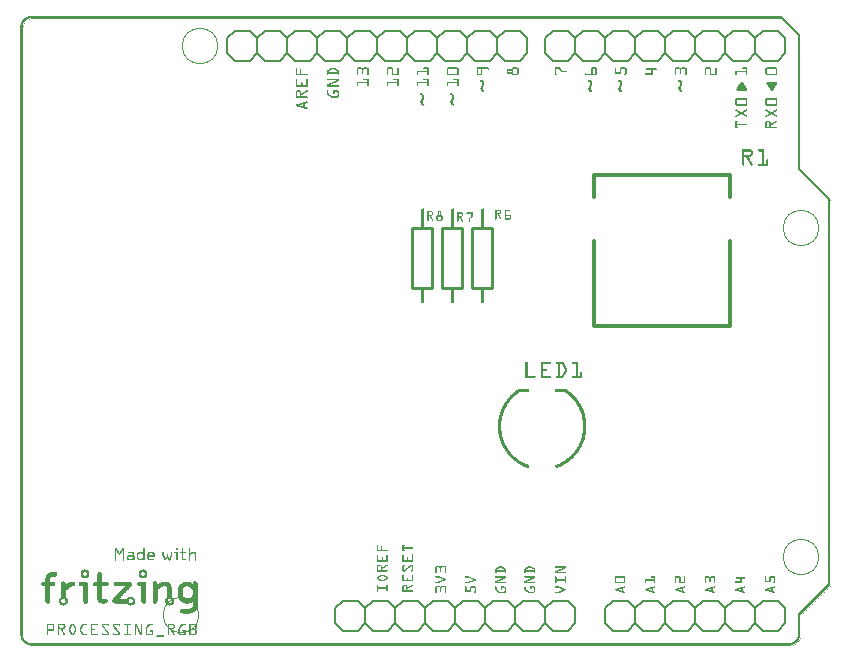
<source format=gto>
G04 MADE WITH FRITZING*
G04 WWW.FRITZING.ORG*
G04 DOUBLE SIDED*
G04 HOLES PLATED*
G04 CONTOUR ON CENTER OF CONTOUR VECTOR*
%ASAXBY*%
%FSLAX23Y23*%
%MOIN*%
%OFA0B0*%
%SFA1.0B1.0*%
%ADD10C,0.121583X0.114639*%
%ADD11C,0.006000*%
%ADD12C,0.010000*%
%ADD13C,0.012500*%
%ADD14R,0.001000X0.001000*%
%LNSILK1*%
G90*
G70*
G54D10*
X2604Y1402D03*
X2604Y306D03*
X602Y2009D03*
X537Y111D03*
G54D11*
X2278Y159D02*
X2328Y159D01*
D02*
X2328Y159D02*
X2352Y134D01*
D02*
X2352Y134D02*
X2352Y84D01*
D02*
X2352Y84D02*
X2328Y59D01*
D02*
X2352Y134D02*
X2378Y159D01*
D02*
X2378Y159D02*
X2428Y159D01*
D02*
X2428Y159D02*
X2453Y134D01*
D02*
X2453Y134D02*
X2453Y84D01*
D02*
X2453Y84D02*
X2428Y59D01*
D02*
X2428Y59D02*
X2378Y59D01*
D02*
X2378Y59D02*
X2352Y84D01*
D02*
X2153Y134D02*
X2178Y159D01*
D02*
X2178Y159D02*
X2227Y159D01*
D02*
X2227Y159D02*
X2253Y134D01*
D02*
X2253Y134D02*
X2253Y84D01*
D02*
X2253Y84D02*
X2227Y59D01*
D02*
X2227Y59D02*
X2178Y59D01*
D02*
X2178Y59D02*
X2153Y84D01*
D02*
X2278Y159D02*
X2253Y134D01*
D02*
X2253Y84D02*
X2278Y59D01*
D02*
X2328Y59D02*
X2278Y59D01*
D02*
X1977Y159D02*
X2028Y159D01*
D02*
X2028Y159D02*
X2053Y134D01*
D02*
X2053Y134D02*
X2053Y84D01*
D02*
X2053Y84D02*
X2028Y59D01*
D02*
X2053Y134D02*
X2078Y159D01*
D02*
X2078Y159D02*
X2128Y159D01*
D02*
X2128Y159D02*
X2153Y134D01*
D02*
X2153Y134D02*
X2153Y84D01*
D02*
X2153Y84D02*
X2128Y59D01*
D02*
X2128Y59D02*
X2078Y59D01*
D02*
X2078Y59D02*
X2053Y84D01*
D02*
X1953Y134D02*
X1953Y84D01*
D02*
X1977Y159D02*
X1953Y134D01*
D02*
X1953Y84D02*
X1977Y59D01*
D02*
X2028Y59D02*
X1977Y59D01*
D02*
X2477Y159D02*
X2528Y159D01*
D02*
X2528Y159D02*
X2553Y134D01*
D02*
X2553Y134D02*
X2553Y84D01*
D02*
X2553Y84D02*
X2528Y59D01*
D02*
X2477Y159D02*
X2453Y134D01*
D02*
X2453Y84D02*
X2477Y59D01*
D02*
X2528Y59D02*
X2477Y59D01*
D02*
X867Y1959D02*
X817Y1959D01*
D02*
X1067Y1959D02*
X1017Y1959D01*
D02*
X967Y1959D02*
X917Y1959D01*
D02*
X1168Y1959D02*
X1117Y1959D01*
D02*
X1367Y1959D02*
X1317Y1959D01*
D02*
X1267Y1959D02*
X1218Y1959D01*
D02*
X1468Y1959D02*
X1418Y1959D01*
D02*
X1668Y1959D02*
X1617Y1959D01*
D02*
X1567Y1959D02*
X1517Y1959D01*
D02*
X767Y1959D02*
X717Y1959D01*
D02*
X892Y1984D02*
X867Y1959D01*
D02*
X817Y1959D02*
X792Y1984D01*
D02*
X792Y1984D02*
X792Y2034D01*
D02*
X792Y2034D02*
X817Y2059D01*
D02*
X817Y2059D02*
X867Y2059D01*
D02*
X867Y2059D02*
X892Y2034D01*
D02*
X1017Y1959D02*
X992Y1984D01*
D02*
X992Y1984D02*
X992Y2034D01*
D02*
X992Y2034D02*
X1017Y2059D01*
D02*
X992Y1984D02*
X967Y1959D01*
D02*
X917Y1959D02*
X892Y1984D01*
D02*
X892Y1984D02*
X892Y2034D01*
D02*
X892Y2034D02*
X917Y2059D01*
D02*
X917Y2059D02*
X967Y2059D01*
D02*
X967Y2059D02*
X992Y2034D01*
D02*
X1192Y1984D02*
X1168Y1959D01*
D02*
X1117Y1959D02*
X1093Y1984D01*
D02*
X1093Y1984D02*
X1093Y2034D01*
D02*
X1093Y2034D02*
X1117Y2059D01*
D02*
X1117Y2059D02*
X1168Y2059D01*
D02*
X1168Y2059D02*
X1192Y2034D01*
D02*
X1067Y1959D02*
X1093Y1984D01*
D02*
X1093Y2034D02*
X1067Y2059D01*
D02*
X1017Y2059D02*
X1067Y2059D01*
D02*
X1317Y1959D02*
X1293Y1984D01*
D02*
X1293Y1984D02*
X1293Y2034D01*
D02*
X1293Y2034D02*
X1317Y2059D01*
D02*
X1293Y1984D02*
X1267Y1959D01*
D02*
X1218Y1959D02*
X1192Y1984D01*
D02*
X1192Y1984D02*
X1192Y2034D01*
D02*
X1192Y2034D02*
X1218Y2059D01*
D02*
X1218Y2059D02*
X1267Y2059D01*
D02*
X1267Y2059D02*
X1293Y2034D01*
D02*
X1492Y1984D02*
X1468Y1959D01*
D02*
X1418Y1959D02*
X1392Y1984D01*
D02*
X1392Y1984D02*
X1392Y2034D01*
D02*
X1392Y2034D02*
X1418Y2059D01*
D02*
X1418Y2059D02*
X1468Y2059D01*
D02*
X1468Y2059D02*
X1492Y2034D01*
D02*
X1367Y1959D02*
X1392Y1984D01*
D02*
X1392Y2034D02*
X1367Y2059D01*
D02*
X1317Y2059D02*
X1367Y2059D01*
D02*
X1617Y1959D02*
X1593Y1984D01*
D02*
X1593Y1984D02*
X1593Y2034D01*
D02*
X1593Y2034D02*
X1617Y2059D01*
D02*
X1593Y1984D02*
X1567Y1959D01*
D02*
X1517Y1959D02*
X1492Y1984D01*
D02*
X1492Y1984D02*
X1492Y2034D01*
D02*
X1492Y2034D02*
X1517Y2059D01*
D02*
X1517Y2059D02*
X1567Y2059D01*
D02*
X1567Y2059D02*
X1593Y2034D01*
D02*
X1692Y1984D02*
X1692Y2034D01*
D02*
X1668Y1959D02*
X1692Y1984D01*
D02*
X1692Y2034D02*
X1668Y2059D01*
D02*
X1617Y2059D02*
X1668Y2059D01*
D02*
X717Y1959D02*
X692Y1984D01*
D02*
X692Y1984D02*
X692Y2034D01*
D02*
X692Y2034D02*
X717Y2059D01*
D02*
X767Y1959D02*
X792Y1984D01*
D02*
X792Y2034D02*
X767Y2059D01*
D02*
X717Y2059D02*
X767Y2059D01*
D02*
X1927Y1959D02*
X1878Y1959D01*
D02*
X1878Y1959D02*
X1852Y1984D01*
D02*
X1852Y1984D02*
X1852Y2034D01*
D02*
X1852Y2034D02*
X1878Y2059D01*
D02*
X2053Y1984D02*
X2028Y1959D01*
D02*
X2028Y1959D02*
X1977Y1959D01*
D02*
X1977Y1959D02*
X1953Y1984D01*
D02*
X1953Y1984D02*
X1953Y2034D01*
D02*
X1953Y2034D02*
X1977Y2059D01*
D02*
X1977Y2059D02*
X2028Y2059D01*
D02*
X2028Y2059D02*
X2053Y2034D01*
D02*
X1927Y1959D02*
X1953Y1984D01*
D02*
X1953Y2034D02*
X1927Y2059D01*
D02*
X1878Y2059D02*
X1927Y2059D01*
D02*
X2227Y1959D02*
X2178Y1959D01*
D02*
X2178Y1959D02*
X2153Y1984D01*
D02*
X2153Y1984D02*
X2153Y2034D01*
D02*
X2153Y2034D02*
X2178Y2059D01*
D02*
X2153Y1984D02*
X2128Y1959D01*
D02*
X2128Y1959D02*
X2078Y1959D01*
D02*
X2078Y1959D02*
X2053Y1984D01*
D02*
X2053Y1984D02*
X2053Y2034D01*
D02*
X2053Y2034D02*
X2078Y2059D01*
D02*
X2078Y2059D02*
X2128Y2059D01*
D02*
X2128Y2059D02*
X2153Y2034D01*
D02*
X2352Y1984D02*
X2328Y1959D01*
D02*
X2328Y1959D02*
X2278Y1959D01*
D02*
X2278Y1959D02*
X2253Y1984D01*
D02*
X2253Y1984D02*
X2253Y2034D01*
D02*
X2253Y2034D02*
X2278Y2059D01*
D02*
X2278Y2059D02*
X2328Y2059D01*
D02*
X2328Y2059D02*
X2352Y2034D01*
D02*
X2227Y1959D02*
X2253Y1984D01*
D02*
X2253Y2034D02*
X2227Y2059D01*
D02*
X2178Y2059D02*
X2227Y2059D01*
D02*
X2528Y1959D02*
X2477Y1959D01*
D02*
X2477Y1959D02*
X2453Y1984D01*
D02*
X2453Y1984D02*
X2453Y2034D01*
D02*
X2453Y2034D02*
X2477Y2059D01*
D02*
X2453Y1984D02*
X2428Y1959D01*
D02*
X2428Y1959D02*
X2378Y1959D01*
D02*
X2378Y1959D02*
X2352Y1984D01*
D02*
X2352Y1984D02*
X2352Y2034D01*
D02*
X2352Y2034D02*
X2378Y2059D01*
D02*
X2378Y2059D02*
X2428Y2059D01*
D02*
X2428Y2059D02*
X2453Y2034D01*
D02*
X2553Y1984D02*
X2553Y2034D01*
D02*
X2528Y1959D02*
X2553Y1984D01*
D02*
X2553Y2034D02*
X2528Y2059D01*
D02*
X2477Y2059D02*
X2528Y2059D01*
D02*
X1828Y1959D02*
X1778Y1959D01*
D02*
X1778Y1959D02*
X1753Y1984D01*
D02*
X1753Y1984D02*
X1753Y2034D01*
D02*
X1753Y2034D02*
X1778Y2059D01*
D02*
X1828Y1959D02*
X1852Y1984D01*
D02*
X1852Y2034D02*
X1828Y2059D01*
D02*
X1778Y2059D02*
X1828Y2059D01*
D02*
X1677Y159D02*
X1727Y159D01*
D02*
X1727Y159D02*
X1753Y134D01*
D02*
X1753Y134D02*
X1753Y84D01*
D02*
X1753Y84D02*
X1727Y59D01*
D02*
X1552Y134D02*
X1578Y159D01*
D02*
X1578Y159D02*
X1628Y159D01*
D02*
X1628Y159D02*
X1653Y134D01*
D02*
X1653Y134D02*
X1653Y84D01*
D02*
X1653Y84D02*
X1628Y59D01*
D02*
X1628Y59D02*
X1578Y59D01*
D02*
X1578Y59D02*
X1552Y84D01*
D02*
X1677Y159D02*
X1653Y134D01*
D02*
X1653Y84D02*
X1677Y59D01*
D02*
X1727Y59D02*
X1677Y59D01*
D02*
X1378Y159D02*
X1427Y159D01*
D02*
X1427Y159D02*
X1453Y134D01*
D02*
X1453Y134D02*
X1453Y84D01*
D02*
X1453Y84D02*
X1427Y59D01*
D02*
X1453Y134D02*
X1477Y159D01*
D02*
X1477Y159D02*
X1528Y159D01*
D02*
X1528Y159D02*
X1552Y134D01*
D02*
X1552Y134D02*
X1552Y84D01*
D02*
X1552Y84D02*
X1528Y59D01*
D02*
X1528Y59D02*
X1477Y59D01*
D02*
X1477Y59D02*
X1453Y84D01*
D02*
X1252Y134D02*
X1278Y159D01*
D02*
X1278Y159D02*
X1327Y159D01*
D02*
X1327Y159D02*
X1352Y134D01*
D02*
X1352Y134D02*
X1352Y84D01*
D02*
X1352Y84D02*
X1327Y59D01*
D02*
X1327Y59D02*
X1278Y59D01*
D02*
X1278Y59D02*
X1252Y84D01*
D02*
X1378Y159D02*
X1352Y134D01*
D02*
X1352Y84D02*
X1378Y59D01*
D02*
X1427Y59D02*
X1378Y59D01*
D02*
X1077Y159D02*
X1127Y159D01*
D02*
X1127Y159D02*
X1153Y134D01*
D02*
X1153Y134D02*
X1153Y84D01*
D02*
X1153Y84D02*
X1127Y59D01*
D02*
X1153Y134D02*
X1177Y159D01*
D02*
X1177Y159D02*
X1227Y159D01*
D02*
X1227Y159D02*
X1252Y134D01*
D02*
X1252Y134D02*
X1252Y84D01*
D02*
X1252Y84D02*
X1227Y59D01*
D02*
X1227Y59D02*
X1177Y59D01*
D02*
X1177Y59D02*
X1153Y84D01*
D02*
X1052Y134D02*
X1052Y84D01*
D02*
X1077Y159D02*
X1052Y134D01*
D02*
X1052Y84D02*
X1077Y59D01*
D02*
X1127Y59D02*
X1077Y59D01*
D02*
X1778Y159D02*
X1828Y159D01*
D02*
X1828Y159D02*
X1852Y134D01*
D02*
X1852Y134D02*
X1852Y84D01*
D02*
X1852Y84D02*
X1828Y59D01*
D02*
X1778Y159D02*
X1753Y134D01*
D02*
X1753Y84D02*
X1778Y59D01*
D02*
X1828Y59D02*
X1778Y59D01*
G54D12*
D02*
X1375Y1400D02*
X1375Y1200D01*
D02*
X1375Y1200D02*
X1309Y1200D01*
D02*
X1309Y1200D02*
X1309Y1400D01*
D02*
X1309Y1400D02*
X1375Y1400D01*
D02*
X1475Y1400D02*
X1475Y1200D01*
D02*
X1475Y1200D02*
X1409Y1200D01*
D02*
X1409Y1200D02*
X1409Y1400D01*
D02*
X1409Y1400D02*
X1475Y1400D01*
D02*
X1575Y1400D02*
X1575Y1200D01*
D02*
X1575Y1200D02*
X1509Y1200D01*
D02*
X1509Y1200D02*
X1509Y1400D01*
D02*
X1509Y1400D02*
X1575Y1400D01*
G54D13*
X1916Y1505D02*
X1916Y1578D01*
X2369Y1578D01*
X2369Y1505D01*
D02*
X2369Y1358D02*
X2369Y1075D01*
X1916Y1075D01*
X1916Y1358D01*
D02*
G54D14*
X37Y2109D02*
X2540Y2109D01*
X32Y2108D02*
X2541Y2108D01*
X29Y2107D02*
X2542Y2107D01*
X26Y2106D02*
X2543Y2106D01*
X24Y2105D02*
X2544Y2105D01*
X22Y2104D02*
X2545Y2104D01*
X21Y2103D02*
X2546Y2103D01*
X19Y2102D02*
X2547Y2102D01*
X18Y2101D02*
X36Y2101D01*
X2537Y2101D02*
X2548Y2101D01*
X16Y2100D02*
X32Y2100D01*
X40Y2100D02*
X2549Y2100D01*
X15Y2099D02*
X29Y2099D01*
X36Y2099D02*
X39Y2099D01*
X2540Y2099D02*
X2550Y2099D01*
X14Y2098D02*
X27Y2098D01*
X34Y2098D02*
X35Y2098D01*
X2541Y2098D02*
X2551Y2098D01*
X13Y2097D02*
X25Y2097D01*
X31Y2097D02*
X33Y2097D01*
X2542Y2097D02*
X2552Y2097D01*
X12Y2096D02*
X23Y2096D01*
X30Y2096D02*
X31Y2096D01*
X2543Y2096D02*
X2553Y2096D01*
X12Y2095D02*
X22Y2095D01*
X28Y2095D02*
X29Y2095D01*
X2544Y2095D02*
X2554Y2095D01*
X11Y2094D02*
X21Y2094D01*
X26Y2094D02*
X27Y2094D01*
X2545Y2094D02*
X2555Y2094D01*
X10Y2093D02*
X20Y2093D01*
X25Y2093D02*
X26Y2093D01*
X2546Y2093D02*
X2556Y2093D01*
X9Y2092D02*
X19Y2092D01*
X24Y2092D02*
X24Y2092D01*
X2547Y2092D02*
X2557Y2092D01*
X9Y2091D02*
X18Y2091D01*
X23Y2091D02*
X23Y2091D01*
X2548Y2091D02*
X2558Y2091D01*
X8Y2090D02*
X17Y2090D01*
X22Y2090D02*
X22Y2090D01*
X2549Y2090D02*
X2559Y2090D01*
X8Y2089D02*
X16Y2089D01*
X21Y2089D02*
X21Y2089D01*
X2550Y2089D02*
X2560Y2089D01*
X7Y2088D02*
X15Y2088D01*
X20Y2088D02*
X20Y2088D01*
X2551Y2088D02*
X2561Y2088D01*
X7Y2087D02*
X15Y2087D01*
X19Y2087D02*
X19Y2087D01*
X2552Y2087D02*
X2562Y2087D01*
X6Y2086D02*
X14Y2086D01*
X19Y2086D02*
X19Y2086D01*
X2553Y2086D02*
X2563Y2086D01*
X6Y2085D02*
X13Y2085D01*
X18Y2085D02*
X18Y2085D01*
X2554Y2085D02*
X2564Y2085D01*
X5Y2084D02*
X13Y2084D01*
X17Y2084D02*
X17Y2084D01*
X2555Y2084D02*
X2565Y2084D01*
X5Y2083D02*
X12Y2083D01*
X17Y2083D02*
X17Y2083D01*
X2556Y2083D02*
X2566Y2083D01*
X5Y2082D02*
X12Y2082D01*
X16Y2082D02*
X16Y2082D01*
X2557Y2082D02*
X2567Y2082D01*
X4Y2081D02*
X11Y2081D01*
X15Y2081D02*
X16Y2081D01*
X2558Y2081D02*
X2568Y2081D01*
X4Y2080D02*
X11Y2080D01*
X15Y2080D02*
X15Y2080D01*
X2559Y2080D02*
X2569Y2080D01*
X4Y2079D02*
X11Y2079D01*
X15Y2079D02*
X15Y2079D01*
X2560Y2079D02*
X2570Y2079D01*
X3Y2078D02*
X11Y2078D01*
X14Y2078D02*
X14Y2078D01*
X2561Y2078D02*
X2571Y2078D01*
X3Y2077D02*
X10Y2077D01*
X14Y2077D02*
X14Y2077D01*
X2562Y2077D02*
X2572Y2077D01*
X3Y2076D02*
X10Y2076D01*
X13Y2076D02*
X13Y2076D01*
X2563Y2076D02*
X2573Y2076D01*
X3Y2075D02*
X10Y2075D01*
X13Y2075D02*
X13Y2075D01*
X2564Y2075D02*
X2574Y2075D01*
X3Y2074D02*
X10Y2074D01*
X13Y2074D02*
X13Y2074D01*
X2565Y2074D02*
X2575Y2074D01*
X3Y2073D02*
X10Y2073D01*
X13Y2073D02*
X13Y2073D01*
X2566Y2073D02*
X2576Y2073D01*
X3Y2072D02*
X10Y2072D01*
X12Y2072D02*
X12Y2072D01*
X2567Y2072D02*
X2577Y2072D01*
X3Y2071D02*
X10Y2071D01*
X12Y2071D02*
X12Y2071D01*
X2568Y2071D02*
X2578Y2071D01*
X3Y2070D02*
X10Y2070D01*
X12Y2070D02*
X12Y2070D01*
X2569Y2070D02*
X2579Y2070D01*
X3Y2069D02*
X10Y2069D01*
X12Y2069D02*
X12Y2069D01*
X2570Y2069D02*
X2580Y2069D01*
X3Y2068D02*
X10Y2068D01*
X12Y2068D02*
X12Y2068D01*
X2571Y2068D02*
X2581Y2068D01*
X3Y2067D02*
X10Y2067D01*
X12Y2067D02*
X12Y2067D01*
X2572Y2067D02*
X2582Y2067D01*
X3Y2066D02*
X10Y2066D01*
X12Y2066D02*
X12Y2066D01*
X2573Y2066D02*
X2583Y2066D01*
X3Y2065D02*
X10Y2065D01*
X12Y2065D02*
X12Y2065D01*
X2574Y2065D02*
X2584Y2065D01*
X3Y2064D02*
X10Y2064D01*
X12Y2064D02*
X12Y2064D01*
X2575Y2064D02*
X2585Y2064D01*
X3Y2063D02*
X10Y2063D01*
X12Y2063D02*
X12Y2063D01*
X2576Y2063D02*
X2586Y2063D01*
X3Y2062D02*
X10Y2062D01*
X12Y2062D02*
X12Y2062D01*
X2577Y2062D02*
X2587Y2062D01*
X3Y2061D02*
X10Y2061D01*
X12Y2061D02*
X12Y2061D01*
X2578Y2061D02*
X2588Y2061D01*
X3Y2060D02*
X10Y2060D01*
X12Y2060D02*
X12Y2060D01*
X2579Y2060D02*
X2589Y2060D01*
X3Y2059D02*
X10Y2059D01*
X12Y2059D02*
X12Y2059D01*
X2580Y2059D02*
X2590Y2059D01*
X3Y2058D02*
X10Y2058D01*
X12Y2058D02*
X12Y2058D01*
X2581Y2058D02*
X2591Y2058D01*
X3Y2057D02*
X10Y2057D01*
X12Y2057D02*
X12Y2057D01*
X2582Y2057D02*
X2592Y2057D01*
X3Y2056D02*
X10Y2056D01*
X12Y2056D02*
X12Y2056D01*
X2583Y2056D02*
X2593Y2056D01*
X3Y2055D02*
X10Y2055D01*
X12Y2055D02*
X12Y2055D01*
X2584Y2055D02*
X2594Y2055D01*
X3Y2054D02*
X10Y2054D01*
X12Y2054D02*
X12Y2054D01*
X2585Y2054D02*
X2595Y2054D01*
X3Y2053D02*
X10Y2053D01*
X12Y2053D02*
X12Y2053D01*
X2586Y2053D02*
X2596Y2053D01*
X3Y2052D02*
X10Y2052D01*
X12Y2052D02*
X12Y2052D01*
X2587Y2052D02*
X2597Y2052D01*
X3Y2051D02*
X10Y2051D01*
X12Y2051D02*
X12Y2051D01*
X2588Y2051D02*
X2598Y2051D01*
X3Y2050D02*
X10Y2050D01*
X12Y2050D02*
X12Y2050D01*
X2589Y2050D02*
X2599Y2050D01*
X3Y2049D02*
X10Y2049D01*
X12Y2049D02*
X12Y2049D01*
X2590Y2049D02*
X2600Y2049D01*
X3Y2048D02*
X10Y2048D01*
X12Y2048D02*
X12Y2048D01*
X2591Y2048D02*
X2601Y2048D01*
X3Y2047D02*
X10Y2047D01*
X12Y2047D02*
X12Y2047D01*
X2592Y2047D02*
X2602Y2047D01*
X3Y2046D02*
X10Y2046D01*
X12Y2046D02*
X12Y2046D01*
X2593Y2046D02*
X2602Y2046D01*
X3Y2045D02*
X10Y2045D01*
X12Y2045D02*
X12Y2045D01*
X2594Y2045D02*
X2602Y2045D01*
X3Y2044D02*
X10Y2044D01*
X12Y2044D02*
X12Y2044D01*
X2595Y2044D02*
X2602Y2044D01*
X3Y2043D02*
X10Y2043D01*
X12Y2043D02*
X12Y2043D01*
X2595Y2043D02*
X2602Y2043D01*
X3Y2042D02*
X10Y2042D01*
X12Y2042D02*
X12Y2042D01*
X2595Y2042D02*
X2603Y2042D01*
X3Y2041D02*
X10Y2041D01*
X12Y2041D02*
X12Y2041D01*
X2595Y2041D02*
X2604Y2041D01*
X3Y2040D02*
X10Y2040D01*
X12Y2040D02*
X12Y2040D01*
X2595Y2040D02*
X2602Y2040D01*
X2604Y2040D02*
X2604Y2040D01*
X3Y2039D02*
X10Y2039D01*
X12Y2039D02*
X12Y2039D01*
X2595Y2039D02*
X2602Y2039D01*
X2604Y2039D02*
X2604Y2039D01*
X3Y2038D02*
X10Y2038D01*
X12Y2038D02*
X12Y2038D01*
X2595Y2038D02*
X2602Y2038D01*
X2604Y2038D02*
X2604Y2038D01*
X3Y2037D02*
X10Y2037D01*
X12Y2037D02*
X12Y2037D01*
X2595Y2037D02*
X2602Y2037D01*
X2604Y2037D02*
X2604Y2037D01*
X3Y2036D02*
X10Y2036D01*
X12Y2036D02*
X12Y2036D01*
X2595Y2036D02*
X2602Y2036D01*
X2604Y2036D02*
X2604Y2036D01*
X3Y2035D02*
X10Y2035D01*
X12Y2035D02*
X12Y2035D01*
X2595Y2035D02*
X2602Y2035D01*
X2604Y2035D02*
X2604Y2035D01*
X3Y2034D02*
X10Y2034D01*
X12Y2034D02*
X12Y2034D01*
X2595Y2034D02*
X2602Y2034D01*
X2604Y2034D02*
X2604Y2034D01*
X3Y2033D02*
X10Y2033D01*
X12Y2033D02*
X12Y2033D01*
X2595Y2033D02*
X2602Y2033D01*
X2604Y2033D02*
X2604Y2033D01*
X3Y2032D02*
X10Y2032D01*
X12Y2032D02*
X12Y2032D01*
X2595Y2032D02*
X2602Y2032D01*
X2604Y2032D02*
X2604Y2032D01*
X3Y2031D02*
X10Y2031D01*
X12Y2031D02*
X12Y2031D01*
X2595Y2031D02*
X2602Y2031D01*
X2604Y2031D02*
X2604Y2031D01*
X3Y2030D02*
X10Y2030D01*
X12Y2030D02*
X12Y2030D01*
X2595Y2030D02*
X2602Y2030D01*
X2604Y2030D02*
X2604Y2030D01*
X3Y2029D02*
X10Y2029D01*
X12Y2029D02*
X12Y2029D01*
X2595Y2029D02*
X2602Y2029D01*
X2604Y2029D02*
X2604Y2029D01*
X3Y2028D02*
X10Y2028D01*
X12Y2028D02*
X12Y2028D01*
X2595Y2028D02*
X2602Y2028D01*
X2604Y2028D02*
X2604Y2028D01*
X3Y2027D02*
X10Y2027D01*
X12Y2027D02*
X12Y2027D01*
X2595Y2027D02*
X2602Y2027D01*
X2604Y2027D02*
X2604Y2027D01*
X3Y2026D02*
X10Y2026D01*
X12Y2026D02*
X12Y2026D01*
X2595Y2026D02*
X2602Y2026D01*
X2604Y2026D02*
X2604Y2026D01*
X3Y2025D02*
X10Y2025D01*
X12Y2025D02*
X12Y2025D01*
X2595Y2025D02*
X2602Y2025D01*
X2604Y2025D02*
X2604Y2025D01*
X3Y2024D02*
X10Y2024D01*
X12Y2024D02*
X12Y2024D01*
X2595Y2024D02*
X2602Y2024D01*
X2604Y2024D02*
X2604Y2024D01*
X3Y2023D02*
X10Y2023D01*
X12Y2023D02*
X12Y2023D01*
X2595Y2023D02*
X2602Y2023D01*
X2604Y2023D02*
X2604Y2023D01*
X3Y2022D02*
X10Y2022D01*
X12Y2022D02*
X12Y2022D01*
X2595Y2022D02*
X2602Y2022D01*
X2604Y2022D02*
X2604Y2022D01*
X3Y2021D02*
X10Y2021D01*
X12Y2021D02*
X12Y2021D01*
X2595Y2021D02*
X2602Y2021D01*
X2604Y2021D02*
X2604Y2021D01*
X3Y2020D02*
X10Y2020D01*
X12Y2020D02*
X12Y2020D01*
X2595Y2020D02*
X2602Y2020D01*
X2604Y2020D02*
X2604Y2020D01*
X3Y2019D02*
X10Y2019D01*
X12Y2019D02*
X12Y2019D01*
X2595Y2019D02*
X2602Y2019D01*
X2604Y2019D02*
X2604Y2019D01*
X3Y2018D02*
X10Y2018D01*
X12Y2018D02*
X12Y2018D01*
X2595Y2018D02*
X2602Y2018D01*
X2604Y2018D02*
X2604Y2018D01*
X3Y2017D02*
X10Y2017D01*
X12Y2017D02*
X12Y2017D01*
X2595Y2017D02*
X2602Y2017D01*
X2604Y2017D02*
X2604Y2017D01*
X3Y2016D02*
X10Y2016D01*
X12Y2016D02*
X12Y2016D01*
X2595Y2016D02*
X2602Y2016D01*
X2604Y2016D02*
X2604Y2016D01*
X3Y2015D02*
X10Y2015D01*
X12Y2015D02*
X12Y2015D01*
X2595Y2015D02*
X2602Y2015D01*
X2604Y2015D02*
X2604Y2015D01*
X3Y2014D02*
X10Y2014D01*
X12Y2014D02*
X12Y2014D01*
X2595Y2014D02*
X2602Y2014D01*
X2604Y2014D02*
X2604Y2014D01*
X3Y2013D02*
X10Y2013D01*
X12Y2013D02*
X12Y2013D01*
X2595Y2013D02*
X2602Y2013D01*
X2604Y2013D02*
X2604Y2013D01*
X3Y2012D02*
X10Y2012D01*
X12Y2012D02*
X12Y2012D01*
X2595Y2012D02*
X2602Y2012D01*
X2604Y2012D02*
X2604Y2012D01*
X3Y2011D02*
X10Y2011D01*
X12Y2011D02*
X12Y2011D01*
X2595Y2011D02*
X2602Y2011D01*
X2604Y2011D02*
X2604Y2011D01*
X3Y2010D02*
X10Y2010D01*
X12Y2010D02*
X12Y2010D01*
X2595Y2010D02*
X2602Y2010D01*
X2604Y2010D02*
X2604Y2010D01*
X3Y2009D02*
X10Y2009D01*
X12Y2009D02*
X12Y2009D01*
X2595Y2009D02*
X2602Y2009D01*
X2604Y2009D02*
X2604Y2009D01*
X3Y2008D02*
X10Y2008D01*
X12Y2008D02*
X12Y2008D01*
X2595Y2008D02*
X2602Y2008D01*
X2604Y2008D02*
X2604Y2008D01*
X3Y2007D02*
X10Y2007D01*
X12Y2007D02*
X12Y2007D01*
X2595Y2007D02*
X2602Y2007D01*
X2604Y2007D02*
X2604Y2007D01*
X3Y2006D02*
X10Y2006D01*
X12Y2006D02*
X12Y2006D01*
X2595Y2006D02*
X2602Y2006D01*
X2604Y2006D02*
X2604Y2006D01*
X3Y2005D02*
X10Y2005D01*
X12Y2005D02*
X12Y2005D01*
X2595Y2005D02*
X2602Y2005D01*
X2604Y2005D02*
X2604Y2005D01*
X3Y2004D02*
X10Y2004D01*
X12Y2004D02*
X12Y2004D01*
X2595Y2004D02*
X2602Y2004D01*
X2604Y2004D02*
X2604Y2004D01*
X3Y2003D02*
X10Y2003D01*
X12Y2003D02*
X12Y2003D01*
X2595Y2003D02*
X2602Y2003D01*
X2604Y2003D02*
X2604Y2003D01*
X3Y2002D02*
X10Y2002D01*
X12Y2002D02*
X12Y2002D01*
X2595Y2002D02*
X2602Y2002D01*
X2604Y2002D02*
X2604Y2002D01*
X3Y2001D02*
X10Y2001D01*
X12Y2001D02*
X12Y2001D01*
X2595Y2001D02*
X2602Y2001D01*
X2604Y2001D02*
X2604Y2001D01*
X3Y2000D02*
X10Y2000D01*
X12Y2000D02*
X12Y2000D01*
X2595Y2000D02*
X2602Y2000D01*
X2604Y2000D02*
X2604Y2000D01*
X3Y1999D02*
X10Y1999D01*
X12Y1999D02*
X12Y1999D01*
X2595Y1999D02*
X2602Y1999D01*
X2604Y1999D02*
X2604Y1999D01*
X3Y1998D02*
X10Y1998D01*
X12Y1998D02*
X12Y1998D01*
X2595Y1998D02*
X2602Y1998D01*
X2604Y1998D02*
X2604Y1998D01*
X3Y1997D02*
X10Y1997D01*
X12Y1997D02*
X12Y1997D01*
X2595Y1997D02*
X2602Y1997D01*
X2604Y1997D02*
X2604Y1997D01*
X3Y1996D02*
X10Y1996D01*
X12Y1996D02*
X12Y1996D01*
X2595Y1996D02*
X2602Y1996D01*
X2604Y1996D02*
X2604Y1996D01*
X3Y1995D02*
X10Y1995D01*
X12Y1995D02*
X12Y1995D01*
X2595Y1995D02*
X2602Y1995D01*
X2604Y1995D02*
X2604Y1995D01*
X3Y1994D02*
X10Y1994D01*
X12Y1994D02*
X12Y1994D01*
X2595Y1994D02*
X2602Y1994D01*
X2604Y1994D02*
X2604Y1994D01*
X3Y1993D02*
X10Y1993D01*
X12Y1993D02*
X12Y1993D01*
X2595Y1993D02*
X2602Y1993D01*
X2604Y1993D02*
X2604Y1993D01*
X3Y1992D02*
X10Y1992D01*
X12Y1992D02*
X12Y1992D01*
X2595Y1992D02*
X2602Y1992D01*
X2604Y1992D02*
X2604Y1992D01*
X3Y1991D02*
X10Y1991D01*
X12Y1991D02*
X12Y1991D01*
X2595Y1991D02*
X2602Y1991D01*
X2604Y1991D02*
X2604Y1991D01*
X3Y1990D02*
X10Y1990D01*
X12Y1990D02*
X12Y1990D01*
X2595Y1990D02*
X2602Y1990D01*
X2604Y1990D02*
X2604Y1990D01*
X3Y1989D02*
X10Y1989D01*
X12Y1989D02*
X12Y1989D01*
X2595Y1989D02*
X2602Y1989D01*
X2604Y1989D02*
X2604Y1989D01*
X3Y1988D02*
X10Y1988D01*
X12Y1988D02*
X12Y1988D01*
X2595Y1988D02*
X2602Y1988D01*
X2604Y1988D02*
X2604Y1988D01*
X3Y1987D02*
X10Y1987D01*
X12Y1987D02*
X12Y1987D01*
X2595Y1987D02*
X2602Y1987D01*
X2604Y1987D02*
X2604Y1987D01*
X3Y1986D02*
X10Y1986D01*
X12Y1986D02*
X12Y1986D01*
X2595Y1986D02*
X2602Y1986D01*
X2604Y1986D02*
X2604Y1986D01*
X3Y1985D02*
X10Y1985D01*
X12Y1985D02*
X12Y1985D01*
X2595Y1985D02*
X2602Y1985D01*
X2604Y1985D02*
X2604Y1985D01*
X3Y1984D02*
X10Y1984D01*
X12Y1984D02*
X12Y1984D01*
X2595Y1984D02*
X2602Y1984D01*
X2604Y1984D02*
X2604Y1984D01*
X3Y1983D02*
X10Y1983D01*
X12Y1983D02*
X12Y1983D01*
X2595Y1983D02*
X2602Y1983D01*
X2604Y1983D02*
X2604Y1983D01*
X3Y1982D02*
X10Y1982D01*
X12Y1982D02*
X12Y1982D01*
X2595Y1982D02*
X2602Y1982D01*
X2604Y1982D02*
X2604Y1982D01*
X3Y1981D02*
X10Y1981D01*
X12Y1981D02*
X12Y1981D01*
X2595Y1981D02*
X2602Y1981D01*
X2604Y1981D02*
X2604Y1981D01*
X3Y1980D02*
X10Y1980D01*
X12Y1980D02*
X12Y1980D01*
X2595Y1980D02*
X2602Y1980D01*
X2604Y1980D02*
X2604Y1980D01*
X3Y1979D02*
X10Y1979D01*
X12Y1979D02*
X12Y1979D01*
X2595Y1979D02*
X2602Y1979D01*
X2604Y1979D02*
X2604Y1979D01*
X3Y1978D02*
X10Y1978D01*
X12Y1978D02*
X12Y1978D01*
X2595Y1978D02*
X2602Y1978D01*
X2604Y1978D02*
X2604Y1978D01*
X3Y1977D02*
X10Y1977D01*
X12Y1977D02*
X12Y1977D01*
X2595Y1977D02*
X2602Y1977D01*
X2604Y1977D02*
X2604Y1977D01*
X3Y1976D02*
X10Y1976D01*
X12Y1976D02*
X12Y1976D01*
X2595Y1976D02*
X2602Y1976D01*
X2604Y1976D02*
X2604Y1976D01*
X3Y1975D02*
X10Y1975D01*
X12Y1975D02*
X12Y1975D01*
X2595Y1975D02*
X2602Y1975D01*
X2604Y1975D02*
X2604Y1975D01*
X3Y1974D02*
X10Y1974D01*
X12Y1974D02*
X12Y1974D01*
X2595Y1974D02*
X2602Y1974D01*
X2604Y1974D02*
X2604Y1974D01*
X3Y1973D02*
X10Y1973D01*
X12Y1973D02*
X12Y1973D01*
X2595Y1973D02*
X2602Y1973D01*
X2604Y1973D02*
X2604Y1973D01*
X3Y1972D02*
X10Y1972D01*
X12Y1972D02*
X12Y1972D01*
X2595Y1972D02*
X2602Y1972D01*
X2604Y1972D02*
X2604Y1972D01*
X3Y1971D02*
X10Y1971D01*
X12Y1971D02*
X12Y1971D01*
X2595Y1971D02*
X2602Y1971D01*
X2604Y1971D02*
X2604Y1971D01*
X3Y1970D02*
X10Y1970D01*
X12Y1970D02*
X12Y1970D01*
X2595Y1970D02*
X2602Y1970D01*
X2604Y1970D02*
X2604Y1970D01*
X3Y1969D02*
X10Y1969D01*
X12Y1969D02*
X12Y1969D01*
X2595Y1969D02*
X2602Y1969D01*
X2604Y1969D02*
X2604Y1969D01*
X3Y1968D02*
X10Y1968D01*
X12Y1968D02*
X12Y1968D01*
X2595Y1968D02*
X2602Y1968D01*
X2604Y1968D02*
X2604Y1968D01*
X3Y1967D02*
X10Y1967D01*
X12Y1967D02*
X12Y1967D01*
X2595Y1967D02*
X2602Y1967D01*
X2604Y1967D02*
X2604Y1967D01*
X3Y1966D02*
X10Y1966D01*
X12Y1966D02*
X12Y1966D01*
X2595Y1966D02*
X2602Y1966D01*
X2604Y1966D02*
X2604Y1966D01*
X3Y1965D02*
X10Y1965D01*
X12Y1965D02*
X12Y1965D01*
X2595Y1965D02*
X2602Y1965D01*
X2604Y1965D02*
X2604Y1965D01*
X3Y1964D02*
X10Y1964D01*
X12Y1964D02*
X12Y1964D01*
X2595Y1964D02*
X2602Y1964D01*
X2604Y1964D02*
X2604Y1964D01*
X3Y1963D02*
X10Y1963D01*
X12Y1963D02*
X12Y1963D01*
X2595Y1963D02*
X2602Y1963D01*
X2604Y1963D02*
X2604Y1963D01*
X3Y1962D02*
X10Y1962D01*
X12Y1962D02*
X12Y1962D01*
X2595Y1962D02*
X2602Y1962D01*
X2604Y1962D02*
X2604Y1962D01*
X3Y1961D02*
X10Y1961D01*
X12Y1961D02*
X12Y1961D01*
X2595Y1961D02*
X2602Y1961D01*
X2604Y1961D02*
X2604Y1961D01*
X3Y1960D02*
X10Y1960D01*
X12Y1960D02*
X12Y1960D01*
X2595Y1960D02*
X2602Y1960D01*
X2604Y1960D02*
X2604Y1960D01*
X3Y1959D02*
X10Y1959D01*
X12Y1959D02*
X12Y1959D01*
X2595Y1959D02*
X2602Y1959D01*
X2604Y1959D02*
X2604Y1959D01*
X3Y1958D02*
X10Y1958D01*
X12Y1958D02*
X12Y1958D01*
X2595Y1958D02*
X2602Y1958D01*
X2604Y1958D02*
X2604Y1958D01*
X3Y1957D02*
X10Y1957D01*
X12Y1957D02*
X12Y1957D01*
X2595Y1957D02*
X2602Y1957D01*
X2604Y1957D02*
X2604Y1957D01*
X3Y1956D02*
X10Y1956D01*
X12Y1956D02*
X12Y1956D01*
X2595Y1956D02*
X2602Y1956D01*
X2604Y1956D02*
X2604Y1956D01*
X3Y1955D02*
X10Y1955D01*
X12Y1955D02*
X12Y1955D01*
X2595Y1955D02*
X2602Y1955D01*
X2604Y1955D02*
X2604Y1955D01*
X3Y1954D02*
X10Y1954D01*
X12Y1954D02*
X12Y1954D01*
X2595Y1954D02*
X2602Y1954D01*
X2604Y1954D02*
X2604Y1954D01*
X3Y1953D02*
X10Y1953D01*
X12Y1953D02*
X12Y1953D01*
X2595Y1953D02*
X2602Y1953D01*
X2604Y1953D02*
X2604Y1953D01*
X3Y1952D02*
X10Y1952D01*
X12Y1952D02*
X12Y1952D01*
X2595Y1952D02*
X2602Y1952D01*
X2604Y1952D02*
X2604Y1952D01*
X3Y1951D02*
X10Y1951D01*
X12Y1951D02*
X12Y1951D01*
X2595Y1951D02*
X2602Y1951D01*
X2604Y1951D02*
X2604Y1951D01*
X3Y1950D02*
X10Y1950D01*
X12Y1950D02*
X12Y1950D01*
X2595Y1950D02*
X2602Y1950D01*
X2604Y1950D02*
X2604Y1950D01*
X3Y1949D02*
X10Y1949D01*
X12Y1949D02*
X12Y1949D01*
X2595Y1949D02*
X2602Y1949D01*
X2604Y1949D02*
X2604Y1949D01*
X3Y1948D02*
X10Y1948D01*
X12Y1948D02*
X12Y1948D01*
X2595Y1948D02*
X2602Y1948D01*
X2604Y1948D02*
X2604Y1948D01*
X3Y1947D02*
X10Y1947D01*
X12Y1947D02*
X12Y1947D01*
X2595Y1947D02*
X2602Y1947D01*
X2604Y1947D02*
X2604Y1947D01*
X3Y1946D02*
X10Y1946D01*
X12Y1946D02*
X12Y1946D01*
X2595Y1946D02*
X2602Y1946D01*
X2604Y1946D02*
X2604Y1946D01*
X3Y1945D02*
X10Y1945D01*
X12Y1945D02*
X12Y1945D01*
X2595Y1945D02*
X2602Y1945D01*
X2604Y1945D02*
X2604Y1945D01*
X3Y1944D02*
X10Y1944D01*
X12Y1944D02*
X12Y1944D01*
X2595Y1944D02*
X2602Y1944D01*
X2604Y1944D02*
X2604Y1944D01*
X3Y1943D02*
X10Y1943D01*
X12Y1943D02*
X12Y1943D01*
X2595Y1943D02*
X2602Y1943D01*
X2604Y1943D02*
X2604Y1943D01*
X3Y1942D02*
X10Y1942D01*
X12Y1942D02*
X12Y1942D01*
X2595Y1942D02*
X2602Y1942D01*
X2604Y1942D02*
X2604Y1942D01*
X3Y1941D02*
X10Y1941D01*
X12Y1941D02*
X12Y1941D01*
X2595Y1941D02*
X2602Y1941D01*
X2604Y1941D02*
X2604Y1941D01*
X3Y1940D02*
X10Y1940D01*
X12Y1940D02*
X12Y1940D01*
X2595Y1940D02*
X2602Y1940D01*
X2604Y1940D02*
X2604Y1940D01*
X3Y1939D02*
X10Y1939D01*
X12Y1939D02*
X12Y1939D01*
X2595Y1939D02*
X2602Y1939D01*
X2604Y1939D02*
X2604Y1939D01*
X3Y1938D02*
X10Y1938D01*
X12Y1938D02*
X12Y1938D01*
X2595Y1938D02*
X2602Y1938D01*
X2604Y1938D02*
X2604Y1938D01*
X3Y1937D02*
X10Y1937D01*
X12Y1937D02*
X12Y1937D01*
X1130Y1937D02*
X1139Y1937D01*
X1150Y1937D02*
X1159Y1937D01*
X1230Y1937D02*
X1241Y1937D01*
X1349Y1937D02*
X1361Y1937D01*
X1430Y1937D02*
X1459Y1937D01*
X1526Y1937D02*
X1562Y1937D01*
X1647Y1937D02*
X1659Y1937D01*
X1784Y1937D02*
X1800Y1937D01*
X1908Y1937D02*
X1922Y1937D01*
X1986Y1937D02*
X1986Y1937D01*
X2006Y1937D02*
X2019Y1937D01*
X2189Y1937D02*
X2199Y1937D01*
X2208Y1937D02*
X2219Y1937D01*
X2289Y1937D02*
X2301Y1937D01*
X2321Y1937D02*
X2322Y1937D01*
X2411Y1937D02*
X2424Y1937D01*
X2491Y1937D02*
X2521Y1937D01*
X2595Y1937D02*
X2602Y1937D01*
X2604Y1937D02*
X2604Y1937D01*
X3Y1936D02*
X10Y1936D01*
X12Y1936D02*
X12Y1936D01*
X922Y1936D02*
X923Y1936D01*
X1127Y1936D02*
X1142Y1936D01*
X1146Y1936D02*
X1162Y1936D01*
X1227Y1936D02*
X1244Y1936D01*
X1260Y1936D02*
X1263Y1936D01*
X1347Y1936D02*
X1363Y1936D01*
X1427Y1936D02*
X1462Y1936D01*
X1525Y1936D02*
X1563Y1936D01*
X1644Y1936D02*
X1662Y1936D01*
X1784Y1936D02*
X1801Y1936D01*
X1907Y1936D02*
X1923Y1936D01*
X1985Y1936D02*
X1988Y1936D01*
X2004Y1936D02*
X2021Y1936D01*
X2186Y1936D02*
X2202Y1936D01*
X2206Y1936D02*
X2221Y1936D01*
X2286Y1936D02*
X2304Y1936D01*
X2320Y1936D02*
X2323Y1936D01*
X2409Y1936D02*
X2425Y1936D01*
X2489Y1936D02*
X2524Y1936D01*
X2595Y1936D02*
X2602Y1936D01*
X2604Y1936D02*
X2604Y1936D01*
X3Y1935D02*
X10Y1935D01*
X12Y1935D02*
X12Y1935D01*
X921Y1935D02*
X924Y1935D01*
X1041Y1935D02*
X1049Y1935D01*
X1126Y1935D02*
X1163Y1935D01*
X1226Y1935D02*
X1245Y1935D01*
X1260Y1935D02*
X1264Y1935D01*
X1347Y1935D02*
X1364Y1935D01*
X1426Y1935D02*
X1463Y1935D01*
X1524Y1935D02*
X1564Y1935D01*
X1643Y1935D02*
X1663Y1935D01*
X1784Y1935D02*
X1802Y1935D01*
X1906Y1935D02*
X1924Y1935D01*
X1984Y1935D02*
X1988Y1935D01*
X2003Y1935D02*
X2023Y1935D01*
X2107Y1935D02*
X2110Y1935D01*
X2185Y1935D02*
X2222Y1935D01*
X2285Y1935D02*
X2305Y1935D01*
X2319Y1935D02*
X2324Y1935D01*
X2409Y1935D02*
X2426Y1935D01*
X2488Y1935D02*
X2525Y1935D01*
X2595Y1935D02*
X2602Y1935D01*
X2604Y1935D02*
X2604Y1935D01*
X3Y1934D02*
X10Y1934D01*
X12Y1934D02*
X12Y1934D01*
X921Y1934D02*
X925Y1934D01*
X1039Y1934D02*
X1051Y1934D01*
X1125Y1934D02*
X1163Y1934D01*
X1225Y1934D02*
X1246Y1934D01*
X1260Y1934D02*
X1264Y1934D01*
X1347Y1934D02*
X1364Y1934D01*
X1425Y1934D02*
X1463Y1934D01*
X1524Y1934D02*
X1564Y1934D01*
X1642Y1934D02*
X1663Y1934D01*
X1784Y1934D02*
X1803Y1934D01*
X1906Y1934D02*
X1924Y1934D01*
X1984Y1934D02*
X1988Y1934D01*
X2002Y1934D02*
X2023Y1934D01*
X2106Y1934D02*
X2110Y1934D01*
X2185Y1934D02*
X2223Y1934D01*
X2285Y1934D02*
X2305Y1934D01*
X2319Y1934D02*
X2324Y1934D01*
X2409Y1934D02*
X2426Y1934D01*
X2487Y1934D02*
X2525Y1934D01*
X2595Y1934D02*
X2602Y1934D01*
X2604Y1934D02*
X2604Y1934D01*
X3Y1933D02*
X10Y1933D01*
X12Y1933D02*
X12Y1933D01*
X921Y1933D02*
X925Y1933D01*
X1037Y1933D02*
X1053Y1933D01*
X1125Y1933D02*
X1164Y1933D01*
X1225Y1933D02*
X1246Y1933D01*
X1260Y1933D02*
X1264Y1933D01*
X1347Y1933D02*
X1364Y1933D01*
X1425Y1933D02*
X1464Y1933D01*
X1524Y1933D02*
X1564Y1933D01*
X1642Y1933D02*
X1664Y1933D01*
X1784Y1933D02*
X1804Y1933D01*
X1906Y1933D02*
X1924Y1933D01*
X1984Y1933D02*
X1988Y1933D01*
X2002Y1933D02*
X2023Y1933D01*
X2090Y1933D02*
X2122Y1933D01*
X2184Y1933D02*
X2223Y1933D01*
X2284Y1933D02*
X2306Y1933D01*
X2319Y1933D02*
X2324Y1933D01*
X2409Y1933D02*
X2426Y1933D01*
X2487Y1933D02*
X2526Y1933D01*
X2595Y1933D02*
X2602Y1933D01*
X2604Y1933D02*
X2604Y1933D01*
X3Y1932D02*
X10Y1932D01*
X12Y1932D02*
X12Y1932D01*
X921Y1932D02*
X925Y1932D01*
X1035Y1932D02*
X1055Y1932D01*
X1124Y1932D02*
X1164Y1932D01*
X1224Y1932D02*
X1246Y1932D01*
X1260Y1932D02*
X1264Y1932D01*
X1348Y1932D02*
X1364Y1932D01*
X1424Y1932D02*
X1464Y1932D01*
X1524Y1932D02*
X1564Y1932D01*
X1642Y1932D02*
X1664Y1932D01*
X1784Y1932D02*
X1805Y1932D01*
X1906Y1932D02*
X1924Y1932D01*
X1984Y1932D02*
X1988Y1932D01*
X2002Y1932D02*
X2024Y1932D01*
X2089Y1932D02*
X2123Y1932D01*
X2184Y1932D02*
X2224Y1932D01*
X2284Y1932D02*
X2306Y1932D01*
X2319Y1932D02*
X2324Y1932D01*
X2410Y1932D02*
X2426Y1932D01*
X2486Y1932D02*
X2526Y1932D01*
X2595Y1932D02*
X2602Y1932D01*
X2604Y1932D02*
X2604Y1932D01*
X3Y1931D02*
X10Y1931D01*
X12Y1931D02*
X12Y1931D01*
X921Y1931D02*
X925Y1931D01*
X1033Y1931D02*
X1057Y1931D01*
X1124Y1931D02*
X1129Y1931D01*
X1141Y1931D02*
X1147Y1931D01*
X1160Y1931D02*
X1164Y1931D01*
X1224Y1931D02*
X1229Y1931D01*
X1242Y1931D02*
X1246Y1931D01*
X1260Y1931D02*
X1264Y1931D01*
X1360Y1931D02*
X1364Y1931D01*
X1424Y1931D02*
X1429Y1931D01*
X1460Y1931D02*
X1464Y1931D01*
X1524Y1931D02*
X1529Y1931D01*
X1538Y1931D02*
X1542Y1931D01*
X1560Y1931D02*
X1564Y1931D01*
X1625Y1931D02*
X1646Y1931D01*
X1660Y1931D02*
X1664Y1931D01*
X1784Y1931D02*
X1788Y1931D01*
X1800Y1931D02*
X1805Y1931D01*
X1906Y1931D02*
X1910Y1931D01*
X1920Y1931D02*
X1924Y1931D01*
X1984Y1931D02*
X1988Y1931D01*
X2002Y1931D02*
X2006Y1931D01*
X2019Y1931D02*
X2024Y1931D01*
X2089Y1931D02*
X2124Y1931D01*
X2184Y1931D02*
X2188Y1931D01*
X2201Y1931D02*
X2207Y1931D01*
X2219Y1931D02*
X2224Y1931D01*
X2284Y1931D02*
X2288Y1931D01*
X2302Y1931D02*
X2306Y1931D01*
X2319Y1931D02*
X2324Y1931D01*
X2422Y1931D02*
X2426Y1931D01*
X2486Y1931D02*
X2491Y1931D01*
X2522Y1931D02*
X2526Y1931D01*
X2595Y1931D02*
X2602Y1931D01*
X2604Y1931D02*
X2604Y1931D01*
X3Y1930D02*
X10Y1930D01*
X12Y1930D02*
X12Y1930D01*
X921Y1930D02*
X925Y1930D01*
X935Y1930D02*
X937Y1930D01*
X1031Y1930D02*
X1041Y1930D01*
X1048Y1930D02*
X1059Y1930D01*
X1124Y1930D02*
X1129Y1930D01*
X1142Y1930D02*
X1147Y1930D01*
X1160Y1930D02*
X1164Y1930D01*
X1224Y1930D02*
X1229Y1930D01*
X1242Y1930D02*
X1246Y1930D01*
X1260Y1930D02*
X1264Y1930D01*
X1360Y1930D02*
X1364Y1930D01*
X1424Y1930D02*
X1429Y1930D01*
X1460Y1930D02*
X1464Y1930D01*
X1524Y1930D02*
X1529Y1930D01*
X1538Y1930D02*
X1542Y1930D01*
X1561Y1930D02*
X1563Y1930D01*
X1624Y1930D02*
X1646Y1930D01*
X1660Y1930D02*
X1664Y1930D01*
X1784Y1930D02*
X1788Y1930D01*
X1800Y1930D02*
X1806Y1930D01*
X1906Y1930D02*
X1910Y1930D01*
X1920Y1930D02*
X1924Y1930D01*
X1984Y1930D02*
X1988Y1930D01*
X2002Y1930D02*
X2006Y1930D01*
X2019Y1930D02*
X2024Y1930D01*
X2089Y1930D02*
X2124Y1930D01*
X2184Y1930D02*
X2188Y1930D01*
X2202Y1930D02*
X2206Y1930D01*
X2219Y1930D02*
X2224Y1930D01*
X2284Y1930D02*
X2288Y1930D01*
X2302Y1930D02*
X2306Y1930D01*
X2319Y1930D02*
X2324Y1930D01*
X2422Y1930D02*
X2426Y1930D01*
X2486Y1930D02*
X2491Y1930D01*
X2522Y1930D02*
X2526Y1930D01*
X2595Y1930D02*
X2602Y1930D01*
X2604Y1930D02*
X2604Y1930D01*
X3Y1929D02*
X10Y1929D01*
X12Y1929D02*
X12Y1929D01*
X921Y1929D02*
X925Y1929D01*
X934Y1929D02*
X938Y1929D01*
X1029Y1929D02*
X1039Y1929D01*
X1050Y1929D02*
X1061Y1929D01*
X1124Y1929D02*
X1129Y1929D01*
X1142Y1929D02*
X1146Y1929D01*
X1160Y1929D02*
X1164Y1929D01*
X1224Y1929D02*
X1229Y1929D01*
X1242Y1929D02*
X1246Y1929D01*
X1260Y1929D02*
X1264Y1929D01*
X1360Y1929D02*
X1364Y1929D01*
X1424Y1929D02*
X1429Y1929D01*
X1460Y1929D02*
X1464Y1929D01*
X1524Y1929D02*
X1529Y1929D01*
X1538Y1929D02*
X1542Y1929D01*
X1624Y1929D02*
X1646Y1929D01*
X1660Y1929D02*
X1664Y1929D01*
X1784Y1929D02*
X1788Y1929D01*
X1801Y1929D02*
X1807Y1929D01*
X1906Y1929D02*
X1910Y1929D01*
X1920Y1929D02*
X1924Y1929D01*
X1984Y1929D02*
X1988Y1929D01*
X2002Y1929D02*
X2006Y1929D01*
X2019Y1929D02*
X2024Y1929D01*
X2089Y1929D02*
X2123Y1929D01*
X2184Y1929D02*
X2188Y1929D01*
X2202Y1929D02*
X2206Y1929D01*
X2219Y1929D02*
X2224Y1929D01*
X2284Y1929D02*
X2288Y1929D01*
X2302Y1929D02*
X2306Y1929D01*
X2319Y1929D02*
X2324Y1929D01*
X2422Y1929D02*
X2426Y1929D01*
X2486Y1929D02*
X2491Y1929D01*
X2522Y1929D02*
X2526Y1929D01*
X2595Y1929D02*
X2602Y1929D01*
X2604Y1929D02*
X2604Y1929D01*
X3Y1928D02*
X10Y1928D01*
X12Y1928D02*
X12Y1928D01*
X921Y1928D02*
X925Y1928D01*
X934Y1928D02*
X938Y1928D01*
X1028Y1928D02*
X1037Y1928D01*
X1052Y1928D02*
X1062Y1928D01*
X1124Y1928D02*
X1129Y1928D01*
X1142Y1928D02*
X1146Y1928D01*
X1160Y1928D02*
X1164Y1928D01*
X1224Y1928D02*
X1229Y1928D01*
X1242Y1928D02*
X1246Y1928D01*
X1260Y1928D02*
X1264Y1928D01*
X1360Y1928D02*
X1364Y1928D01*
X1424Y1928D02*
X1429Y1928D01*
X1460Y1928D02*
X1464Y1928D01*
X1524Y1928D02*
X1529Y1928D01*
X1538Y1928D02*
X1542Y1928D01*
X1624Y1928D02*
X1646Y1928D01*
X1660Y1928D02*
X1664Y1928D01*
X1784Y1928D02*
X1788Y1928D01*
X1802Y1928D02*
X1808Y1928D01*
X1906Y1928D02*
X1910Y1928D01*
X1920Y1928D02*
X1924Y1928D01*
X1984Y1928D02*
X1988Y1928D01*
X2002Y1928D02*
X2006Y1928D01*
X2019Y1928D02*
X2024Y1928D01*
X2091Y1928D02*
X2121Y1928D01*
X2184Y1928D02*
X2188Y1928D01*
X2202Y1928D02*
X2206Y1928D01*
X2219Y1928D02*
X2224Y1928D01*
X2284Y1928D02*
X2288Y1928D01*
X2302Y1928D02*
X2306Y1928D01*
X2319Y1928D02*
X2324Y1928D01*
X2422Y1928D02*
X2426Y1928D01*
X2486Y1928D02*
X2491Y1928D01*
X2522Y1928D02*
X2526Y1928D01*
X2595Y1928D02*
X2602Y1928D01*
X2604Y1928D02*
X2604Y1928D01*
X3Y1927D02*
X10Y1927D01*
X12Y1927D02*
X12Y1927D01*
X921Y1927D02*
X925Y1927D01*
X934Y1927D02*
X938Y1927D01*
X1027Y1927D02*
X1036Y1927D01*
X1054Y1927D02*
X1063Y1927D01*
X1124Y1927D02*
X1129Y1927D01*
X1142Y1927D02*
X1146Y1927D01*
X1160Y1927D02*
X1164Y1927D01*
X1224Y1927D02*
X1229Y1927D01*
X1242Y1927D02*
X1246Y1927D01*
X1260Y1927D02*
X1264Y1927D01*
X1360Y1927D02*
X1364Y1927D01*
X1424Y1927D02*
X1429Y1927D01*
X1460Y1927D02*
X1464Y1927D01*
X1524Y1927D02*
X1529Y1927D01*
X1538Y1927D02*
X1542Y1927D01*
X1624Y1927D02*
X1646Y1927D01*
X1660Y1927D02*
X1664Y1927D01*
X1784Y1927D02*
X1788Y1927D01*
X1803Y1927D02*
X1809Y1927D01*
X1906Y1927D02*
X1910Y1927D01*
X1920Y1927D02*
X1924Y1927D01*
X1984Y1927D02*
X1988Y1927D01*
X2002Y1927D02*
X2006Y1927D01*
X2019Y1927D02*
X2024Y1927D01*
X2106Y1927D02*
X2110Y1927D01*
X2184Y1927D02*
X2188Y1927D01*
X2202Y1927D02*
X2206Y1927D01*
X2219Y1927D02*
X2224Y1927D01*
X2284Y1927D02*
X2288Y1927D01*
X2302Y1927D02*
X2306Y1927D01*
X2319Y1927D02*
X2324Y1927D01*
X2422Y1927D02*
X2426Y1927D01*
X2486Y1927D02*
X2491Y1927D01*
X2522Y1927D02*
X2526Y1927D01*
X2595Y1927D02*
X2602Y1927D01*
X2604Y1927D02*
X2604Y1927D01*
X3Y1926D02*
X10Y1926D01*
X12Y1926D02*
X12Y1926D01*
X921Y1926D02*
X925Y1926D01*
X934Y1926D02*
X938Y1926D01*
X1026Y1926D02*
X1034Y1926D01*
X1056Y1926D02*
X1064Y1926D01*
X1124Y1926D02*
X1129Y1926D01*
X1142Y1926D02*
X1146Y1926D01*
X1160Y1926D02*
X1164Y1926D01*
X1224Y1926D02*
X1229Y1926D01*
X1242Y1926D02*
X1246Y1926D01*
X1260Y1926D02*
X1264Y1926D01*
X1324Y1926D02*
X1364Y1926D01*
X1424Y1926D02*
X1429Y1926D01*
X1460Y1926D02*
X1464Y1926D01*
X1524Y1926D02*
X1529Y1926D01*
X1538Y1926D02*
X1542Y1926D01*
X1624Y1926D02*
X1628Y1926D01*
X1642Y1926D02*
X1646Y1926D01*
X1660Y1926D02*
X1664Y1926D01*
X1784Y1926D02*
X1788Y1926D01*
X1804Y1926D02*
X1823Y1926D01*
X1906Y1926D02*
X1910Y1926D01*
X1920Y1926D02*
X1924Y1926D01*
X1984Y1926D02*
X1988Y1926D01*
X2002Y1926D02*
X2006Y1926D01*
X2019Y1926D02*
X2024Y1926D01*
X2106Y1926D02*
X2110Y1926D01*
X2184Y1926D02*
X2188Y1926D01*
X2202Y1926D02*
X2206Y1926D01*
X2219Y1926D02*
X2224Y1926D01*
X2284Y1926D02*
X2288Y1926D01*
X2302Y1926D02*
X2306Y1926D01*
X2319Y1926D02*
X2324Y1926D01*
X2386Y1926D02*
X2426Y1926D01*
X2486Y1926D02*
X2491Y1926D01*
X2522Y1926D02*
X2526Y1926D01*
X2595Y1926D02*
X2602Y1926D01*
X2604Y1926D02*
X2604Y1926D01*
X3Y1925D02*
X10Y1925D01*
X12Y1925D02*
X12Y1925D01*
X921Y1925D02*
X925Y1925D01*
X934Y1925D02*
X938Y1925D01*
X1026Y1925D02*
X1032Y1925D01*
X1058Y1925D02*
X1064Y1925D01*
X1124Y1925D02*
X1129Y1925D01*
X1142Y1925D02*
X1146Y1925D01*
X1160Y1925D02*
X1164Y1925D01*
X1224Y1925D02*
X1229Y1925D01*
X1242Y1925D02*
X1246Y1925D01*
X1260Y1925D02*
X1264Y1925D01*
X1324Y1925D02*
X1364Y1925D01*
X1424Y1925D02*
X1429Y1925D01*
X1460Y1925D02*
X1464Y1925D01*
X1524Y1925D02*
X1529Y1925D01*
X1538Y1925D02*
X1542Y1925D01*
X1624Y1925D02*
X1628Y1925D01*
X1642Y1925D02*
X1646Y1925D01*
X1660Y1925D02*
X1664Y1925D01*
X1784Y1925D02*
X1788Y1925D01*
X1805Y1925D02*
X1824Y1925D01*
X1906Y1925D02*
X1910Y1925D01*
X1920Y1925D02*
X1924Y1925D01*
X1984Y1925D02*
X1988Y1925D01*
X2002Y1925D02*
X2006Y1925D01*
X2019Y1925D02*
X2024Y1925D01*
X2106Y1925D02*
X2110Y1925D01*
X2184Y1925D02*
X2188Y1925D01*
X2202Y1925D02*
X2206Y1925D01*
X2219Y1925D02*
X2224Y1925D01*
X2284Y1925D02*
X2288Y1925D01*
X2302Y1925D02*
X2306Y1925D01*
X2319Y1925D02*
X2324Y1925D01*
X2386Y1925D02*
X2426Y1925D01*
X2486Y1925D02*
X2491Y1925D01*
X2522Y1925D02*
X2526Y1925D01*
X2595Y1925D02*
X2602Y1925D01*
X2604Y1925D02*
X2604Y1925D01*
X3Y1924D02*
X10Y1924D01*
X12Y1924D02*
X12Y1924D01*
X921Y1924D02*
X925Y1924D01*
X934Y1924D02*
X938Y1924D01*
X1025Y1924D02*
X1030Y1924D01*
X1060Y1924D02*
X1065Y1924D01*
X1124Y1924D02*
X1129Y1924D01*
X1142Y1924D02*
X1146Y1924D01*
X1160Y1924D02*
X1164Y1924D01*
X1224Y1924D02*
X1229Y1924D01*
X1242Y1924D02*
X1246Y1924D01*
X1260Y1924D02*
X1264Y1924D01*
X1324Y1924D02*
X1364Y1924D01*
X1424Y1924D02*
X1429Y1924D01*
X1460Y1924D02*
X1464Y1924D01*
X1524Y1924D02*
X1529Y1924D01*
X1538Y1924D02*
X1542Y1924D01*
X1624Y1924D02*
X1628Y1924D01*
X1642Y1924D02*
X1646Y1924D01*
X1660Y1924D02*
X1664Y1924D01*
X1784Y1924D02*
X1788Y1924D01*
X1806Y1924D02*
X1824Y1924D01*
X1906Y1924D02*
X1910Y1924D01*
X1920Y1924D02*
X1924Y1924D01*
X1984Y1924D02*
X1988Y1924D01*
X2002Y1924D02*
X2006Y1924D01*
X2019Y1924D02*
X2024Y1924D01*
X2106Y1924D02*
X2110Y1924D01*
X2184Y1924D02*
X2188Y1924D01*
X2202Y1924D02*
X2206Y1924D01*
X2219Y1924D02*
X2224Y1924D01*
X2284Y1924D02*
X2288Y1924D01*
X2302Y1924D02*
X2306Y1924D01*
X2319Y1924D02*
X2324Y1924D01*
X2386Y1924D02*
X2426Y1924D01*
X2486Y1924D02*
X2491Y1924D01*
X2522Y1924D02*
X2526Y1924D01*
X2595Y1924D02*
X2602Y1924D01*
X2604Y1924D02*
X2604Y1924D01*
X3Y1923D02*
X10Y1923D01*
X12Y1923D02*
X12Y1923D01*
X921Y1923D02*
X925Y1923D01*
X934Y1923D02*
X938Y1923D01*
X1025Y1923D02*
X1030Y1923D01*
X1060Y1923D02*
X1065Y1923D01*
X1124Y1923D02*
X1129Y1923D01*
X1142Y1923D02*
X1146Y1923D01*
X1160Y1923D02*
X1164Y1923D01*
X1224Y1923D02*
X1229Y1923D01*
X1242Y1923D02*
X1246Y1923D01*
X1260Y1923D02*
X1264Y1923D01*
X1324Y1923D02*
X1364Y1923D01*
X1424Y1923D02*
X1429Y1923D01*
X1460Y1923D02*
X1464Y1923D01*
X1524Y1923D02*
X1529Y1923D01*
X1538Y1923D02*
X1542Y1923D01*
X1624Y1923D02*
X1628Y1923D01*
X1642Y1923D02*
X1646Y1923D01*
X1660Y1923D02*
X1664Y1923D01*
X1784Y1923D02*
X1788Y1923D01*
X1806Y1923D02*
X1823Y1923D01*
X1906Y1923D02*
X1910Y1923D01*
X1920Y1923D02*
X1924Y1923D01*
X1984Y1923D02*
X1988Y1923D01*
X2002Y1923D02*
X2006Y1923D01*
X2019Y1923D02*
X2024Y1923D01*
X2106Y1923D02*
X2110Y1923D01*
X2184Y1923D02*
X2188Y1923D01*
X2202Y1923D02*
X2206Y1923D01*
X2219Y1923D02*
X2224Y1923D01*
X2284Y1923D02*
X2288Y1923D01*
X2302Y1923D02*
X2306Y1923D01*
X2319Y1923D02*
X2324Y1923D01*
X2386Y1923D02*
X2426Y1923D01*
X2486Y1923D02*
X2491Y1923D01*
X2522Y1923D02*
X2526Y1923D01*
X2595Y1923D02*
X2602Y1923D01*
X2604Y1923D02*
X2604Y1923D01*
X3Y1922D02*
X10Y1922D01*
X12Y1922D02*
X12Y1922D01*
X921Y1922D02*
X925Y1922D01*
X934Y1922D02*
X938Y1922D01*
X1025Y1922D02*
X1029Y1922D01*
X1061Y1922D02*
X1065Y1922D01*
X1124Y1922D02*
X1129Y1922D01*
X1142Y1922D02*
X1146Y1922D01*
X1160Y1922D02*
X1164Y1922D01*
X1224Y1922D02*
X1229Y1922D01*
X1242Y1922D02*
X1246Y1922D01*
X1260Y1922D02*
X1264Y1922D01*
X1324Y1922D02*
X1364Y1922D01*
X1424Y1922D02*
X1429Y1922D01*
X1460Y1922D02*
X1464Y1922D01*
X1524Y1922D02*
X1529Y1922D01*
X1538Y1922D02*
X1542Y1922D01*
X1624Y1922D02*
X1629Y1922D01*
X1642Y1922D02*
X1646Y1922D01*
X1660Y1922D02*
X1664Y1922D01*
X1784Y1922D02*
X1788Y1922D01*
X1807Y1922D02*
X1823Y1922D01*
X1906Y1922D02*
X1910Y1922D01*
X1920Y1922D02*
X1924Y1922D01*
X1984Y1922D02*
X1988Y1922D01*
X2002Y1922D02*
X2006Y1922D01*
X2019Y1922D02*
X2024Y1922D01*
X2106Y1922D02*
X2110Y1922D01*
X2184Y1922D02*
X2188Y1922D01*
X2202Y1922D02*
X2206Y1922D01*
X2219Y1922D02*
X2224Y1922D01*
X2284Y1922D02*
X2288Y1922D01*
X2302Y1922D02*
X2306Y1922D01*
X2319Y1922D02*
X2324Y1922D01*
X2386Y1922D02*
X2426Y1922D01*
X2486Y1922D02*
X2491Y1922D01*
X2522Y1922D02*
X2526Y1922D01*
X2595Y1922D02*
X2602Y1922D01*
X2604Y1922D02*
X2604Y1922D01*
X3Y1921D02*
X10Y1921D01*
X12Y1921D02*
X12Y1921D01*
X921Y1921D02*
X925Y1921D01*
X934Y1921D02*
X938Y1921D01*
X1025Y1921D02*
X1029Y1921D01*
X1061Y1921D02*
X1065Y1921D01*
X1124Y1921D02*
X1129Y1921D01*
X1142Y1921D02*
X1146Y1921D01*
X1160Y1921D02*
X1164Y1921D01*
X1224Y1921D02*
X1229Y1921D01*
X1242Y1921D02*
X1246Y1921D01*
X1260Y1921D02*
X1264Y1921D01*
X1324Y1921D02*
X1329Y1921D01*
X1360Y1921D02*
X1364Y1921D01*
X1424Y1921D02*
X1429Y1921D01*
X1460Y1921D02*
X1464Y1921D01*
X1524Y1921D02*
X1529Y1921D01*
X1538Y1921D02*
X1542Y1921D01*
X1624Y1921D02*
X1646Y1921D01*
X1660Y1921D02*
X1664Y1921D01*
X1784Y1921D02*
X1788Y1921D01*
X1906Y1921D02*
X1910Y1921D01*
X1920Y1921D02*
X1924Y1921D01*
X1984Y1921D02*
X2006Y1921D01*
X2019Y1921D02*
X2024Y1921D01*
X2106Y1921D02*
X2110Y1921D01*
X2184Y1921D02*
X2188Y1921D01*
X2202Y1921D02*
X2206Y1921D01*
X2219Y1921D02*
X2224Y1921D01*
X2284Y1921D02*
X2288Y1921D01*
X2302Y1921D02*
X2306Y1921D01*
X2319Y1921D02*
X2324Y1921D01*
X2386Y1921D02*
X2391Y1921D01*
X2422Y1921D02*
X2426Y1921D01*
X2486Y1921D02*
X2491Y1921D01*
X2522Y1921D02*
X2526Y1921D01*
X2595Y1921D02*
X2602Y1921D01*
X2604Y1921D02*
X2604Y1921D01*
X3Y1920D02*
X10Y1920D01*
X12Y1920D02*
X12Y1920D01*
X921Y1920D02*
X925Y1920D01*
X934Y1920D02*
X938Y1920D01*
X1025Y1920D02*
X1065Y1920D01*
X1124Y1920D02*
X1129Y1920D01*
X1142Y1920D02*
X1146Y1920D01*
X1160Y1920D02*
X1164Y1920D01*
X1224Y1920D02*
X1229Y1920D01*
X1242Y1920D02*
X1246Y1920D01*
X1260Y1920D02*
X1264Y1920D01*
X1324Y1920D02*
X1329Y1920D01*
X1360Y1920D02*
X1364Y1920D01*
X1424Y1920D02*
X1429Y1920D01*
X1460Y1920D02*
X1464Y1920D01*
X1524Y1920D02*
X1529Y1920D01*
X1538Y1920D02*
X1542Y1920D01*
X1624Y1920D02*
X1646Y1920D01*
X1660Y1920D02*
X1664Y1920D01*
X1784Y1920D02*
X1788Y1920D01*
X1906Y1920D02*
X1910Y1920D01*
X1920Y1920D02*
X1924Y1920D01*
X1984Y1920D02*
X2006Y1920D01*
X2019Y1920D02*
X2024Y1920D01*
X2106Y1920D02*
X2110Y1920D01*
X2184Y1920D02*
X2188Y1920D01*
X2202Y1920D02*
X2206Y1920D01*
X2219Y1920D02*
X2224Y1920D01*
X2284Y1920D02*
X2288Y1920D01*
X2302Y1920D02*
X2306Y1920D01*
X2319Y1920D02*
X2324Y1920D01*
X2386Y1920D02*
X2391Y1920D01*
X2422Y1920D02*
X2426Y1920D01*
X2486Y1920D02*
X2491Y1920D01*
X2522Y1920D02*
X2526Y1920D01*
X2595Y1920D02*
X2602Y1920D01*
X2604Y1920D02*
X2604Y1920D01*
X3Y1919D02*
X10Y1919D01*
X12Y1919D02*
X12Y1919D01*
X921Y1919D02*
X925Y1919D01*
X934Y1919D02*
X938Y1919D01*
X1025Y1919D02*
X1065Y1919D01*
X1124Y1919D02*
X1129Y1919D01*
X1142Y1919D02*
X1146Y1919D01*
X1160Y1919D02*
X1164Y1919D01*
X1224Y1919D02*
X1229Y1919D01*
X1242Y1919D02*
X1246Y1919D01*
X1260Y1919D02*
X1264Y1919D01*
X1324Y1919D02*
X1329Y1919D01*
X1360Y1919D02*
X1364Y1919D01*
X1424Y1919D02*
X1429Y1919D01*
X1460Y1919D02*
X1464Y1919D01*
X1524Y1919D02*
X1529Y1919D01*
X1538Y1919D02*
X1542Y1919D01*
X1624Y1919D02*
X1646Y1919D01*
X1660Y1919D02*
X1664Y1919D01*
X1784Y1919D02*
X1788Y1919D01*
X1906Y1919D02*
X1910Y1919D01*
X1920Y1919D02*
X1924Y1919D01*
X1984Y1919D02*
X2006Y1919D01*
X2019Y1919D02*
X2024Y1919D01*
X2106Y1919D02*
X2110Y1919D01*
X2184Y1919D02*
X2188Y1919D01*
X2202Y1919D02*
X2206Y1919D01*
X2219Y1919D02*
X2224Y1919D01*
X2284Y1919D02*
X2288Y1919D01*
X2302Y1919D02*
X2306Y1919D01*
X2319Y1919D02*
X2324Y1919D01*
X2386Y1919D02*
X2391Y1919D01*
X2422Y1919D02*
X2426Y1919D01*
X2486Y1919D02*
X2491Y1919D01*
X2522Y1919D02*
X2526Y1919D01*
X2595Y1919D02*
X2602Y1919D01*
X2604Y1919D02*
X2604Y1919D01*
X3Y1918D02*
X10Y1918D01*
X12Y1918D02*
X12Y1918D01*
X921Y1918D02*
X925Y1918D01*
X934Y1918D02*
X938Y1918D01*
X1025Y1918D02*
X1065Y1918D01*
X1124Y1918D02*
X1129Y1918D01*
X1142Y1918D02*
X1146Y1918D01*
X1160Y1918D02*
X1164Y1918D01*
X1224Y1918D02*
X1229Y1918D01*
X1242Y1918D02*
X1246Y1918D01*
X1260Y1918D02*
X1264Y1918D01*
X1324Y1918D02*
X1329Y1918D01*
X1360Y1918D02*
X1364Y1918D01*
X1424Y1918D02*
X1429Y1918D01*
X1460Y1918D02*
X1464Y1918D01*
X1524Y1918D02*
X1529Y1918D01*
X1538Y1918D02*
X1542Y1918D01*
X1624Y1918D02*
X1646Y1918D01*
X1660Y1918D02*
X1664Y1918D01*
X1784Y1918D02*
X1788Y1918D01*
X1885Y1918D02*
X1888Y1918D01*
X1906Y1918D02*
X1910Y1918D01*
X1920Y1918D02*
X1924Y1918D01*
X1984Y1918D02*
X2006Y1918D01*
X2019Y1918D02*
X2023Y1918D01*
X2106Y1918D02*
X2110Y1918D01*
X2184Y1918D02*
X2188Y1918D01*
X2202Y1918D02*
X2206Y1918D01*
X2219Y1918D02*
X2224Y1918D01*
X2284Y1918D02*
X2288Y1918D01*
X2302Y1918D02*
X2306Y1918D01*
X2319Y1918D02*
X2324Y1918D01*
X2386Y1918D02*
X2391Y1918D01*
X2422Y1918D02*
X2426Y1918D01*
X2486Y1918D02*
X2491Y1918D01*
X2522Y1918D02*
X2526Y1918D01*
X2595Y1918D02*
X2602Y1918D01*
X2604Y1918D02*
X2604Y1918D01*
X3Y1917D02*
X10Y1917D01*
X12Y1917D02*
X12Y1917D01*
X921Y1917D02*
X925Y1917D01*
X934Y1917D02*
X938Y1917D01*
X1025Y1917D02*
X1065Y1917D01*
X1124Y1917D02*
X1129Y1917D01*
X1143Y1917D02*
X1146Y1917D01*
X1160Y1917D02*
X1164Y1917D01*
X1224Y1917D02*
X1229Y1917D01*
X1242Y1917D02*
X1246Y1917D01*
X1260Y1917D02*
X1264Y1917D01*
X1324Y1917D02*
X1329Y1917D01*
X1360Y1917D02*
X1364Y1917D01*
X1424Y1917D02*
X1429Y1917D01*
X1460Y1917D02*
X1464Y1917D01*
X1524Y1917D02*
X1529Y1917D01*
X1538Y1917D02*
X1542Y1917D01*
X1625Y1917D02*
X1646Y1917D01*
X1660Y1917D02*
X1664Y1917D01*
X1784Y1917D02*
X1788Y1917D01*
X1884Y1917D02*
X1888Y1917D01*
X1906Y1917D02*
X1910Y1917D01*
X1920Y1917D02*
X1924Y1917D01*
X1984Y1917D02*
X2006Y1917D01*
X2018Y1917D02*
X2023Y1917D01*
X2085Y1917D02*
X2110Y1917D01*
X2184Y1917D02*
X2188Y1917D01*
X2203Y1917D02*
X2205Y1917D01*
X2219Y1917D02*
X2224Y1917D01*
X2284Y1917D02*
X2288Y1917D01*
X2302Y1917D02*
X2306Y1917D01*
X2319Y1917D02*
X2324Y1917D01*
X2386Y1917D02*
X2391Y1917D01*
X2422Y1917D02*
X2426Y1917D01*
X2486Y1917D02*
X2491Y1917D01*
X2522Y1917D02*
X2526Y1917D01*
X2595Y1917D02*
X2602Y1917D01*
X2604Y1917D02*
X2604Y1917D01*
X3Y1916D02*
X10Y1916D01*
X12Y1916D02*
X12Y1916D01*
X921Y1916D02*
X925Y1916D01*
X934Y1916D02*
X938Y1916D01*
X1025Y1916D02*
X1065Y1916D01*
X1124Y1916D02*
X1129Y1916D01*
X1160Y1916D02*
X1164Y1916D01*
X1224Y1916D02*
X1229Y1916D01*
X1242Y1916D02*
X1264Y1916D01*
X1324Y1916D02*
X1329Y1916D01*
X1360Y1916D02*
X1364Y1916D01*
X1424Y1916D02*
X1464Y1916D01*
X1524Y1916D02*
X1542Y1916D01*
X1642Y1916D02*
X1664Y1916D01*
X1784Y1916D02*
X1789Y1916D01*
X1884Y1916D02*
X1924Y1916D01*
X2018Y1916D02*
X2023Y1916D01*
X2084Y1916D02*
X2110Y1916D01*
X2184Y1916D02*
X2188Y1916D01*
X2219Y1916D02*
X2224Y1916D01*
X2284Y1916D02*
X2288Y1916D01*
X2302Y1916D02*
X2324Y1916D01*
X2386Y1916D02*
X2391Y1916D01*
X2422Y1916D02*
X2426Y1916D01*
X2486Y1916D02*
X2526Y1916D01*
X2595Y1916D02*
X2602Y1916D01*
X2604Y1916D02*
X2604Y1916D01*
X3Y1915D02*
X10Y1915D01*
X12Y1915D02*
X12Y1915D01*
X921Y1915D02*
X959Y1915D01*
X1025Y1915D02*
X1030Y1915D01*
X1060Y1915D02*
X1065Y1915D01*
X1124Y1915D02*
X1129Y1915D01*
X1160Y1915D02*
X1164Y1915D01*
X1224Y1915D02*
X1229Y1915D01*
X1242Y1915D02*
X1264Y1915D01*
X1324Y1915D02*
X1329Y1915D01*
X1360Y1915D02*
X1364Y1915D01*
X1425Y1915D02*
X1464Y1915D01*
X1524Y1915D02*
X1542Y1915D01*
X1642Y1915D02*
X1664Y1915D01*
X1784Y1915D02*
X1790Y1915D01*
X1884Y1915D02*
X1924Y1915D01*
X2018Y1915D02*
X2022Y1915D01*
X2084Y1915D02*
X2110Y1915D01*
X2184Y1915D02*
X2188Y1915D01*
X2219Y1915D02*
X2224Y1915D01*
X2284Y1915D02*
X2288Y1915D01*
X2302Y1915D02*
X2324Y1915D01*
X2386Y1915D02*
X2391Y1915D01*
X2422Y1915D02*
X2426Y1915D01*
X2487Y1915D02*
X2526Y1915D01*
X2595Y1915D02*
X2602Y1915D01*
X2604Y1915D02*
X2604Y1915D01*
X3Y1914D02*
X10Y1914D01*
X12Y1914D02*
X12Y1914D01*
X921Y1914D02*
X960Y1914D01*
X1025Y1914D02*
X1029Y1914D01*
X1061Y1914D02*
X1065Y1914D01*
X1124Y1914D02*
X1129Y1914D01*
X1160Y1914D02*
X1164Y1914D01*
X1224Y1914D02*
X1229Y1914D01*
X1243Y1914D02*
X1264Y1914D01*
X1324Y1914D02*
X1329Y1914D01*
X1360Y1914D02*
X1364Y1914D01*
X1425Y1914D02*
X1463Y1914D01*
X1524Y1914D02*
X1542Y1914D01*
X1643Y1914D02*
X1663Y1914D01*
X1784Y1914D02*
X1791Y1914D01*
X1884Y1914D02*
X1924Y1914D01*
X2017Y1914D02*
X2022Y1914D01*
X2084Y1914D02*
X2110Y1914D01*
X2184Y1914D02*
X2188Y1914D01*
X2219Y1914D02*
X2224Y1914D01*
X2284Y1914D02*
X2288Y1914D01*
X2302Y1914D02*
X2324Y1914D01*
X2386Y1914D02*
X2391Y1914D01*
X2422Y1914D02*
X2426Y1914D01*
X2487Y1914D02*
X2525Y1914D01*
X2595Y1914D02*
X2602Y1914D01*
X2604Y1914D02*
X2604Y1914D01*
X3Y1913D02*
X10Y1913D01*
X12Y1913D02*
X12Y1913D01*
X921Y1913D02*
X960Y1913D01*
X1025Y1913D02*
X1029Y1913D01*
X1061Y1913D02*
X1065Y1913D01*
X1125Y1913D02*
X1129Y1913D01*
X1160Y1913D02*
X1164Y1913D01*
X1225Y1913D02*
X1229Y1913D01*
X1243Y1913D02*
X1264Y1913D01*
X1324Y1913D02*
X1328Y1913D01*
X1360Y1913D02*
X1364Y1913D01*
X1426Y1913D02*
X1463Y1913D01*
X1524Y1913D02*
X1542Y1913D01*
X1643Y1913D02*
X1662Y1913D01*
X1784Y1913D02*
X1790Y1913D01*
X1884Y1913D02*
X1924Y1913D01*
X2017Y1913D02*
X2021Y1913D01*
X2085Y1913D02*
X2110Y1913D01*
X2184Y1913D02*
X2188Y1913D01*
X2220Y1913D02*
X2223Y1913D01*
X2284Y1913D02*
X2288Y1913D01*
X2303Y1913D02*
X2324Y1913D01*
X2387Y1913D02*
X2391Y1913D01*
X2422Y1913D02*
X2426Y1913D01*
X2488Y1913D02*
X2525Y1913D01*
X2595Y1913D02*
X2602Y1913D01*
X2604Y1913D02*
X2604Y1913D01*
X3Y1912D02*
X10Y1912D01*
X12Y1912D02*
X12Y1912D01*
X921Y1912D02*
X960Y1912D01*
X1025Y1912D02*
X1029Y1912D01*
X1061Y1912D02*
X1065Y1912D01*
X1125Y1912D02*
X1128Y1912D01*
X1160Y1912D02*
X1163Y1912D01*
X1225Y1912D02*
X1228Y1912D01*
X1245Y1912D02*
X1264Y1912D01*
X1325Y1912D02*
X1328Y1912D01*
X1360Y1912D02*
X1363Y1912D01*
X1427Y1912D02*
X1461Y1912D01*
X1525Y1912D02*
X1541Y1912D01*
X1645Y1912D02*
X1661Y1912D01*
X1785Y1912D02*
X1790Y1912D01*
X1885Y1912D02*
X1923Y1912D01*
X2018Y1912D02*
X2021Y1912D01*
X2185Y1912D02*
X2188Y1912D01*
X2220Y1912D02*
X2223Y1912D01*
X2285Y1912D02*
X2287Y1912D01*
X2304Y1912D02*
X2324Y1912D01*
X2387Y1912D02*
X2390Y1912D01*
X2423Y1912D02*
X2425Y1912D01*
X2489Y1912D02*
X2523Y1912D01*
X2595Y1912D02*
X2602Y1912D01*
X2604Y1912D02*
X2604Y1912D01*
X3Y1911D02*
X10Y1911D01*
X12Y1911D02*
X12Y1911D01*
X921Y1911D02*
X959Y1911D01*
X1026Y1911D02*
X1029Y1911D01*
X1061Y1911D02*
X1064Y1911D01*
X2595Y1911D02*
X2602Y1911D01*
X2604Y1911D02*
X2604Y1911D01*
X3Y1910D02*
X10Y1910D01*
X12Y1910D02*
X12Y1910D01*
X2595Y1910D02*
X2602Y1910D01*
X2604Y1910D02*
X2604Y1910D01*
X3Y1909D02*
X10Y1909D01*
X12Y1909D02*
X12Y1909D01*
X2595Y1909D02*
X2602Y1909D01*
X2604Y1909D02*
X2604Y1909D01*
X3Y1908D02*
X10Y1908D01*
X12Y1908D02*
X12Y1908D01*
X2595Y1908D02*
X2602Y1908D01*
X2604Y1908D02*
X2604Y1908D01*
X3Y1907D02*
X10Y1907D01*
X12Y1907D02*
X12Y1907D01*
X2595Y1907D02*
X2602Y1907D01*
X2604Y1907D02*
X2604Y1907D01*
X3Y1906D02*
X10Y1906D01*
X12Y1906D02*
X12Y1906D01*
X2595Y1906D02*
X2602Y1906D01*
X2604Y1906D02*
X2604Y1906D01*
X3Y1905D02*
X10Y1905D01*
X12Y1905D02*
X12Y1905D01*
X2595Y1905D02*
X2602Y1905D01*
X2604Y1905D02*
X2604Y1905D01*
X3Y1904D02*
X10Y1904D01*
X12Y1904D02*
X12Y1904D01*
X2595Y1904D02*
X2602Y1904D01*
X2604Y1904D02*
X2604Y1904D01*
X3Y1903D02*
X10Y1903D01*
X12Y1903D02*
X12Y1903D01*
X2595Y1903D02*
X2602Y1903D01*
X2604Y1903D02*
X2604Y1903D01*
X3Y1902D02*
X10Y1902D01*
X12Y1902D02*
X12Y1902D01*
X2595Y1902D02*
X2602Y1902D01*
X2604Y1902D02*
X2604Y1902D01*
X3Y1901D02*
X10Y1901D01*
X12Y1901D02*
X12Y1901D01*
X2595Y1901D02*
X2602Y1901D01*
X2604Y1901D02*
X2604Y1901D01*
X3Y1900D02*
X10Y1900D01*
X12Y1900D02*
X12Y1900D01*
X2595Y1900D02*
X2602Y1900D01*
X2604Y1900D02*
X2604Y1900D01*
X3Y1899D02*
X10Y1899D01*
X12Y1899D02*
X12Y1899D01*
X1148Y1899D02*
X1163Y1899D01*
X1248Y1899D02*
X1263Y1899D01*
X1348Y1899D02*
X1363Y1899D01*
X1448Y1899D02*
X1463Y1899D01*
X2595Y1899D02*
X2602Y1899D01*
X2604Y1899D02*
X2604Y1899D01*
X3Y1898D02*
X10Y1898D01*
X12Y1898D02*
X12Y1898D01*
X922Y1898D02*
X924Y1898D01*
X957Y1898D02*
X959Y1898D01*
X1026Y1898D02*
X1065Y1898D01*
X1147Y1898D02*
X1164Y1898D01*
X1247Y1898D02*
X1264Y1898D01*
X1347Y1898D02*
X1364Y1898D01*
X1447Y1898D02*
X1464Y1898D01*
X2595Y1898D02*
X2602Y1898D01*
X2604Y1898D02*
X2604Y1898D01*
X3Y1897D02*
X10Y1897D01*
X12Y1897D02*
X12Y1897D01*
X921Y1897D02*
X925Y1897D01*
X956Y1897D02*
X960Y1897D01*
X1025Y1897D02*
X1065Y1897D01*
X1147Y1897D02*
X1164Y1897D01*
X1247Y1897D02*
X1264Y1897D01*
X1346Y1897D02*
X1364Y1897D01*
X1446Y1897D02*
X1464Y1897D01*
X2595Y1897D02*
X2602Y1897D01*
X2604Y1897D02*
X2604Y1897D01*
X3Y1896D02*
X10Y1896D01*
X12Y1896D02*
X12Y1896D01*
X921Y1896D02*
X925Y1896D01*
X956Y1896D02*
X960Y1896D01*
X1025Y1896D02*
X1065Y1896D01*
X1147Y1896D02*
X1164Y1896D01*
X1247Y1896D02*
X1264Y1896D01*
X1347Y1896D02*
X1364Y1896D01*
X1447Y1896D02*
X1464Y1896D01*
X1536Y1896D02*
X1540Y1896D01*
X2196Y1896D02*
X2200Y1896D01*
X2595Y1896D02*
X2602Y1896D01*
X2604Y1896D02*
X2604Y1896D01*
X3Y1895D02*
X10Y1895D01*
X12Y1895D02*
X12Y1895D01*
X921Y1895D02*
X925Y1895D01*
X956Y1895D02*
X960Y1895D01*
X1025Y1895D02*
X1065Y1895D01*
X1147Y1895D02*
X1164Y1895D01*
X1247Y1895D02*
X1264Y1895D01*
X1347Y1895D02*
X1364Y1895D01*
X1447Y1895D02*
X1464Y1895D01*
X1536Y1895D02*
X1543Y1895D01*
X2196Y1895D02*
X2203Y1895D01*
X2595Y1895D02*
X2602Y1895D01*
X2604Y1895D02*
X2604Y1895D01*
X3Y1894D02*
X10Y1894D01*
X12Y1894D02*
X12Y1894D01*
X921Y1894D02*
X925Y1894D01*
X956Y1894D02*
X960Y1894D01*
X1026Y1894D02*
X1065Y1894D01*
X1160Y1894D02*
X1164Y1894D01*
X1260Y1894D02*
X1264Y1894D01*
X1360Y1894D02*
X1364Y1894D01*
X1459Y1894D02*
X1464Y1894D01*
X1536Y1894D02*
X1545Y1894D01*
X1896Y1894D02*
X1902Y1894D01*
X1996Y1894D02*
X2002Y1894D01*
X2196Y1894D02*
X2205Y1894D01*
X2595Y1894D02*
X2602Y1894D01*
X2604Y1894D02*
X2604Y1894D01*
X3Y1893D02*
X10Y1893D01*
X12Y1893D02*
X12Y1893D01*
X921Y1893D02*
X925Y1893D01*
X956Y1893D02*
X960Y1893D01*
X1055Y1893D02*
X1065Y1893D01*
X1160Y1893D02*
X1164Y1893D01*
X1260Y1893D02*
X1264Y1893D01*
X1360Y1893D02*
X1364Y1893D01*
X1460Y1893D02*
X1464Y1893D01*
X1536Y1893D02*
X1546Y1893D01*
X1896Y1893D02*
X1904Y1893D01*
X1996Y1893D02*
X2004Y1893D01*
X2196Y1893D02*
X2206Y1893D01*
X2595Y1893D02*
X2602Y1893D01*
X2604Y1893D02*
X2604Y1893D01*
X3Y1892D02*
X10Y1892D01*
X12Y1892D02*
X12Y1892D01*
X921Y1892D02*
X925Y1892D01*
X956Y1892D02*
X960Y1892D01*
X1054Y1892D02*
X1065Y1892D01*
X1160Y1892D02*
X1164Y1892D01*
X1260Y1892D02*
X1264Y1892D01*
X1360Y1892D02*
X1364Y1892D01*
X1460Y1892D02*
X1464Y1892D01*
X1536Y1892D02*
X1547Y1892D01*
X1896Y1892D02*
X1905Y1892D01*
X1996Y1892D02*
X2005Y1892D01*
X2196Y1892D02*
X2207Y1892D01*
X2595Y1892D02*
X2602Y1892D01*
X2604Y1892D02*
X2604Y1892D01*
X3Y1891D02*
X10Y1891D01*
X12Y1891D02*
X12Y1891D01*
X921Y1891D02*
X925Y1891D01*
X956Y1891D02*
X960Y1891D01*
X1051Y1891D02*
X1064Y1891D01*
X1160Y1891D02*
X1164Y1891D01*
X1260Y1891D02*
X1264Y1891D01*
X1360Y1891D02*
X1364Y1891D01*
X1460Y1891D02*
X1464Y1891D01*
X1536Y1891D02*
X1548Y1891D01*
X1896Y1891D02*
X1906Y1891D01*
X1996Y1891D02*
X2006Y1891D01*
X2196Y1891D02*
X2207Y1891D01*
X2595Y1891D02*
X2602Y1891D01*
X2604Y1891D02*
X2604Y1891D01*
X3Y1890D02*
X10Y1890D01*
X12Y1890D02*
X12Y1890D01*
X921Y1890D02*
X925Y1890D01*
X956Y1890D02*
X960Y1890D01*
X1049Y1890D02*
X1061Y1890D01*
X1160Y1890D02*
X1164Y1890D01*
X1260Y1890D02*
X1264Y1890D01*
X1360Y1890D02*
X1364Y1890D01*
X1460Y1890D02*
X1464Y1890D01*
X1536Y1890D02*
X1548Y1890D01*
X1896Y1890D02*
X1907Y1890D01*
X1996Y1890D02*
X2007Y1890D01*
X2196Y1890D02*
X2208Y1890D01*
X2595Y1890D02*
X2602Y1890D01*
X2604Y1890D02*
X2604Y1890D01*
X3Y1889D02*
X10Y1889D01*
X12Y1889D02*
X12Y1889D01*
X921Y1889D02*
X925Y1889D01*
X956Y1889D02*
X960Y1889D01*
X1047Y1889D02*
X1059Y1889D01*
X1125Y1889D02*
X1164Y1889D01*
X1225Y1889D02*
X1264Y1889D01*
X1325Y1889D02*
X1364Y1889D01*
X1425Y1889D02*
X1464Y1889D01*
X1541Y1889D02*
X1549Y1889D01*
X1896Y1889D02*
X1908Y1889D01*
X1996Y1889D02*
X2008Y1889D01*
X2201Y1889D02*
X2208Y1889D01*
X2595Y1889D02*
X2602Y1889D01*
X2604Y1889D02*
X2604Y1889D01*
X3Y1888D02*
X10Y1888D01*
X12Y1888D02*
X12Y1888D01*
X921Y1888D02*
X925Y1888D01*
X940Y1888D02*
X941Y1888D01*
X956Y1888D02*
X960Y1888D01*
X1045Y1888D02*
X1057Y1888D01*
X1124Y1888D02*
X1164Y1888D01*
X1224Y1888D02*
X1264Y1888D01*
X1324Y1888D02*
X1364Y1888D01*
X1424Y1888D02*
X1464Y1888D01*
X1542Y1888D02*
X1549Y1888D01*
X1899Y1888D02*
X1908Y1888D01*
X1999Y1888D02*
X2008Y1888D01*
X2202Y1888D02*
X2209Y1888D01*
X2405Y1888D02*
X2409Y1888D01*
X2493Y1888D02*
X2523Y1888D01*
X2595Y1888D02*
X2602Y1888D01*
X2604Y1888D02*
X2604Y1888D01*
X3Y1887D02*
X10Y1887D01*
X12Y1887D02*
X12Y1887D01*
X921Y1887D02*
X925Y1887D01*
X939Y1887D02*
X942Y1887D01*
X956Y1887D02*
X960Y1887D01*
X1042Y1887D02*
X1054Y1887D01*
X1124Y1887D02*
X1164Y1887D01*
X1224Y1887D02*
X1264Y1887D01*
X1324Y1887D02*
X1364Y1887D01*
X1424Y1887D02*
X1464Y1887D01*
X1543Y1887D02*
X1549Y1887D01*
X1902Y1887D02*
X1909Y1887D01*
X2002Y1887D02*
X2009Y1887D01*
X2203Y1887D02*
X2209Y1887D01*
X2404Y1887D02*
X2410Y1887D01*
X2491Y1887D02*
X2525Y1887D01*
X2595Y1887D02*
X2602Y1887D01*
X2604Y1887D02*
X2604Y1887D01*
X3Y1886D02*
X10Y1886D01*
X12Y1886D02*
X12Y1886D01*
X921Y1886D02*
X925Y1886D01*
X938Y1886D02*
X942Y1886D01*
X956Y1886D02*
X960Y1886D01*
X1040Y1886D02*
X1052Y1886D01*
X1124Y1886D02*
X1164Y1886D01*
X1224Y1886D02*
X1264Y1886D01*
X1324Y1886D02*
X1364Y1886D01*
X1424Y1886D02*
X1464Y1886D01*
X1543Y1886D02*
X1549Y1886D01*
X1903Y1886D02*
X1909Y1886D01*
X2002Y1886D02*
X2009Y1886D01*
X2203Y1886D02*
X2209Y1886D01*
X2403Y1886D02*
X2411Y1886D01*
X2491Y1886D02*
X2525Y1886D01*
X2595Y1886D02*
X2602Y1886D01*
X2604Y1886D02*
X2604Y1886D01*
X3Y1885D02*
X10Y1885D01*
X12Y1885D02*
X12Y1885D01*
X921Y1885D02*
X925Y1885D01*
X938Y1885D02*
X943Y1885D01*
X956Y1885D02*
X960Y1885D01*
X1038Y1885D02*
X1050Y1885D01*
X1124Y1885D02*
X1164Y1885D01*
X1224Y1885D02*
X1264Y1885D01*
X1324Y1885D02*
X1364Y1885D01*
X1424Y1885D02*
X1464Y1885D01*
X1543Y1885D02*
X1549Y1885D01*
X1903Y1885D02*
X1909Y1885D01*
X2003Y1885D02*
X2009Y1885D01*
X2203Y1885D02*
X2209Y1885D01*
X2403Y1885D02*
X2412Y1885D01*
X2490Y1885D02*
X2526Y1885D01*
X2595Y1885D02*
X2602Y1885D01*
X2604Y1885D02*
X2604Y1885D01*
X3Y1884D02*
X10Y1884D01*
X12Y1884D02*
X12Y1884D01*
X921Y1884D02*
X925Y1884D01*
X938Y1884D02*
X943Y1884D01*
X956Y1884D02*
X960Y1884D01*
X1035Y1884D02*
X1048Y1884D01*
X1124Y1884D02*
X1164Y1884D01*
X1224Y1884D02*
X1264Y1884D01*
X1324Y1884D02*
X1364Y1884D01*
X1424Y1884D02*
X1464Y1884D01*
X1543Y1884D02*
X1549Y1884D01*
X1903Y1884D02*
X1909Y1884D01*
X2003Y1884D02*
X2009Y1884D01*
X2203Y1884D02*
X2209Y1884D01*
X2402Y1884D02*
X2412Y1884D01*
X2490Y1884D02*
X2526Y1884D01*
X2595Y1884D02*
X2602Y1884D01*
X2604Y1884D02*
X2604Y1884D01*
X3Y1883D02*
X10Y1883D01*
X12Y1883D02*
X12Y1883D01*
X921Y1883D02*
X925Y1883D01*
X938Y1883D02*
X943Y1883D01*
X956Y1883D02*
X960Y1883D01*
X1033Y1883D02*
X1045Y1883D01*
X1124Y1883D02*
X1129Y1883D01*
X1160Y1883D02*
X1164Y1883D01*
X1224Y1883D02*
X1229Y1883D01*
X1260Y1883D02*
X1264Y1883D01*
X1324Y1883D02*
X1329Y1883D01*
X1360Y1883D02*
X1364Y1883D01*
X1424Y1883D02*
X1429Y1883D01*
X1460Y1883D02*
X1464Y1883D01*
X1543Y1883D02*
X1549Y1883D01*
X1903Y1883D02*
X1909Y1883D01*
X2003Y1883D02*
X2009Y1883D01*
X2203Y1883D02*
X2209Y1883D01*
X2401Y1883D02*
X2413Y1883D01*
X2490Y1883D02*
X2526Y1883D01*
X2595Y1883D02*
X2602Y1883D01*
X2604Y1883D02*
X2604Y1883D01*
X3Y1882D02*
X10Y1882D01*
X12Y1882D02*
X12Y1882D01*
X921Y1882D02*
X925Y1882D01*
X938Y1882D02*
X943Y1882D01*
X956Y1882D02*
X960Y1882D01*
X1031Y1882D02*
X1043Y1882D01*
X1124Y1882D02*
X1129Y1882D01*
X1160Y1882D02*
X1164Y1882D01*
X1224Y1882D02*
X1229Y1882D01*
X1260Y1882D02*
X1264Y1882D01*
X1324Y1882D02*
X1329Y1882D01*
X1360Y1882D02*
X1364Y1882D01*
X1424Y1882D02*
X1429Y1882D01*
X1460Y1882D02*
X1464Y1882D01*
X1543Y1882D02*
X1549Y1882D01*
X1903Y1882D02*
X1909Y1882D01*
X2003Y1882D02*
X2009Y1882D01*
X2203Y1882D02*
X2209Y1882D01*
X2401Y1882D02*
X2414Y1882D01*
X2491Y1882D02*
X2525Y1882D01*
X2595Y1882D02*
X2602Y1882D01*
X2604Y1882D02*
X2604Y1882D01*
X3Y1881D02*
X10Y1881D01*
X12Y1881D02*
X12Y1881D01*
X921Y1881D02*
X925Y1881D01*
X938Y1881D02*
X943Y1881D01*
X956Y1881D02*
X960Y1881D01*
X1029Y1881D02*
X1041Y1881D01*
X1124Y1881D02*
X1129Y1881D01*
X1160Y1881D02*
X1164Y1881D01*
X1224Y1881D02*
X1229Y1881D01*
X1260Y1881D02*
X1264Y1881D01*
X1324Y1881D02*
X1329Y1881D01*
X1360Y1881D02*
X1364Y1881D01*
X1424Y1881D02*
X1429Y1881D01*
X1460Y1881D02*
X1464Y1881D01*
X1542Y1881D02*
X1549Y1881D01*
X1903Y1881D02*
X1909Y1881D01*
X2003Y1881D02*
X2009Y1881D01*
X2202Y1881D02*
X2208Y1881D01*
X2400Y1881D02*
X2414Y1881D01*
X2491Y1881D02*
X2525Y1881D01*
X2595Y1881D02*
X2602Y1881D01*
X2604Y1881D02*
X2604Y1881D01*
X3Y1880D02*
X10Y1880D01*
X12Y1880D02*
X12Y1880D01*
X921Y1880D02*
X925Y1880D01*
X938Y1880D02*
X943Y1880D01*
X956Y1880D02*
X960Y1880D01*
X1026Y1880D02*
X1038Y1880D01*
X1124Y1880D02*
X1129Y1880D01*
X1160Y1880D02*
X1164Y1880D01*
X1224Y1880D02*
X1229Y1880D01*
X1260Y1880D02*
X1264Y1880D01*
X1324Y1880D02*
X1329Y1880D01*
X1360Y1880D02*
X1364Y1880D01*
X1424Y1880D02*
X1429Y1880D01*
X1460Y1880D02*
X1464Y1880D01*
X1542Y1880D02*
X1548Y1880D01*
X1903Y1880D02*
X1909Y1880D01*
X2003Y1880D02*
X2009Y1880D01*
X2202Y1880D02*
X2208Y1880D01*
X2399Y1880D02*
X2415Y1880D01*
X2492Y1880D02*
X2524Y1880D01*
X2595Y1880D02*
X2602Y1880D01*
X2604Y1880D02*
X2604Y1880D01*
X3Y1879D02*
X10Y1879D01*
X12Y1879D02*
X12Y1879D01*
X921Y1879D02*
X925Y1879D01*
X938Y1879D02*
X943Y1879D01*
X956Y1879D02*
X960Y1879D01*
X1025Y1879D02*
X1036Y1879D01*
X1124Y1879D02*
X1129Y1879D01*
X1160Y1879D02*
X1164Y1879D01*
X1224Y1879D02*
X1229Y1879D01*
X1260Y1879D02*
X1264Y1879D01*
X1324Y1879D02*
X1329Y1879D01*
X1360Y1879D02*
X1364Y1879D01*
X1424Y1879D02*
X1429Y1879D01*
X1460Y1879D02*
X1464Y1879D01*
X1542Y1879D02*
X1548Y1879D01*
X1902Y1879D02*
X1908Y1879D01*
X2002Y1879D02*
X2008Y1879D01*
X2201Y1879D02*
X2208Y1879D01*
X2399Y1879D02*
X2416Y1879D01*
X2493Y1879D02*
X2523Y1879D01*
X2595Y1879D02*
X2602Y1879D01*
X2604Y1879D02*
X2604Y1879D01*
X3Y1878D02*
X10Y1878D01*
X12Y1878D02*
X12Y1878D01*
X921Y1878D02*
X960Y1878D01*
X1025Y1878D02*
X1035Y1878D01*
X1124Y1878D02*
X1129Y1878D01*
X1160Y1878D02*
X1164Y1878D01*
X1224Y1878D02*
X1229Y1878D01*
X1260Y1878D02*
X1264Y1878D01*
X1324Y1878D02*
X1329Y1878D01*
X1360Y1878D02*
X1364Y1878D01*
X1424Y1878D02*
X1429Y1878D01*
X1460Y1878D02*
X1464Y1878D01*
X1541Y1878D02*
X1548Y1878D01*
X1902Y1878D02*
X1908Y1878D01*
X2002Y1878D02*
X2008Y1878D01*
X2201Y1878D02*
X2207Y1878D01*
X2398Y1878D02*
X2416Y1878D01*
X2493Y1878D02*
X2523Y1878D01*
X2595Y1878D02*
X2602Y1878D01*
X2604Y1878D02*
X2604Y1878D01*
X3Y1877D02*
X10Y1877D01*
X12Y1877D02*
X12Y1877D01*
X921Y1877D02*
X960Y1877D01*
X1025Y1877D02*
X1064Y1877D01*
X1124Y1877D02*
X1129Y1877D01*
X1160Y1877D02*
X1164Y1877D01*
X1224Y1877D02*
X1229Y1877D01*
X1260Y1877D02*
X1264Y1877D01*
X1324Y1877D02*
X1329Y1877D01*
X1360Y1877D02*
X1364Y1877D01*
X1424Y1877D02*
X1429Y1877D01*
X1460Y1877D02*
X1464Y1877D01*
X1541Y1877D02*
X1547Y1877D01*
X1901Y1877D02*
X1908Y1877D01*
X2001Y1877D02*
X2008Y1877D01*
X2201Y1877D02*
X2207Y1877D01*
X2397Y1877D02*
X2417Y1877D01*
X2494Y1877D02*
X2522Y1877D01*
X2595Y1877D02*
X2602Y1877D01*
X2604Y1877D02*
X2604Y1877D01*
X3Y1876D02*
X10Y1876D01*
X12Y1876D02*
X12Y1876D01*
X921Y1876D02*
X960Y1876D01*
X1025Y1876D02*
X1065Y1876D01*
X1124Y1876D02*
X1129Y1876D01*
X1160Y1876D02*
X1164Y1876D01*
X1224Y1876D02*
X1229Y1876D01*
X1260Y1876D02*
X1264Y1876D01*
X1324Y1876D02*
X1329Y1876D01*
X1360Y1876D02*
X1364Y1876D01*
X1424Y1876D02*
X1429Y1876D01*
X1460Y1876D02*
X1464Y1876D01*
X1540Y1876D02*
X1547Y1876D01*
X1901Y1876D02*
X1907Y1876D01*
X2001Y1876D02*
X2007Y1876D01*
X2200Y1876D02*
X2207Y1876D01*
X2397Y1876D02*
X2418Y1876D01*
X2495Y1876D02*
X2521Y1876D01*
X2595Y1876D02*
X2602Y1876D01*
X2604Y1876D02*
X2604Y1876D01*
X3Y1875D02*
X10Y1875D01*
X12Y1875D02*
X12Y1875D01*
X921Y1875D02*
X960Y1875D01*
X1025Y1875D02*
X1065Y1875D01*
X1125Y1875D02*
X1128Y1875D01*
X1160Y1875D02*
X1164Y1875D01*
X1225Y1875D02*
X1228Y1875D01*
X1260Y1875D02*
X1264Y1875D01*
X1325Y1875D02*
X1328Y1875D01*
X1360Y1875D02*
X1364Y1875D01*
X1425Y1875D02*
X1428Y1875D01*
X1460Y1875D02*
X1464Y1875D01*
X1540Y1875D02*
X1546Y1875D01*
X1900Y1875D02*
X1907Y1875D01*
X2000Y1875D02*
X2007Y1875D01*
X2200Y1875D02*
X2206Y1875D01*
X2396Y1875D02*
X2418Y1875D01*
X2495Y1875D02*
X2521Y1875D01*
X2595Y1875D02*
X2602Y1875D01*
X2604Y1875D02*
X2604Y1875D01*
X3Y1874D02*
X10Y1874D01*
X12Y1874D02*
X12Y1874D01*
X921Y1874D02*
X960Y1874D01*
X1025Y1874D02*
X1064Y1874D01*
X1126Y1874D02*
X1127Y1874D01*
X1161Y1874D02*
X1163Y1874D01*
X1226Y1874D02*
X1227Y1874D01*
X1261Y1874D02*
X1263Y1874D01*
X1326Y1874D02*
X1327Y1874D01*
X1361Y1874D02*
X1363Y1874D01*
X1426Y1874D02*
X1427Y1874D01*
X1461Y1874D02*
X1463Y1874D01*
X1539Y1874D02*
X1546Y1874D01*
X1900Y1874D02*
X1907Y1874D01*
X2000Y1874D02*
X2007Y1874D01*
X2199Y1874D02*
X2206Y1874D01*
X2395Y1874D02*
X2419Y1874D01*
X2496Y1874D02*
X2520Y1874D01*
X2595Y1874D02*
X2602Y1874D01*
X2604Y1874D02*
X2604Y1874D01*
X3Y1873D02*
X10Y1873D01*
X12Y1873D02*
X12Y1873D01*
X921Y1873D02*
X960Y1873D01*
X1025Y1873D02*
X1063Y1873D01*
X1539Y1873D02*
X1546Y1873D01*
X1900Y1873D02*
X1906Y1873D01*
X1999Y1873D02*
X2006Y1873D01*
X2199Y1873D02*
X2205Y1873D01*
X2395Y1873D02*
X2420Y1873D01*
X2497Y1873D02*
X2519Y1873D01*
X2595Y1873D02*
X2602Y1873D01*
X2604Y1873D02*
X2604Y1873D01*
X3Y1872D02*
X10Y1872D01*
X12Y1872D02*
X12Y1872D01*
X1538Y1872D02*
X1545Y1872D01*
X1899Y1872D02*
X1906Y1872D01*
X1999Y1872D02*
X2006Y1872D01*
X2198Y1872D02*
X2205Y1872D01*
X2394Y1872D02*
X2420Y1872D01*
X2497Y1872D02*
X2519Y1872D01*
X2595Y1872D02*
X2602Y1872D01*
X2604Y1872D02*
X2604Y1872D01*
X3Y1871D02*
X10Y1871D01*
X12Y1871D02*
X12Y1871D01*
X1538Y1871D02*
X1545Y1871D01*
X1899Y1871D02*
X1905Y1871D01*
X1999Y1871D02*
X2005Y1871D01*
X2198Y1871D02*
X2204Y1871D01*
X2393Y1871D02*
X2421Y1871D01*
X2498Y1871D02*
X2518Y1871D01*
X2595Y1871D02*
X2602Y1871D01*
X2604Y1871D02*
X2604Y1871D01*
X3Y1870D02*
X10Y1870D01*
X12Y1870D02*
X12Y1870D01*
X1538Y1870D02*
X1544Y1870D01*
X1898Y1870D02*
X1905Y1870D01*
X1998Y1870D02*
X2005Y1870D01*
X2197Y1870D02*
X2204Y1870D01*
X2393Y1870D02*
X2422Y1870D01*
X2499Y1870D02*
X2517Y1870D01*
X2595Y1870D02*
X2602Y1870D01*
X2604Y1870D02*
X2604Y1870D01*
X3Y1869D02*
X10Y1869D01*
X12Y1869D02*
X12Y1869D01*
X1537Y1869D02*
X1544Y1869D01*
X1898Y1869D02*
X1904Y1869D01*
X1998Y1869D02*
X2004Y1869D01*
X2197Y1869D02*
X2203Y1869D01*
X2392Y1869D02*
X2422Y1869D01*
X2499Y1869D02*
X2517Y1869D01*
X2595Y1869D02*
X2602Y1869D01*
X2604Y1869D02*
X2604Y1869D01*
X3Y1868D02*
X10Y1868D01*
X12Y1868D02*
X12Y1868D01*
X1537Y1868D02*
X1543Y1868D01*
X1897Y1868D02*
X1904Y1868D01*
X1997Y1868D02*
X2004Y1868D01*
X2197Y1868D02*
X2203Y1868D01*
X2391Y1868D02*
X2423Y1868D01*
X2500Y1868D02*
X2516Y1868D01*
X2595Y1868D02*
X2602Y1868D01*
X2604Y1868D02*
X2604Y1868D01*
X3Y1867D02*
X10Y1867D01*
X12Y1867D02*
X12Y1867D01*
X1537Y1867D02*
X1543Y1867D01*
X1897Y1867D02*
X1903Y1867D01*
X1997Y1867D02*
X2003Y1867D01*
X2197Y1867D02*
X2203Y1867D01*
X2391Y1867D02*
X2424Y1867D01*
X2501Y1867D02*
X2515Y1867D01*
X2595Y1867D02*
X2602Y1867D01*
X2604Y1867D02*
X2604Y1867D01*
X3Y1866D02*
X10Y1866D01*
X12Y1866D02*
X12Y1866D01*
X1537Y1866D02*
X1543Y1866D01*
X1897Y1866D02*
X1903Y1866D01*
X1997Y1866D02*
X2003Y1866D01*
X2197Y1866D02*
X2203Y1866D01*
X2390Y1866D02*
X2424Y1866D01*
X2501Y1866D02*
X2515Y1866D01*
X2595Y1866D02*
X2602Y1866D01*
X2604Y1866D02*
X2604Y1866D01*
X3Y1865D02*
X10Y1865D01*
X12Y1865D02*
X12Y1865D01*
X1537Y1865D02*
X1543Y1865D01*
X1897Y1865D02*
X1903Y1865D01*
X1997Y1865D02*
X2003Y1865D01*
X2197Y1865D02*
X2203Y1865D01*
X2390Y1865D02*
X2425Y1865D01*
X2502Y1865D02*
X2514Y1865D01*
X2595Y1865D02*
X2602Y1865D01*
X2604Y1865D02*
X2604Y1865D01*
X3Y1864D02*
X10Y1864D01*
X12Y1864D02*
X12Y1864D01*
X1537Y1864D02*
X1544Y1864D01*
X1897Y1864D02*
X1903Y1864D01*
X1997Y1864D02*
X2003Y1864D01*
X2197Y1864D02*
X2203Y1864D01*
X2389Y1864D02*
X2425Y1864D01*
X2503Y1864D02*
X2513Y1864D01*
X2595Y1864D02*
X2602Y1864D01*
X2604Y1864D02*
X2604Y1864D01*
X3Y1863D02*
X10Y1863D01*
X12Y1863D02*
X12Y1863D01*
X1538Y1863D02*
X1544Y1863D01*
X1897Y1863D02*
X1903Y1863D01*
X1997Y1863D02*
X2003Y1863D01*
X2198Y1863D02*
X2204Y1863D01*
X2389Y1863D02*
X2425Y1863D01*
X2503Y1863D02*
X2513Y1863D01*
X2595Y1863D02*
X2602Y1863D01*
X2604Y1863D02*
X2604Y1863D01*
X3Y1862D02*
X10Y1862D01*
X12Y1862D02*
X12Y1862D01*
X1538Y1862D02*
X1546Y1862D01*
X1897Y1862D02*
X1904Y1862D01*
X1997Y1862D02*
X2004Y1862D01*
X2198Y1862D02*
X2205Y1862D01*
X2390Y1862D02*
X2425Y1862D01*
X2504Y1862D02*
X2512Y1862D01*
X2595Y1862D02*
X2602Y1862D01*
X2604Y1862D02*
X2604Y1862D01*
X3Y1861D02*
X10Y1861D01*
X12Y1861D02*
X12Y1861D01*
X927Y1861D02*
X932Y1861D01*
X958Y1861D02*
X958Y1861D01*
X1048Y1861D02*
X1057Y1861D01*
X1539Y1861D02*
X1549Y1861D01*
X1898Y1861D02*
X1905Y1861D01*
X1998Y1861D02*
X2005Y1861D01*
X2198Y1861D02*
X2208Y1861D01*
X2390Y1861D02*
X2424Y1861D01*
X2505Y1861D02*
X2511Y1861D01*
X2595Y1861D02*
X2602Y1861D01*
X2604Y1861D02*
X2604Y1861D01*
X3Y1860D02*
X10Y1860D01*
X12Y1860D02*
X12Y1860D01*
X924Y1860D02*
X934Y1860D01*
X956Y1860D02*
X960Y1860D01*
X1026Y1860D02*
X1029Y1860D01*
X1047Y1860D02*
X1061Y1860D01*
X1539Y1860D02*
X1549Y1860D01*
X1898Y1860D02*
X1907Y1860D01*
X1998Y1860D02*
X2007Y1860D01*
X2199Y1860D02*
X2208Y1860D01*
X2391Y1860D02*
X2423Y1860D01*
X2506Y1860D02*
X2510Y1860D01*
X2595Y1860D02*
X2602Y1860D01*
X2604Y1860D02*
X2604Y1860D01*
X3Y1859D02*
X10Y1859D01*
X12Y1859D02*
X12Y1859D01*
X923Y1859D02*
X936Y1859D01*
X954Y1859D02*
X960Y1859D01*
X1025Y1859D02*
X1029Y1859D01*
X1047Y1859D02*
X1062Y1859D01*
X1540Y1859D02*
X1549Y1859D01*
X1899Y1859D02*
X1909Y1859D01*
X1999Y1859D02*
X2009Y1859D01*
X2200Y1859D02*
X2208Y1859D01*
X2595Y1859D02*
X2602Y1859D01*
X2604Y1859D02*
X2604Y1859D01*
X3Y1858D02*
X10Y1858D01*
X12Y1858D02*
X12Y1858D01*
X922Y1858D02*
X937Y1858D01*
X952Y1858D02*
X960Y1858D01*
X1025Y1858D02*
X1029Y1858D01*
X1047Y1858D02*
X1063Y1858D01*
X1541Y1858D02*
X1549Y1858D01*
X1900Y1858D02*
X1909Y1858D01*
X1999Y1858D02*
X2009Y1858D01*
X2201Y1858D02*
X2208Y1858D01*
X2595Y1858D02*
X2602Y1858D01*
X2604Y1858D02*
X2604Y1858D01*
X3Y1857D02*
X10Y1857D01*
X12Y1857D02*
X12Y1857D01*
X922Y1857D02*
X937Y1857D01*
X951Y1857D02*
X960Y1857D01*
X1025Y1857D02*
X1029Y1857D01*
X1047Y1857D02*
X1064Y1857D01*
X1542Y1857D02*
X1549Y1857D01*
X1900Y1857D02*
X1909Y1857D01*
X2000Y1857D02*
X2009Y1857D01*
X2202Y1857D02*
X2208Y1857D01*
X2595Y1857D02*
X2602Y1857D01*
X2604Y1857D02*
X2604Y1857D01*
X3Y1856D02*
X10Y1856D01*
X12Y1856D02*
X12Y1856D01*
X921Y1856D02*
X938Y1856D01*
X949Y1856D02*
X959Y1856D01*
X1025Y1856D02*
X1029Y1856D01*
X1047Y1856D02*
X1064Y1856D01*
X1544Y1856D02*
X1549Y1856D01*
X1902Y1856D02*
X1908Y1856D01*
X2001Y1856D02*
X2008Y1856D01*
X2204Y1856D02*
X2208Y1856D01*
X2595Y1856D02*
X2602Y1856D01*
X2604Y1856D02*
X2604Y1856D01*
X3Y1855D02*
X10Y1855D01*
X12Y1855D02*
X12Y1855D01*
X921Y1855D02*
X926Y1855D01*
X933Y1855D02*
X938Y1855D01*
X947Y1855D02*
X957Y1855D01*
X1025Y1855D02*
X1029Y1855D01*
X1047Y1855D02*
X1052Y1855D01*
X1060Y1855D02*
X1065Y1855D01*
X1546Y1855D02*
X1549Y1855D01*
X1903Y1855D02*
X1908Y1855D01*
X2003Y1855D02*
X2008Y1855D01*
X2206Y1855D02*
X2208Y1855D01*
X2595Y1855D02*
X2602Y1855D01*
X2604Y1855D02*
X2604Y1855D01*
X3Y1854D02*
X10Y1854D01*
X12Y1854D02*
X12Y1854D01*
X921Y1854D02*
X925Y1854D01*
X934Y1854D02*
X938Y1854D01*
X946Y1854D02*
X955Y1854D01*
X1025Y1854D02*
X1029Y1854D01*
X1047Y1854D02*
X1052Y1854D01*
X1060Y1854D02*
X1065Y1854D01*
X1905Y1854D02*
X1908Y1854D01*
X2005Y1854D02*
X2008Y1854D01*
X2595Y1854D02*
X2602Y1854D01*
X2604Y1854D02*
X2604Y1854D01*
X3Y1853D02*
X10Y1853D01*
X12Y1853D02*
X12Y1853D01*
X921Y1853D02*
X925Y1853D01*
X934Y1853D02*
X938Y1853D01*
X944Y1853D02*
X953Y1853D01*
X1025Y1853D02*
X1029Y1853D01*
X1047Y1853D02*
X1052Y1853D01*
X1060Y1853D02*
X1065Y1853D01*
X1908Y1853D02*
X1908Y1853D01*
X2008Y1853D02*
X2008Y1853D01*
X2595Y1853D02*
X2602Y1853D01*
X2604Y1853D02*
X2604Y1853D01*
X3Y1852D02*
X10Y1852D01*
X12Y1852D02*
X12Y1852D01*
X921Y1852D02*
X925Y1852D01*
X934Y1852D02*
X938Y1852D01*
X942Y1852D02*
X952Y1852D01*
X1025Y1852D02*
X1029Y1852D01*
X1047Y1852D02*
X1052Y1852D01*
X1061Y1852D02*
X1065Y1852D01*
X2595Y1852D02*
X2602Y1852D01*
X2604Y1852D02*
X2604Y1852D01*
X3Y1851D02*
X10Y1851D01*
X12Y1851D02*
X12Y1851D01*
X921Y1851D02*
X925Y1851D01*
X934Y1851D02*
X938Y1851D01*
X940Y1851D02*
X950Y1851D01*
X1025Y1851D02*
X1029Y1851D01*
X1047Y1851D02*
X1052Y1851D01*
X1061Y1851D02*
X1065Y1851D01*
X2595Y1851D02*
X2602Y1851D01*
X2604Y1851D02*
X2604Y1851D01*
X3Y1850D02*
X10Y1850D01*
X12Y1850D02*
X12Y1850D01*
X921Y1850D02*
X925Y1850D01*
X934Y1850D02*
X948Y1850D01*
X1025Y1850D02*
X1030Y1850D01*
X1047Y1850D02*
X1051Y1850D01*
X1061Y1850D02*
X1065Y1850D01*
X1336Y1850D02*
X1341Y1850D01*
X1436Y1850D02*
X1441Y1850D01*
X2595Y1850D02*
X2602Y1850D01*
X2604Y1850D02*
X2604Y1850D01*
X3Y1849D02*
X10Y1849D01*
X12Y1849D02*
X12Y1849D01*
X921Y1849D02*
X925Y1849D01*
X934Y1849D02*
X947Y1849D01*
X1025Y1849D02*
X1030Y1849D01*
X1048Y1849D02*
X1051Y1849D01*
X1061Y1849D02*
X1065Y1849D01*
X1336Y1849D02*
X1344Y1849D01*
X1436Y1849D02*
X1444Y1849D01*
X2595Y1849D02*
X2602Y1849D01*
X2604Y1849D02*
X2604Y1849D01*
X3Y1848D02*
X10Y1848D01*
X12Y1848D02*
X12Y1848D01*
X921Y1848D02*
X925Y1848D01*
X934Y1848D02*
X945Y1848D01*
X1026Y1848D02*
X1031Y1848D01*
X1061Y1848D02*
X1065Y1848D01*
X1336Y1848D02*
X1345Y1848D01*
X1436Y1848D02*
X1445Y1848D01*
X2595Y1848D02*
X2602Y1848D01*
X2604Y1848D02*
X2604Y1848D01*
X3Y1847D02*
X10Y1847D01*
X12Y1847D02*
X12Y1847D01*
X921Y1847D02*
X925Y1847D01*
X934Y1847D02*
X943Y1847D01*
X1026Y1847D02*
X1032Y1847D01*
X1061Y1847D02*
X1065Y1847D01*
X1336Y1847D02*
X1346Y1847D01*
X1436Y1847D02*
X1446Y1847D01*
X2595Y1847D02*
X2602Y1847D01*
X2604Y1847D02*
X2604Y1847D01*
X3Y1846D02*
X10Y1846D01*
X12Y1846D02*
X12Y1846D01*
X921Y1846D02*
X925Y1846D01*
X934Y1846D02*
X941Y1846D01*
X1027Y1846D02*
X1034Y1846D01*
X1061Y1846D02*
X1065Y1846D01*
X1336Y1846D02*
X1347Y1846D01*
X1436Y1846D02*
X1447Y1846D01*
X2595Y1846D02*
X2602Y1846D01*
X2604Y1846D02*
X2604Y1846D01*
X3Y1845D02*
X10Y1845D01*
X12Y1845D02*
X12Y1845D01*
X921Y1845D02*
X925Y1845D01*
X934Y1845D02*
X940Y1845D01*
X1027Y1845D02*
X1035Y1845D01*
X1061Y1845D02*
X1065Y1845D01*
X1336Y1845D02*
X1348Y1845D01*
X1436Y1845D02*
X1448Y1845D01*
X2595Y1845D02*
X2602Y1845D01*
X2604Y1845D02*
X2604Y1845D01*
X3Y1844D02*
X10Y1844D01*
X12Y1844D02*
X12Y1844D01*
X921Y1844D02*
X925Y1844D01*
X934Y1844D02*
X938Y1844D01*
X1029Y1844D02*
X1036Y1844D01*
X1061Y1844D02*
X1065Y1844D01*
X1337Y1844D02*
X1348Y1844D01*
X1437Y1844D02*
X1448Y1844D01*
X2595Y1844D02*
X2602Y1844D01*
X2604Y1844D02*
X2604Y1844D01*
X3Y1843D02*
X10Y1843D01*
X12Y1843D02*
X12Y1843D01*
X921Y1843D02*
X925Y1843D01*
X934Y1843D02*
X938Y1843D01*
X1030Y1843D02*
X1038Y1843D01*
X1060Y1843D02*
X1065Y1843D01*
X1341Y1843D02*
X1349Y1843D01*
X1441Y1843D02*
X1449Y1843D01*
X2595Y1843D02*
X2602Y1843D01*
X2604Y1843D02*
X2604Y1843D01*
X3Y1842D02*
X10Y1842D01*
X12Y1842D02*
X12Y1842D01*
X921Y1842D02*
X925Y1842D01*
X934Y1842D02*
X938Y1842D01*
X1031Y1842D02*
X1039Y1842D01*
X1060Y1842D02*
X1065Y1842D01*
X1342Y1842D02*
X1349Y1842D01*
X1442Y1842D02*
X1449Y1842D01*
X2595Y1842D02*
X2602Y1842D01*
X2604Y1842D02*
X2604Y1842D01*
X3Y1841D02*
X10Y1841D01*
X12Y1841D02*
X12Y1841D01*
X921Y1841D02*
X925Y1841D01*
X934Y1841D02*
X938Y1841D01*
X1033Y1841D02*
X1040Y1841D01*
X1060Y1841D02*
X1065Y1841D01*
X1343Y1841D02*
X1349Y1841D01*
X1443Y1841D02*
X1449Y1841D01*
X2595Y1841D02*
X2602Y1841D01*
X2604Y1841D02*
X2604Y1841D01*
X3Y1840D02*
X10Y1840D01*
X12Y1840D02*
X12Y1840D01*
X921Y1840D02*
X959Y1840D01*
X1034Y1840D02*
X1064Y1840D01*
X1343Y1840D02*
X1349Y1840D01*
X1443Y1840D02*
X1449Y1840D01*
X2595Y1840D02*
X2602Y1840D01*
X2604Y1840D02*
X2604Y1840D01*
X3Y1839D02*
X10Y1839D01*
X12Y1839D02*
X12Y1839D01*
X921Y1839D02*
X960Y1839D01*
X1035Y1839D02*
X1064Y1839D01*
X1343Y1839D02*
X1349Y1839D01*
X1443Y1839D02*
X1449Y1839D01*
X2595Y1839D02*
X2602Y1839D01*
X2604Y1839D02*
X2604Y1839D01*
X3Y1838D02*
X10Y1838D01*
X12Y1838D02*
X12Y1838D01*
X921Y1838D02*
X960Y1838D01*
X1036Y1838D02*
X1063Y1838D01*
X1343Y1838D02*
X1349Y1838D01*
X1443Y1838D02*
X1449Y1838D01*
X2595Y1838D02*
X2602Y1838D01*
X2604Y1838D02*
X2604Y1838D01*
X3Y1837D02*
X10Y1837D01*
X12Y1837D02*
X12Y1837D01*
X921Y1837D02*
X960Y1837D01*
X1038Y1837D02*
X1062Y1837D01*
X1343Y1837D02*
X1349Y1837D01*
X1443Y1837D02*
X1449Y1837D01*
X2595Y1837D02*
X2602Y1837D01*
X2604Y1837D02*
X2604Y1837D01*
X3Y1836D02*
X10Y1836D01*
X12Y1836D02*
X12Y1836D01*
X921Y1836D02*
X959Y1836D01*
X1039Y1836D02*
X1061Y1836D01*
X1343Y1836D02*
X1349Y1836D01*
X1443Y1836D02*
X1449Y1836D01*
X2595Y1836D02*
X2602Y1836D01*
X2604Y1836D02*
X2604Y1836D01*
X3Y1835D02*
X10Y1835D01*
X12Y1835D02*
X12Y1835D01*
X1342Y1835D02*
X1349Y1835D01*
X1442Y1835D02*
X1449Y1835D01*
X2595Y1835D02*
X2602Y1835D01*
X2604Y1835D02*
X2604Y1835D01*
X3Y1834D02*
X10Y1834D01*
X12Y1834D02*
X12Y1834D01*
X1342Y1834D02*
X1348Y1834D01*
X1442Y1834D02*
X1448Y1834D01*
X2389Y1834D02*
X2424Y1834D01*
X2489Y1834D02*
X2524Y1834D01*
X2595Y1834D02*
X2602Y1834D01*
X2604Y1834D02*
X2604Y1834D01*
X3Y1833D02*
X10Y1833D01*
X12Y1833D02*
X12Y1833D01*
X1342Y1833D02*
X1348Y1833D01*
X1442Y1833D02*
X1448Y1833D01*
X2388Y1833D02*
X2425Y1833D01*
X2488Y1833D02*
X2525Y1833D01*
X2595Y1833D02*
X2602Y1833D01*
X2604Y1833D02*
X2604Y1833D01*
X3Y1832D02*
X10Y1832D01*
X12Y1832D02*
X12Y1832D01*
X1341Y1832D02*
X1348Y1832D01*
X1441Y1832D02*
X1448Y1832D01*
X2387Y1832D02*
X2425Y1832D01*
X2487Y1832D02*
X2525Y1832D01*
X2595Y1832D02*
X2602Y1832D01*
X2604Y1832D02*
X2604Y1832D01*
X3Y1831D02*
X10Y1831D01*
X12Y1831D02*
X12Y1831D01*
X1341Y1831D02*
X1347Y1831D01*
X1441Y1831D02*
X1447Y1831D01*
X2387Y1831D02*
X2426Y1831D01*
X2487Y1831D02*
X2526Y1831D01*
X2595Y1831D02*
X2602Y1831D01*
X2604Y1831D02*
X2604Y1831D01*
X3Y1830D02*
X10Y1830D01*
X12Y1830D02*
X12Y1830D01*
X1340Y1830D02*
X1347Y1830D01*
X1440Y1830D02*
X1447Y1830D01*
X2387Y1830D02*
X2426Y1830D01*
X2486Y1830D02*
X2526Y1830D01*
X2595Y1830D02*
X2602Y1830D01*
X2604Y1830D02*
X2604Y1830D01*
X3Y1829D02*
X10Y1829D01*
X12Y1829D02*
X12Y1829D01*
X1340Y1829D02*
X1346Y1829D01*
X1440Y1829D02*
X1446Y1829D01*
X2386Y1829D02*
X2391Y1829D01*
X2422Y1829D02*
X2426Y1829D01*
X2486Y1829D02*
X2491Y1829D01*
X2522Y1829D02*
X2526Y1829D01*
X2595Y1829D02*
X2602Y1829D01*
X2604Y1829D02*
X2604Y1829D01*
X3Y1828D02*
X10Y1828D01*
X12Y1828D02*
X12Y1828D01*
X1339Y1828D02*
X1346Y1828D01*
X1439Y1828D02*
X1446Y1828D01*
X2386Y1828D02*
X2391Y1828D01*
X2422Y1828D02*
X2426Y1828D01*
X2486Y1828D02*
X2491Y1828D01*
X2522Y1828D02*
X2526Y1828D01*
X2595Y1828D02*
X2602Y1828D01*
X2604Y1828D02*
X2604Y1828D01*
X3Y1827D02*
X10Y1827D01*
X12Y1827D02*
X12Y1827D01*
X1339Y1827D02*
X1346Y1827D01*
X1439Y1827D02*
X1446Y1827D01*
X2386Y1827D02*
X2391Y1827D01*
X2422Y1827D02*
X2426Y1827D01*
X2486Y1827D02*
X2491Y1827D01*
X2522Y1827D02*
X2526Y1827D01*
X2595Y1827D02*
X2602Y1827D01*
X2604Y1827D02*
X2604Y1827D01*
X3Y1826D02*
X10Y1826D01*
X12Y1826D02*
X12Y1826D01*
X1338Y1826D02*
X1345Y1826D01*
X1438Y1826D02*
X1445Y1826D01*
X2386Y1826D02*
X2391Y1826D01*
X2422Y1826D02*
X2426Y1826D01*
X2486Y1826D02*
X2491Y1826D01*
X2522Y1826D02*
X2526Y1826D01*
X2595Y1826D02*
X2602Y1826D01*
X2604Y1826D02*
X2604Y1826D01*
X3Y1825D02*
X10Y1825D01*
X12Y1825D02*
X12Y1825D01*
X1338Y1825D02*
X1345Y1825D01*
X1438Y1825D02*
X1445Y1825D01*
X2386Y1825D02*
X2391Y1825D01*
X2422Y1825D02*
X2426Y1825D01*
X2486Y1825D02*
X2491Y1825D01*
X2522Y1825D02*
X2526Y1825D01*
X2595Y1825D02*
X2602Y1825D01*
X2604Y1825D02*
X2604Y1825D01*
X3Y1824D02*
X10Y1824D01*
X12Y1824D02*
X12Y1824D01*
X1338Y1824D02*
X1344Y1824D01*
X1438Y1824D02*
X1444Y1824D01*
X2386Y1824D02*
X2391Y1824D01*
X2422Y1824D02*
X2426Y1824D01*
X2486Y1824D02*
X2491Y1824D01*
X2522Y1824D02*
X2526Y1824D01*
X2595Y1824D02*
X2602Y1824D01*
X2604Y1824D02*
X2604Y1824D01*
X3Y1823D02*
X10Y1823D01*
X12Y1823D02*
X12Y1823D01*
X956Y1823D02*
X959Y1823D01*
X1337Y1823D02*
X1344Y1823D01*
X1437Y1823D02*
X1444Y1823D01*
X2386Y1823D02*
X2391Y1823D01*
X2422Y1823D02*
X2426Y1823D01*
X2486Y1823D02*
X2491Y1823D01*
X2522Y1823D02*
X2526Y1823D01*
X2595Y1823D02*
X2602Y1823D01*
X2604Y1823D02*
X2604Y1823D01*
X3Y1822D02*
X10Y1822D01*
X12Y1822D02*
X12Y1822D01*
X953Y1822D02*
X960Y1822D01*
X1337Y1822D02*
X1343Y1822D01*
X1437Y1822D02*
X1443Y1822D01*
X2386Y1822D02*
X2391Y1822D01*
X2422Y1822D02*
X2426Y1822D01*
X2486Y1822D02*
X2491Y1822D01*
X2522Y1822D02*
X2526Y1822D01*
X2595Y1822D02*
X2602Y1822D01*
X2604Y1822D02*
X2604Y1822D01*
X3Y1821D02*
X10Y1821D01*
X12Y1821D02*
X12Y1821D01*
X949Y1821D02*
X960Y1821D01*
X1337Y1821D02*
X1343Y1821D01*
X1437Y1821D02*
X1443Y1821D01*
X2386Y1821D02*
X2391Y1821D01*
X2422Y1821D02*
X2426Y1821D01*
X2486Y1821D02*
X2491Y1821D01*
X2522Y1821D02*
X2526Y1821D01*
X2595Y1821D02*
X2602Y1821D01*
X2604Y1821D02*
X2604Y1821D01*
X3Y1820D02*
X10Y1820D01*
X12Y1820D02*
X12Y1820D01*
X946Y1820D02*
X960Y1820D01*
X1337Y1820D02*
X1343Y1820D01*
X1437Y1820D02*
X1443Y1820D01*
X2386Y1820D02*
X2391Y1820D01*
X2422Y1820D02*
X2426Y1820D01*
X2486Y1820D02*
X2491Y1820D01*
X2522Y1820D02*
X2526Y1820D01*
X2595Y1820D02*
X2602Y1820D01*
X2604Y1820D02*
X2604Y1820D01*
X3Y1819D02*
X10Y1819D01*
X12Y1819D02*
X12Y1819D01*
X942Y1819D02*
X959Y1819D01*
X1337Y1819D02*
X1343Y1819D01*
X1437Y1819D02*
X1443Y1819D01*
X2386Y1819D02*
X2391Y1819D01*
X2422Y1819D02*
X2426Y1819D01*
X2486Y1819D02*
X2491Y1819D01*
X2522Y1819D02*
X2526Y1819D01*
X2595Y1819D02*
X2602Y1819D01*
X2604Y1819D02*
X2604Y1819D01*
X3Y1818D02*
X10Y1818D01*
X12Y1818D02*
X12Y1818D01*
X939Y1818D02*
X957Y1818D01*
X1338Y1818D02*
X1344Y1818D01*
X1438Y1818D02*
X1444Y1818D01*
X2386Y1818D02*
X2391Y1818D01*
X2422Y1818D02*
X2426Y1818D01*
X2486Y1818D02*
X2491Y1818D01*
X2522Y1818D02*
X2526Y1818D01*
X2595Y1818D02*
X2602Y1818D01*
X2604Y1818D02*
X2604Y1818D01*
X3Y1817D02*
X10Y1817D01*
X12Y1817D02*
X12Y1817D01*
X935Y1817D02*
X953Y1817D01*
X1338Y1817D02*
X1345Y1817D01*
X1438Y1817D02*
X1445Y1817D01*
X2386Y1817D02*
X2391Y1817D01*
X2422Y1817D02*
X2426Y1817D01*
X2486Y1817D02*
X2491Y1817D01*
X2522Y1817D02*
X2526Y1817D01*
X2595Y1817D02*
X2602Y1817D01*
X2604Y1817D02*
X2604Y1817D01*
X3Y1816D02*
X10Y1816D01*
X12Y1816D02*
X12Y1816D01*
X932Y1816D02*
X951Y1816D01*
X1338Y1816D02*
X1346Y1816D01*
X1438Y1816D02*
X1446Y1816D01*
X2386Y1816D02*
X2391Y1816D01*
X2422Y1816D02*
X2426Y1816D01*
X2486Y1816D02*
X2491Y1816D01*
X2522Y1816D02*
X2526Y1816D01*
X2595Y1816D02*
X2602Y1816D01*
X2604Y1816D02*
X2604Y1816D01*
X3Y1815D02*
X10Y1815D01*
X12Y1815D02*
X12Y1815D01*
X929Y1815D02*
X951Y1815D01*
X1339Y1815D02*
X1349Y1815D01*
X1439Y1815D02*
X1449Y1815D01*
X2386Y1815D02*
X2391Y1815D01*
X2422Y1815D02*
X2426Y1815D01*
X2486Y1815D02*
X2491Y1815D01*
X2522Y1815D02*
X2526Y1815D01*
X2595Y1815D02*
X2602Y1815D01*
X2604Y1815D02*
X2604Y1815D01*
X3Y1814D02*
X10Y1814D01*
X12Y1814D02*
X12Y1814D01*
X925Y1814D02*
X943Y1814D01*
X947Y1814D02*
X951Y1814D01*
X1339Y1814D02*
X1349Y1814D01*
X1439Y1814D02*
X1449Y1814D01*
X2387Y1814D02*
X2426Y1814D01*
X2486Y1814D02*
X2526Y1814D01*
X2595Y1814D02*
X2602Y1814D01*
X2604Y1814D02*
X2604Y1814D01*
X3Y1813D02*
X10Y1813D01*
X12Y1813D02*
X12Y1813D01*
X922Y1813D02*
X940Y1813D01*
X947Y1813D02*
X951Y1813D01*
X1340Y1813D02*
X1349Y1813D01*
X1440Y1813D02*
X1449Y1813D01*
X2387Y1813D02*
X2426Y1813D01*
X2487Y1813D02*
X2526Y1813D01*
X2595Y1813D02*
X2602Y1813D01*
X2604Y1813D02*
X2604Y1813D01*
X3Y1812D02*
X10Y1812D01*
X12Y1812D02*
X12Y1812D01*
X921Y1812D02*
X936Y1812D01*
X947Y1812D02*
X951Y1812D01*
X1341Y1812D02*
X1349Y1812D01*
X1441Y1812D02*
X1449Y1812D01*
X2387Y1812D02*
X2425Y1812D01*
X2487Y1812D02*
X2525Y1812D01*
X2595Y1812D02*
X2602Y1812D01*
X2604Y1812D02*
X2604Y1812D01*
X3Y1811D02*
X10Y1811D01*
X12Y1811D02*
X12Y1811D01*
X921Y1811D02*
X933Y1811D01*
X947Y1811D02*
X951Y1811D01*
X1343Y1811D02*
X1349Y1811D01*
X1443Y1811D02*
X1449Y1811D01*
X2388Y1811D02*
X2425Y1811D01*
X2488Y1811D02*
X2525Y1811D01*
X2595Y1811D02*
X2602Y1811D01*
X2604Y1811D02*
X2604Y1811D01*
X3Y1810D02*
X10Y1810D01*
X12Y1810D02*
X12Y1810D01*
X921Y1810D02*
X934Y1810D01*
X947Y1810D02*
X951Y1810D01*
X1344Y1810D02*
X1349Y1810D01*
X1444Y1810D02*
X1449Y1810D01*
X2389Y1810D02*
X2424Y1810D01*
X2489Y1810D02*
X2524Y1810D01*
X2595Y1810D02*
X2602Y1810D01*
X2604Y1810D02*
X2604Y1810D01*
X3Y1809D02*
X10Y1809D01*
X12Y1809D02*
X12Y1809D01*
X921Y1809D02*
X937Y1809D01*
X947Y1809D02*
X951Y1809D01*
X1347Y1809D02*
X1349Y1809D01*
X1447Y1809D02*
X1449Y1809D01*
X2595Y1809D02*
X2602Y1809D01*
X2604Y1809D02*
X2604Y1809D01*
X3Y1808D02*
X10Y1808D01*
X12Y1808D02*
X12Y1808D01*
X923Y1808D02*
X941Y1808D01*
X947Y1808D02*
X951Y1808D01*
X2595Y1808D02*
X2602Y1808D01*
X2604Y1808D02*
X2604Y1808D01*
X3Y1807D02*
X10Y1807D01*
X12Y1807D02*
X12Y1807D01*
X927Y1807D02*
X944Y1807D01*
X947Y1807D02*
X951Y1807D01*
X2595Y1807D02*
X2602Y1807D01*
X2604Y1807D02*
X2604Y1807D01*
X3Y1806D02*
X10Y1806D01*
X12Y1806D02*
X12Y1806D01*
X930Y1806D02*
X951Y1806D01*
X2595Y1806D02*
X2602Y1806D01*
X2604Y1806D02*
X2604Y1806D01*
X3Y1805D02*
X10Y1805D01*
X12Y1805D02*
X12Y1805D01*
X933Y1805D02*
X952Y1805D01*
X2595Y1805D02*
X2602Y1805D01*
X2604Y1805D02*
X2604Y1805D01*
X3Y1804D02*
X10Y1804D01*
X12Y1804D02*
X12Y1804D01*
X937Y1804D02*
X954Y1804D01*
X2595Y1804D02*
X2602Y1804D01*
X2604Y1804D02*
X2604Y1804D01*
X3Y1803D02*
X10Y1803D01*
X12Y1803D02*
X12Y1803D01*
X940Y1803D02*
X958Y1803D01*
X2595Y1803D02*
X2602Y1803D01*
X2604Y1803D02*
X2604Y1803D01*
X3Y1802D02*
X10Y1802D01*
X12Y1802D02*
X12Y1802D01*
X944Y1802D02*
X960Y1802D01*
X2595Y1802D02*
X2602Y1802D01*
X2604Y1802D02*
X2604Y1802D01*
X3Y1801D02*
X10Y1801D01*
X12Y1801D02*
X12Y1801D01*
X947Y1801D02*
X960Y1801D01*
X2595Y1801D02*
X2602Y1801D01*
X2604Y1801D02*
X2604Y1801D01*
X3Y1800D02*
X10Y1800D01*
X12Y1800D02*
X12Y1800D01*
X950Y1800D02*
X960Y1800D01*
X2595Y1800D02*
X2602Y1800D01*
X2604Y1800D02*
X2604Y1800D01*
X3Y1799D02*
X10Y1799D01*
X12Y1799D02*
X12Y1799D01*
X954Y1799D02*
X960Y1799D01*
X2595Y1799D02*
X2602Y1799D01*
X2604Y1799D02*
X2604Y1799D01*
X3Y1798D02*
X10Y1798D01*
X12Y1798D02*
X12Y1798D01*
X957Y1798D02*
X959Y1798D01*
X2595Y1798D02*
X2602Y1798D01*
X2604Y1798D02*
X2604Y1798D01*
X3Y1797D02*
X10Y1797D01*
X12Y1797D02*
X12Y1797D01*
X2388Y1797D02*
X2390Y1797D01*
X2423Y1797D02*
X2425Y1797D01*
X2488Y1797D02*
X2490Y1797D01*
X2523Y1797D02*
X2525Y1797D01*
X2595Y1797D02*
X2602Y1797D01*
X2604Y1797D02*
X2604Y1797D01*
X3Y1796D02*
X10Y1796D01*
X12Y1796D02*
X12Y1796D01*
X2387Y1796D02*
X2391Y1796D01*
X2421Y1796D02*
X2426Y1796D01*
X2487Y1796D02*
X2491Y1796D01*
X2521Y1796D02*
X2526Y1796D01*
X2595Y1796D02*
X2602Y1796D01*
X2604Y1796D02*
X2604Y1796D01*
X3Y1795D02*
X10Y1795D01*
X12Y1795D02*
X12Y1795D01*
X2387Y1795D02*
X2393Y1795D01*
X2419Y1795D02*
X2426Y1795D01*
X2486Y1795D02*
X2493Y1795D01*
X2519Y1795D02*
X2526Y1795D01*
X2595Y1795D02*
X2602Y1795D01*
X2604Y1795D02*
X2604Y1795D01*
X3Y1794D02*
X10Y1794D01*
X12Y1794D02*
X12Y1794D01*
X2387Y1794D02*
X2395Y1794D01*
X2418Y1794D02*
X2426Y1794D01*
X2487Y1794D02*
X2495Y1794D01*
X2518Y1794D02*
X2526Y1794D01*
X2595Y1794D02*
X2602Y1794D01*
X2604Y1794D02*
X2604Y1794D01*
X3Y1793D02*
X10Y1793D01*
X12Y1793D02*
X12Y1793D01*
X2387Y1793D02*
X2396Y1793D01*
X2416Y1793D02*
X2425Y1793D01*
X2487Y1793D02*
X2496Y1793D01*
X2516Y1793D02*
X2525Y1793D01*
X2595Y1793D02*
X2602Y1793D01*
X2604Y1793D02*
X2604Y1793D01*
X3Y1792D02*
X10Y1792D01*
X12Y1792D02*
X12Y1792D01*
X2389Y1792D02*
X2398Y1792D01*
X2414Y1792D02*
X2424Y1792D01*
X2489Y1792D02*
X2498Y1792D01*
X2514Y1792D02*
X2524Y1792D01*
X2595Y1792D02*
X2602Y1792D01*
X2604Y1792D02*
X2604Y1792D01*
X3Y1791D02*
X10Y1791D01*
X12Y1791D02*
X12Y1791D01*
X2390Y1791D02*
X2400Y1791D01*
X2413Y1791D02*
X2422Y1791D01*
X2490Y1791D02*
X2500Y1791D01*
X2513Y1791D02*
X2522Y1791D01*
X2595Y1791D02*
X2602Y1791D01*
X2604Y1791D02*
X2604Y1791D01*
X3Y1790D02*
X10Y1790D01*
X12Y1790D02*
X12Y1790D01*
X2392Y1790D02*
X2402Y1790D01*
X2411Y1790D02*
X2420Y1790D01*
X2492Y1790D02*
X2502Y1790D01*
X2511Y1790D02*
X2520Y1790D01*
X2595Y1790D02*
X2602Y1790D01*
X2604Y1790D02*
X2604Y1790D01*
X3Y1789D02*
X10Y1789D01*
X12Y1789D02*
X12Y1789D01*
X2394Y1789D02*
X2403Y1789D01*
X2409Y1789D02*
X2419Y1789D01*
X2494Y1789D02*
X2503Y1789D01*
X2509Y1789D02*
X2519Y1789D01*
X2595Y1789D02*
X2602Y1789D01*
X2604Y1789D02*
X2604Y1789D01*
X3Y1788D02*
X10Y1788D01*
X12Y1788D02*
X12Y1788D01*
X2396Y1788D02*
X2405Y1788D01*
X2408Y1788D02*
X2417Y1788D01*
X2495Y1788D02*
X2505Y1788D01*
X2508Y1788D02*
X2517Y1788D01*
X2595Y1788D02*
X2602Y1788D01*
X2604Y1788D02*
X2604Y1788D01*
X3Y1787D02*
X10Y1787D01*
X12Y1787D02*
X12Y1787D01*
X2397Y1787D02*
X2415Y1787D01*
X2497Y1787D02*
X2515Y1787D01*
X2595Y1787D02*
X2602Y1787D01*
X2604Y1787D02*
X2604Y1787D01*
X3Y1786D02*
X10Y1786D01*
X12Y1786D02*
X12Y1786D01*
X2399Y1786D02*
X2414Y1786D01*
X2499Y1786D02*
X2514Y1786D01*
X2595Y1786D02*
X2602Y1786D01*
X2604Y1786D02*
X2604Y1786D01*
X3Y1785D02*
X10Y1785D01*
X12Y1785D02*
X12Y1785D01*
X2401Y1785D02*
X2412Y1785D01*
X2501Y1785D02*
X2512Y1785D01*
X2595Y1785D02*
X2602Y1785D01*
X2604Y1785D02*
X2604Y1785D01*
X3Y1784D02*
X10Y1784D01*
X12Y1784D02*
X12Y1784D01*
X2401Y1784D02*
X2412Y1784D01*
X2501Y1784D02*
X2512Y1784D01*
X2595Y1784D02*
X2602Y1784D01*
X2604Y1784D02*
X2604Y1784D01*
X3Y1783D02*
X10Y1783D01*
X12Y1783D02*
X12Y1783D01*
X2399Y1783D02*
X2414Y1783D01*
X2499Y1783D02*
X2514Y1783D01*
X2595Y1783D02*
X2602Y1783D01*
X2604Y1783D02*
X2604Y1783D01*
X3Y1782D02*
X10Y1782D01*
X12Y1782D02*
X12Y1782D01*
X2397Y1782D02*
X2415Y1782D01*
X2497Y1782D02*
X2515Y1782D01*
X2595Y1782D02*
X2602Y1782D01*
X2604Y1782D02*
X2604Y1782D01*
X3Y1781D02*
X10Y1781D01*
X12Y1781D02*
X12Y1781D01*
X2396Y1781D02*
X2405Y1781D01*
X2407Y1781D02*
X2417Y1781D01*
X2495Y1781D02*
X2505Y1781D01*
X2507Y1781D02*
X2517Y1781D01*
X2595Y1781D02*
X2602Y1781D01*
X2604Y1781D02*
X2604Y1781D01*
X3Y1780D02*
X10Y1780D01*
X12Y1780D02*
X12Y1780D01*
X2394Y1780D02*
X2403Y1780D01*
X2409Y1780D02*
X2419Y1780D01*
X2494Y1780D02*
X2503Y1780D01*
X2509Y1780D02*
X2519Y1780D01*
X2595Y1780D02*
X2602Y1780D01*
X2604Y1780D02*
X2604Y1780D01*
X3Y1779D02*
X10Y1779D01*
X12Y1779D02*
X12Y1779D01*
X2392Y1779D02*
X2402Y1779D01*
X2411Y1779D02*
X2420Y1779D01*
X2492Y1779D02*
X2502Y1779D01*
X2511Y1779D02*
X2520Y1779D01*
X2595Y1779D02*
X2602Y1779D01*
X2604Y1779D02*
X2604Y1779D01*
X3Y1778D02*
X10Y1778D01*
X12Y1778D02*
X12Y1778D01*
X2390Y1778D02*
X2400Y1778D01*
X2413Y1778D02*
X2422Y1778D01*
X2490Y1778D02*
X2500Y1778D01*
X2513Y1778D02*
X2522Y1778D01*
X2595Y1778D02*
X2602Y1778D01*
X2604Y1778D02*
X2604Y1778D01*
X3Y1777D02*
X10Y1777D01*
X12Y1777D02*
X12Y1777D01*
X2389Y1777D02*
X2398Y1777D01*
X2414Y1777D02*
X2424Y1777D01*
X2489Y1777D02*
X2498Y1777D01*
X2514Y1777D02*
X2524Y1777D01*
X2595Y1777D02*
X2602Y1777D01*
X2604Y1777D02*
X2604Y1777D01*
X3Y1776D02*
X10Y1776D01*
X12Y1776D02*
X12Y1776D01*
X2387Y1776D02*
X2396Y1776D01*
X2416Y1776D02*
X2425Y1776D01*
X2487Y1776D02*
X2496Y1776D01*
X2516Y1776D02*
X2525Y1776D01*
X2595Y1776D02*
X2602Y1776D01*
X2604Y1776D02*
X2604Y1776D01*
X3Y1775D02*
X10Y1775D01*
X12Y1775D02*
X12Y1775D01*
X2387Y1775D02*
X2395Y1775D01*
X2418Y1775D02*
X2426Y1775D01*
X2487Y1775D02*
X2495Y1775D01*
X2518Y1775D02*
X2526Y1775D01*
X2595Y1775D02*
X2602Y1775D01*
X2604Y1775D02*
X2604Y1775D01*
X3Y1774D02*
X10Y1774D01*
X12Y1774D02*
X12Y1774D01*
X2387Y1774D02*
X2393Y1774D01*
X2419Y1774D02*
X2426Y1774D01*
X2486Y1774D02*
X2493Y1774D01*
X2519Y1774D02*
X2526Y1774D01*
X2595Y1774D02*
X2602Y1774D01*
X2604Y1774D02*
X2604Y1774D01*
X3Y1773D02*
X10Y1773D01*
X12Y1773D02*
X12Y1773D01*
X2387Y1773D02*
X2391Y1773D01*
X2421Y1773D02*
X2426Y1773D01*
X2487Y1773D02*
X2491Y1773D01*
X2521Y1773D02*
X2526Y1773D01*
X2595Y1773D02*
X2602Y1773D01*
X2604Y1773D02*
X2604Y1773D01*
X3Y1772D02*
X10Y1772D01*
X12Y1772D02*
X12Y1772D01*
X2388Y1772D02*
X2390Y1772D01*
X2423Y1772D02*
X2425Y1772D01*
X2488Y1772D02*
X2490Y1772D01*
X2523Y1772D02*
X2525Y1772D01*
X2595Y1772D02*
X2602Y1772D01*
X2604Y1772D02*
X2604Y1772D01*
X3Y1771D02*
X10Y1771D01*
X12Y1771D02*
X12Y1771D01*
X2595Y1771D02*
X2602Y1771D01*
X2604Y1771D02*
X2604Y1771D01*
X3Y1770D02*
X10Y1770D01*
X12Y1770D02*
X12Y1770D01*
X2595Y1770D02*
X2602Y1770D01*
X2604Y1770D02*
X2604Y1770D01*
X3Y1769D02*
X10Y1769D01*
X12Y1769D02*
X12Y1769D01*
X2595Y1769D02*
X2602Y1769D01*
X2604Y1769D02*
X2604Y1769D01*
X3Y1768D02*
X10Y1768D01*
X12Y1768D02*
X12Y1768D01*
X2595Y1768D02*
X2602Y1768D01*
X2604Y1768D02*
X2604Y1768D01*
X3Y1767D02*
X10Y1767D01*
X12Y1767D02*
X12Y1767D01*
X2595Y1767D02*
X2602Y1767D01*
X2604Y1767D02*
X2604Y1767D01*
X3Y1766D02*
X10Y1766D01*
X12Y1766D02*
X12Y1766D01*
X2595Y1766D02*
X2602Y1766D01*
X2604Y1766D02*
X2604Y1766D01*
X3Y1765D02*
X10Y1765D01*
X12Y1765D02*
X12Y1765D01*
X2595Y1765D02*
X2602Y1765D01*
X2604Y1765D02*
X2604Y1765D01*
X3Y1764D02*
X10Y1764D01*
X12Y1764D02*
X12Y1764D01*
X2595Y1764D02*
X2602Y1764D01*
X2604Y1764D02*
X2604Y1764D01*
X3Y1763D02*
X10Y1763D01*
X12Y1763D02*
X12Y1763D01*
X2595Y1763D02*
X2602Y1763D01*
X2604Y1763D02*
X2604Y1763D01*
X3Y1762D02*
X10Y1762D01*
X12Y1762D02*
X12Y1762D01*
X2595Y1762D02*
X2602Y1762D01*
X2604Y1762D02*
X2604Y1762D01*
X3Y1761D02*
X10Y1761D01*
X12Y1761D02*
X12Y1761D01*
X2595Y1761D02*
X2602Y1761D01*
X2604Y1761D02*
X2604Y1761D01*
X3Y1760D02*
X10Y1760D01*
X12Y1760D02*
X12Y1760D01*
X2595Y1760D02*
X2602Y1760D01*
X2604Y1760D02*
X2604Y1760D01*
X3Y1759D02*
X10Y1759D01*
X12Y1759D02*
X12Y1759D01*
X2386Y1759D02*
X2394Y1759D01*
X2491Y1759D02*
X2500Y1759D01*
X2522Y1759D02*
X2525Y1759D01*
X2595Y1759D02*
X2602Y1759D01*
X2604Y1759D02*
X2604Y1759D01*
X3Y1758D02*
X10Y1758D01*
X12Y1758D02*
X12Y1758D01*
X2386Y1758D02*
X2395Y1758D01*
X2489Y1758D02*
X2501Y1758D01*
X2520Y1758D02*
X2526Y1758D01*
X2595Y1758D02*
X2602Y1758D01*
X2604Y1758D02*
X2604Y1758D01*
X3Y1757D02*
X10Y1757D01*
X12Y1757D02*
X12Y1757D01*
X2386Y1757D02*
X2395Y1757D01*
X2488Y1757D02*
X2502Y1757D01*
X2519Y1757D02*
X2526Y1757D01*
X2595Y1757D02*
X2602Y1757D01*
X2604Y1757D02*
X2604Y1757D01*
X3Y1756D02*
X10Y1756D01*
X12Y1756D02*
X12Y1756D01*
X2386Y1756D02*
X2395Y1756D01*
X2488Y1756D02*
X2503Y1756D01*
X2517Y1756D02*
X2526Y1756D01*
X2595Y1756D02*
X2602Y1756D01*
X2604Y1756D02*
X2604Y1756D01*
X3Y1755D02*
X10Y1755D01*
X12Y1755D02*
X12Y1755D01*
X2386Y1755D02*
X2394Y1755D01*
X2487Y1755D02*
X2503Y1755D01*
X2515Y1755D02*
X2525Y1755D01*
X2595Y1755D02*
X2602Y1755D01*
X2604Y1755D02*
X2604Y1755D01*
X3Y1754D02*
X10Y1754D01*
X12Y1754D02*
X12Y1754D01*
X2386Y1754D02*
X2391Y1754D01*
X2487Y1754D02*
X2492Y1754D01*
X2499Y1754D02*
X2504Y1754D01*
X2513Y1754D02*
X2523Y1754D01*
X2595Y1754D02*
X2602Y1754D01*
X2604Y1754D02*
X2604Y1754D01*
X3Y1753D02*
X10Y1753D01*
X12Y1753D02*
X12Y1753D01*
X2386Y1753D02*
X2391Y1753D01*
X2486Y1753D02*
X2491Y1753D01*
X2499Y1753D02*
X2504Y1753D01*
X2512Y1753D02*
X2521Y1753D01*
X2595Y1753D02*
X2602Y1753D01*
X2604Y1753D02*
X2604Y1753D01*
X3Y1752D02*
X10Y1752D01*
X12Y1752D02*
X12Y1752D01*
X2386Y1752D02*
X2391Y1752D01*
X2486Y1752D02*
X2491Y1752D01*
X2500Y1752D02*
X2504Y1752D01*
X2510Y1752D02*
X2520Y1752D01*
X2595Y1752D02*
X2602Y1752D01*
X2604Y1752D02*
X2604Y1752D01*
X3Y1751D02*
X10Y1751D01*
X12Y1751D02*
X12Y1751D01*
X2386Y1751D02*
X2391Y1751D01*
X2486Y1751D02*
X2491Y1751D01*
X2500Y1751D02*
X2504Y1751D01*
X2508Y1751D02*
X2518Y1751D01*
X2595Y1751D02*
X2602Y1751D01*
X2604Y1751D02*
X2604Y1751D01*
X3Y1750D02*
X10Y1750D01*
X12Y1750D02*
X12Y1750D01*
X2386Y1750D02*
X2391Y1750D01*
X2486Y1750D02*
X2491Y1750D01*
X2500Y1750D02*
X2504Y1750D01*
X2507Y1750D02*
X2516Y1750D01*
X2595Y1750D02*
X2602Y1750D01*
X2604Y1750D02*
X2604Y1750D01*
X3Y1749D02*
X10Y1749D01*
X12Y1749D02*
X12Y1749D01*
X2386Y1749D02*
X2425Y1749D01*
X2486Y1749D02*
X2491Y1749D01*
X2500Y1749D02*
X2514Y1749D01*
X2595Y1749D02*
X2602Y1749D01*
X2604Y1749D02*
X2604Y1749D01*
X3Y1748D02*
X10Y1748D01*
X12Y1748D02*
X12Y1748D01*
X2386Y1748D02*
X2426Y1748D01*
X2486Y1748D02*
X2491Y1748D01*
X2500Y1748D02*
X2513Y1748D01*
X2595Y1748D02*
X2602Y1748D01*
X2604Y1748D02*
X2604Y1748D01*
X3Y1747D02*
X10Y1747D01*
X12Y1747D02*
X12Y1747D01*
X2386Y1747D02*
X2426Y1747D01*
X2486Y1747D02*
X2491Y1747D01*
X2500Y1747D02*
X2511Y1747D01*
X2595Y1747D02*
X2602Y1747D01*
X2604Y1747D02*
X2604Y1747D01*
X3Y1746D02*
X10Y1746D01*
X12Y1746D02*
X12Y1746D01*
X2386Y1746D02*
X2426Y1746D01*
X2486Y1746D02*
X2491Y1746D01*
X2500Y1746D02*
X2509Y1746D01*
X2595Y1746D02*
X2602Y1746D01*
X2604Y1746D02*
X2604Y1746D01*
X3Y1745D02*
X10Y1745D01*
X12Y1745D02*
X12Y1745D01*
X2386Y1745D02*
X2425Y1745D01*
X2486Y1745D02*
X2491Y1745D01*
X2500Y1745D02*
X2508Y1745D01*
X2595Y1745D02*
X2602Y1745D01*
X2604Y1745D02*
X2604Y1745D01*
X3Y1744D02*
X10Y1744D01*
X12Y1744D02*
X12Y1744D01*
X2386Y1744D02*
X2391Y1744D01*
X2486Y1744D02*
X2491Y1744D01*
X2500Y1744D02*
X2506Y1744D01*
X2595Y1744D02*
X2602Y1744D01*
X2604Y1744D02*
X2604Y1744D01*
X3Y1743D02*
X10Y1743D01*
X12Y1743D02*
X12Y1743D01*
X2386Y1743D02*
X2391Y1743D01*
X2486Y1743D02*
X2491Y1743D01*
X2500Y1743D02*
X2504Y1743D01*
X2595Y1743D02*
X2602Y1743D01*
X2604Y1743D02*
X2604Y1743D01*
X3Y1742D02*
X10Y1742D01*
X12Y1742D02*
X12Y1742D01*
X2386Y1742D02*
X2391Y1742D01*
X2486Y1742D02*
X2491Y1742D01*
X2500Y1742D02*
X2504Y1742D01*
X2595Y1742D02*
X2602Y1742D01*
X2604Y1742D02*
X2604Y1742D01*
X3Y1741D02*
X10Y1741D01*
X12Y1741D02*
X12Y1741D01*
X2386Y1741D02*
X2391Y1741D01*
X2486Y1741D02*
X2491Y1741D01*
X2500Y1741D02*
X2504Y1741D01*
X2595Y1741D02*
X2602Y1741D01*
X2604Y1741D02*
X2604Y1741D01*
X3Y1740D02*
X10Y1740D01*
X12Y1740D02*
X12Y1740D01*
X2386Y1740D02*
X2391Y1740D01*
X2486Y1740D02*
X2491Y1740D01*
X2500Y1740D02*
X2504Y1740D01*
X2595Y1740D02*
X2602Y1740D01*
X2604Y1740D02*
X2604Y1740D01*
X3Y1739D02*
X10Y1739D01*
X12Y1739D02*
X12Y1739D01*
X2386Y1739D02*
X2394Y1739D01*
X2486Y1739D02*
X2524Y1739D01*
X2595Y1739D02*
X2602Y1739D01*
X2604Y1739D02*
X2604Y1739D01*
X3Y1738D02*
X10Y1738D01*
X12Y1738D02*
X12Y1738D01*
X2386Y1738D02*
X2395Y1738D01*
X2486Y1738D02*
X2526Y1738D01*
X2595Y1738D02*
X2602Y1738D01*
X2604Y1738D02*
X2604Y1738D01*
X3Y1737D02*
X10Y1737D01*
X12Y1737D02*
X12Y1737D01*
X2386Y1737D02*
X2395Y1737D01*
X2486Y1737D02*
X2526Y1737D01*
X2595Y1737D02*
X2602Y1737D01*
X2604Y1737D02*
X2604Y1737D01*
X3Y1736D02*
X10Y1736D01*
X12Y1736D02*
X12Y1736D01*
X2386Y1736D02*
X2395Y1736D01*
X2486Y1736D02*
X2526Y1736D01*
X2595Y1736D02*
X2602Y1736D01*
X2604Y1736D02*
X2604Y1736D01*
X3Y1735D02*
X10Y1735D01*
X12Y1735D02*
X12Y1735D01*
X2386Y1735D02*
X2394Y1735D01*
X2486Y1735D02*
X2525Y1735D01*
X2595Y1735D02*
X2602Y1735D01*
X2604Y1735D02*
X2604Y1735D01*
X3Y1734D02*
X10Y1734D01*
X12Y1734D02*
X12Y1734D01*
X2595Y1734D02*
X2602Y1734D01*
X2604Y1734D02*
X2604Y1734D01*
X3Y1733D02*
X10Y1733D01*
X12Y1733D02*
X12Y1733D01*
X2595Y1733D02*
X2602Y1733D01*
X2604Y1733D02*
X2604Y1733D01*
X3Y1732D02*
X10Y1732D01*
X12Y1732D02*
X12Y1732D01*
X2595Y1732D02*
X2602Y1732D01*
X2604Y1732D02*
X2604Y1732D01*
X3Y1731D02*
X10Y1731D01*
X12Y1731D02*
X12Y1731D01*
X2595Y1731D02*
X2602Y1731D01*
X2604Y1731D02*
X2604Y1731D01*
X3Y1730D02*
X10Y1730D01*
X12Y1730D02*
X12Y1730D01*
X2595Y1730D02*
X2602Y1730D01*
X2604Y1730D02*
X2604Y1730D01*
X3Y1729D02*
X10Y1729D01*
X12Y1729D02*
X12Y1729D01*
X2595Y1729D02*
X2602Y1729D01*
X2604Y1729D02*
X2604Y1729D01*
X3Y1728D02*
X10Y1728D01*
X12Y1728D02*
X12Y1728D01*
X2595Y1728D02*
X2602Y1728D01*
X2604Y1728D02*
X2604Y1728D01*
X3Y1727D02*
X10Y1727D01*
X12Y1727D02*
X12Y1727D01*
X2595Y1727D02*
X2602Y1727D01*
X2604Y1727D02*
X2604Y1727D01*
X3Y1726D02*
X10Y1726D01*
X12Y1726D02*
X12Y1726D01*
X2595Y1726D02*
X2602Y1726D01*
X2604Y1726D02*
X2604Y1726D01*
X3Y1725D02*
X10Y1725D01*
X12Y1725D02*
X12Y1725D01*
X2595Y1725D02*
X2602Y1725D01*
X2604Y1725D02*
X2604Y1725D01*
X3Y1724D02*
X10Y1724D01*
X12Y1724D02*
X12Y1724D01*
X2595Y1724D02*
X2602Y1724D01*
X2604Y1724D02*
X2604Y1724D01*
X3Y1723D02*
X10Y1723D01*
X12Y1723D02*
X12Y1723D01*
X2595Y1723D02*
X2602Y1723D01*
X2604Y1723D02*
X2604Y1723D01*
X3Y1722D02*
X10Y1722D01*
X12Y1722D02*
X12Y1722D01*
X2595Y1722D02*
X2602Y1722D01*
X2604Y1722D02*
X2604Y1722D01*
X3Y1721D02*
X10Y1721D01*
X12Y1721D02*
X12Y1721D01*
X2595Y1721D02*
X2602Y1721D01*
X2604Y1721D02*
X2604Y1721D01*
X3Y1720D02*
X10Y1720D01*
X12Y1720D02*
X12Y1720D01*
X2595Y1720D02*
X2602Y1720D01*
X2604Y1720D02*
X2604Y1720D01*
X3Y1719D02*
X10Y1719D01*
X12Y1719D02*
X12Y1719D01*
X2595Y1719D02*
X2602Y1719D01*
X2604Y1719D02*
X2604Y1719D01*
X3Y1718D02*
X10Y1718D01*
X12Y1718D02*
X12Y1718D01*
X2595Y1718D02*
X2602Y1718D01*
X2604Y1718D02*
X2604Y1718D01*
X3Y1717D02*
X10Y1717D01*
X12Y1717D02*
X12Y1717D01*
X2595Y1717D02*
X2602Y1717D01*
X2604Y1717D02*
X2604Y1717D01*
X3Y1716D02*
X10Y1716D01*
X12Y1716D02*
X12Y1716D01*
X2595Y1716D02*
X2602Y1716D01*
X2604Y1716D02*
X2604Y1716D01*
X3Y1715D02*
X10Y1715D01*
X12Y1715D02*
X12Y1715D01*
X2595Y1715D02*
X2602Y1715D01*
X2604Y1715D02*
X2604Y1715D01*
X3Y1714D02*
X10Y1714D01*
X12Y1714D02*
X12Y1714D01*
X2595Y1714D02*
X2602Y1714D01*
X2604Y1714D02*
X2604Y1714D01*
X3Y1713D02*
X10Y1713D01*
X12Y1713D02*
X12Y1713D01*
X2595Y1713D02*
X2602Y1713D01*
X2604Y1713D02*
X2604Y1713D01*
X3Y1712D02*
X10Y1712D01*
X12Y1712D02*
X12Y1712D01*
X2595Y1712D02*
X2602Y1712D01*
X2604Y1712D02*
X2604Y1712D01*
X3Y1711D02*
X10Y1711D01*
X12Y1711D02*
X12Y1711D01*
X2595Y1711D02*
X2602Y1711D01*
X2604Y1711D02*
X2604Y1711D01*
X3Y1710D02*
X10Y1710D01*
X12Y1710D02*
X12Y1710D01*
X2595Y1710D02*
X2602Y1710D01*
X2604Y1710D02*
X2604Y1710D01*
X3Y1709D02*
X10Y1709D01*
X12Y1709D02*
X12Y1709D01*
X2595Y1709D02*
X2602Y1709D01*
X2604Y1709D02*
X2604Y1709D01*
X3Y1708D02*
X10Y1708D01*
X12Y1708D02*
X12Y1708D01*
X2595Y1708D02*
X2602Y1708D01*
X2604Y1708D02*
X2604Y1708D01*
X3Y1707D02*
X10Y1707D01*
X12Y1707D02*
X12Y1707D01*
X2595Y1707D02*
X2602Y1707D01*
X2604Y1707D02*
X2604Y1707D01*
X3Y1706D02*
X10Y1706D01*
X12Y1706D02*
X12Y1706D01*
X2595Y1706D02*
X2602Y1706D01*
X2604Y1706D02*
X2604Y1706D01*
X3Y1705D02*
X10Y1705D01*
X12Y1705D02*
X12Y1705D01*
X2595Y1705D02*
X2602Y1705D01*
X2604Y1705D02*
X2604Y1705D01*
X3Y1704D02*
X10Y1704D01*
X12Y1704D02*
X12Y1704D01*
X2595Y1704D02*
X2602Y1704D01*
X2604Y1704D02*
X2604Y1704D01*
X3Y1703D02*
X10Y1703D01*
X12Y1703D02*
X12Y1703D01*
X2595Y1703D02*
X2602Y1703D01*
X2604Y1703D02*
X2604Y1703D01*
X3Y1702D02*
X10Y1702D01*
X12Y1702D02*
X12Y1702D01*
X2595Y1702D02*
X2602Y1702D01*
X2604Y1702D02*
X2604Y1702D01*
X3Y1701D02*
X10Y1701D01*
X12Y1701D02*
X12Y1701D01*
X2595Y1701D02*
X2602Y1701D01*
X2604Y1701D02*
X2604Y1701D01*
X3Y1700D02*
X10Y1700D01*
X12Y1700D02*
X12Y1700D01*
X2595Y1700D02*
X2602Y1700D01*
X2604Y1700D02*
X2604Y1700D01*
X3Y1699D02*
X10Y1699D01*
X12Y1699D02*
X12Y1699D01*
X2595Y1699D02*
X2602Y1699D01*
X2604Y1699D02*
X2604Y1699D01*
X3Y1698D02*
X10Y1698D01*
X12Y1698D02*
X12Y1698D01*
X2595Y1698D02*
X2602Y1698D01*
X2604Y1698D02*
X2604Y1698D01*
X3Y1697D02*
X10Y1697D01*
X12Y1697D02*
X12Y1697D01*
X2595Y1697D02*
X2602Y1697D01*
X2604Y1697D02*
X2604Y1697D01*
X3Y1696D02*
X10Y1696D01*
X12Y1696D02*
X12Y1696D01*
X2595Y1696D02*
X2602Y1696D01*
X2604Y1696D02*
X2604Y1696D01*
X3Y1695D02*
X10Y1695D01*
X12Y1695D02*
X12Y1695D01*
X2595Y1695D02*
X2602Y1695D01*
X2604Y1695D02*
X2604Y1695D01*
X3Y1694D02*
X10Y1694D01*
X12Y1694D02*
X12Y1694D01*
X2595Y1694D02*
X2602Y1694D01*
X2604Y1694D02*
X2604Y1694D01*
X3Y1693D02*
X10Y1693D01*
X12Y1693D02*
X12Y1693D01*
X2595Y1693D02*
X2602Y1693D01*
X2604Y1693D02*
X2604Y1693D01*
X3Y1692D02*
X10Y1692D01*
X12Y1692D02*
X12Y1692D01*
X2595Y1692D02*
X2602Y1692D01*
X2604Y1692D02*
X2604Y1692D01*
X3Y1691D02*
X10Y1691D01*
X12Y1691D02*
X12Y1691D01*
X2595Y1691D02*
X2602Y1691D01*
X2604Y1691D02*
X2604Y1691D01*
X3Y1690D02*
X10Y1690D01*
X12Y1690D02*
X12Y1690D01*
X2595Y1690D02*
X2602Y1690D01*
X2604Y1690D02*
X2604Y1690D01*
X3Y1689D02*
X10Y1689D01*
X12Y1689D02*
X12Y1689D01*
X2595Y1689D02*
X2602Y1689D01*
X2604Y1689D02*
X2604Y1689D01*
X3Y1688D02*
X10Y1688D01*
X12Y1688D02*
X12Y1688D01*
X2595Y1688D02*
X2602Y1688D01*
X2604Y1688D02*
X2604Y1688D01*
X3Y1687D02*
X10Y1687D01*
X12Y1687D02*
X12Y1687D01*
X2595Y1687D02*
X2602Y1687D01*
X2604Y1687D02*
X2604Y1687D01*
X3Y1686D02*
X10Y1686D01*
X12Y1686D02*
X12Y1686D01*
X2595Y1686D02*
X2602Y1686D01*
X2604Y1686D02*
X2604Y1686D01*
X3Y1685D02*
X10Y1685D01*
X12Y1685D02*
X12Y1685D01*
X2595Y1685D02*
X2602Y1685D01*
X2604Y1685D02*
X2604Y1685D01*
X3Y1684D02*
X10Y1684D01*
X12Y1684D02*
X12Y1684D01*
X2595Y1684D02*
X2602Y1684D01*
X2604Y1684D02*
X2604Y1684D01*
X3Y1683D02*
X10Y1683D01*
X12Y1683D02*
X12Y1683D01*
X2595Y1683D02*
X2602Y1683D01*
X2604Y1683D02*
X2604Y1683D01*
X3Y1682D02*
X10Y1682D01*
X12Y1682D02*
X12Y1682D01*
X2595Y1682D02*
X2602Y1682D01*
X2604Y1682D02*
X2604Y1682D01*
X3Y1681D02*
X10Y1681D01*
X12Y1681D02*
X12Y1681D01*
X2595Y1681D02*
X2602Y1681D01*
X2604Y1681D02*
X2604Y1681D01*
X3Y1680D02*
X10Y1680D01*
X12Y1680D02*
X12Y1680D01*
X2595Y1680D02*
X2602Y1680D01*
X2604Y1680D02*
X2604Y1680D01*
X3Y1679D02*
X10Y1679D01*
X12Y1679D02*
X12Y1679D01*
X2595Y1679D02*
X2602Y1679D01*
X2604Y1679D02*
X2604Y1679D01*
X3Y1678D02*
X10Y1678D01*
X12Y1678D02*
X12Y1678D01*
X2595Y1678D02*
X2602Y1678D01*
X2604Y1678D02*
X2604Y1678D01*
X3Y1677D02*
X10Y1677D01*
X12Y1677D02*
X12Y1677D01*
X2595Y1677D02*
X2602Y1677D01*
X2604Y1677D02*
X2604Y1677D01*
X3Y1676D02*
X10Y1676D01*
X12Y1676D02*
X12Y1676D01*
X2595Y1676D02*
X2602Y1676D01*
X2604Y1676D02*
X2604Y1676D01*
X3Y1675D02*
X10Y1675D01*
X12Y1675D02*
X12Y1675D01*
X2595Y1675D02*
X2602Y1675D01*
X2604Y1675D02*
X2604Y1675D01*
X3Y1674D02*
X10Y1674D01*
X12Y1674D02*
X12Y1674D01*
X2595Y1674D02*
X2602Y1674D01*
X2604Y1674D02*
X2604Y1674D01*
X3Y1673D02*
X10Y1673D01*
X12Y1673D02*
X12Y1673D01*
X2595Y1673D02*
X2602Y1673D01*
X2604Y1673D02*
X2604Y1673D01*
X3Y1672D02*
X10Y1672D01*
X12Y1672D02*
X12Y1672D01*
X2595Y1672D02*
X2602Y1672D01*
X2604Y1672D02*
X2604Y1672D01*
X3Y1671D02*
X10Y1671D01*
X12Y1671D02*
X12Y1671D01*
X2595Y1671D02*
X2602Y1671D01*
X2604Y1671D02*
X2604Y1671D01*
X3Y1670D02*
X10Y1670D01*
X12Y1670D02*
X12Y1670D01*
X2595Y1670D02*
X2602Y1670D01*
X2604Y1670D02*
X2604Y1670D01*
X3Y1669D02*
X10Y1669D01*
X12Y1669D02*
X12Y1669D01*
X2595Y1669D02*
X2602Y1669D01*
X2604Y1669D02*
X2604Y1669D01*
X3Y1668D02*
X10Y1668D01*
X12Y1668D02*
X12Y1668D01*
X2595Y1668D02*
X2602Y1668D01*
X2604Y1668D02*
X2604Y1668D01*
X3Y1667D02*
X10Y1667D01*
X12Y1667D02*
X12Y1667D01*
X2595Y1667D02*
X2602Y1667D01*
X2604Y1667D02*
X2604Y1667D01*
X3Y1666D02*
X10Y1666D01*
X12Y1666D02*
X12Y1666D01*
X2595Y1666D02*
X2602Y1666D01*
X2604Y1666D02*
X2604Y1666D01*
X3Y1665D02*
X10Y1665D01*
X12Y1665D02*
X12Y1665D01*
X2595Y1665D02*
X2602Y1665D01*
X2604Y1665D02*
X2604Y1665D01*
X3Y1664D02*
X10Y1664D01*
X12Y1664D02*
X12Y1664D01*
X2595Y1664D02*
X2602Y1664D01*
X2604Y1664D02*
X2604Y1664D01*
X3Y1663D02*
X10Y1663D01*
X12Y1663D02*
X12Y1663D01*
X2410Y1663D02*
X2437Y1663D01*
X2463Y1663D02*
X2481Y1663D01*
X2595Y1663D02*
X2602Y1663D01*
X2604Y1663D02*
X2604Y1663D01*
X3Y1662D02*
X10Y1662D01*
X12Y1662D02*
X12Y1662D01*
X2410Y1662D02*
X2439Y1662D01*
X2462Y1662D02*
X2481Y1662D01*
X2595Y1662D02*
X2602Y1662D01*
X2604Y1662D02*
X2604Y1662D01*
X3Y1661D02*
X10Y1661D01*
X12Y1661D02*
X12Y1661D01*
X2410Y1661D02*
X2440Y1661D01*
X2462Y1661D02*
X2481Y1661D01*
X2595Y1661D02*
X2602Y1661D01*
X2604Y1661D02*
X2604Y1661D01*
X3Y1660D02*
X10Y1660D01*
X12Y1660D02*
X12Y1660D01*
X2410Y1660D02*
X2441Y1660D01*
X2462Y1660D02*
X2481Y1660D01*
X2595Y1660D02*
X2602Y1660D01*
X2604Y1660D02*
X2604Y1660D01*
X3Y1659D02*
X10Y1659D01*
X12Y1659D02*
X12Y1659D01*
X2410Y1659D02*
X2442Y1659D01*
X2462Y1659D02*
X2481Y1659D01*
X2595Y1659D02*
X2602Y1659D01*
X2604Y1659D02*
X2604Y1659D01*
X3Y1658D02*
X10Y1658D01*
X12Y1658D02*
X12Y1658D01*
X2410Y1658D02*
X2443Y1658D01*
X2462Y1658D02*
X2481Y1658D01*
X2595Y1658D02*
X2602Y1658D01*
X2604Y1658D02*
X2604Y1658D01*
X3Y1657D02*
X10Y1657D01*
X12Y1657D02*
X12Y1657D01*
X2410Y1657D02*
X2443Y1657D01*
X2464Y1657D02*
X2481Y1657D01*
X2595Y1657D02*
X2602Y1657D01*
X2604Y1657D02*
X2604Y1657D01*
X3Y1656D02*
X10Y1656D01*
X12Y1656D02*
X12Y1656D01*
X2410Y1656D02*
X2416Y1656D01*
X2436Y1656D02*
X2443Y1656D01*
X2475Y1656D02*
X2481Y1656D01*
X2595Y1656D02*
X2602Y1656D01*
X2604Y1656D02*
X2604Y1656D01*
X3Y1655D02*
X10Y1655D01*
X12Y1655D02*
X12Y1655D01*
X2410Y1655D02*
X2416Y1655D01*
X2437Y1655D02*
X2444Y1655D01*
X2475Y1655D02*
X2481Y1655D01*
X2595Y1655D02*
X2602Y1655D01*
X2604Y1655D02*
X2604Y1655D01*
X3Y1654D02*
X10Y1654D01*
X12Y1654D02*
X12Y1654D01*
X2410Y1654D02*
X2416Y1654D01*
X2438Y1654D02*
X2444Y1654D01*
X2475Y1654D02*
X2481Y1654D01*
X2595Y1654D02*
X2602Y1654D01*
X2604Y1654D02*
X2604Y1654D01*
X3Y1653D02*
X10Y1653D01*
X12Y1653D02*
X12Y1653D01*
X2410Y1653D02*
X2416Y1653D01*
X2438Y1653D02*
X2444Y1653D01*
X2475Y1653D02*
X2481Y1653D01*
X2595Y1653D02*
X2602Y1653D01*
X2604Y1653D02*
X2604Y1653D01*
X3Y1652D02*
X10Y1652D01*
X12Y1652D02*
X12Y1652D01*
X2410Y1652D02*
X2416Y1652D01*
X2438Y1652D02*
X2444Y1652D01*
X2475Y1652D02*
X2481Y1652D01*
X2595Y1652D02*
X2602Y1652D01*
X2604Y1652D02*
X2604Y1652D01*
X3Y1651D02*
X10Y1651D01*
X12Y1651D02*
X12Y1651D01*
X2410Y1651D02*
X2416Y1651D01*
X2438Y1651D02*
X2444Y1651D01*
X2475Y1651D02*
X2481Y1651D01*
X2595Y1651D02*
X2602Y1651D01*
X2604Y1651D02*
X2604Y1651D01*
X3Y1650D02*
X10Y1650D01*
X12Y1650D02*
X12Y1650D01*
X2410Y1650D02*
X2416Y1650D01*
X2438Y1650D02*
X2444Y1650D01*
X2475Y1650D02*
X2481Y1650D01*
X2595Y1650D02*
X2602Y1650D01*
X2604Y1650D02*
X2604Y1650D01*
X3Y1649D02*
X10Y1649D01*
X12Y1649D02*
X12Y1649D01*
X2410Y1649D02*
X2416Y1649D01*
X2438Y1649D02*
X2444Y1649D01*
X2475Y1649D02*
X2481Y1649D01*
X2595Y1649D02*
X2602Y1649D01*
X2604Y1649D02*
X2604Y1649D01*
X3Y1648D02*
X10Y1648D01*
X12Y1648D02*
X12Y1648D01*
X2410Y1648D02*
X2416Y1648D01*
X2438Y1648D02*
X2444Y1648D01*
X2475Y1648D02*
X2481Y1648D01*
X2595Y1648D02*
X2602Y1648D01*
X2604Y1648D02*
X2604Y1648D01*
X3Y1647D02*
X10Y1647D01*
X12Y1647D02*
X12Y1647D01*
X2410Y1647D02*
X2416Y1647D01*
X2437Y1647D02*
X2444Y1647D01*
X2475Y1647D02*
X2481Y1647D01*
X2595Y1647D02*
X2602Y1647D01*
X2604Y1647D02*
X2604Y1647D01*
X3Y1646D02*
X10Y1646D01*
X12Y1646D02*
X12Y1646D01*
X2410Y1646D02*
X2417Y1646D01*
X2435Y1646D02*
X2443Y1646D01*
X2475Y1646D02*
X2481Y1646D01*
X2595Y1646D02*
X2602Y1646D01*
X2604Y1646D02*
X2604Y1646D01*
X3Y1645D02*
X10Y1645D01*
X12Y1645D02*
X12Y1645D01*
X2410Y1645D02*
X2443Y1645D01*
X2475Y1645D02*
X2481Y1645D01*
X2595Y1645D02*
X2602Y1645D01*
X2604Y1645D02*
X2604Y1645D01*
X3Y1644D02*
X10Y1644D01*
X12Y1644D02*
X12Y1644D01*
X2410Y1644D02*
X2442Y1644D01*
X2475Y1644D02*
X2481Y1644D01*
X2595Y1644D02*
X2602Y1644D01*
X2604Y1644D02*
X2604Y1644D01*
X3Y1643D02*
X10Y1643D01*
X12Y1643D02*
X12Y1643D01*
X2410Y1643D02*
X2442Y1643D01*
X2475Y1643D02*
X2481Y1643D01*
X2595Y1643D02*
X2602Y1643D01*
X2604Y1643D02*
X2604Y1643D01*
X3Y1642D02*
X10Y1642D01*
X12Y1642D02*
X12Y1642D01*
X2410Y1642D02*
X2441Y1642D01*
X2475Y1642D02*
X2481Y1642D01*
X2595Y1642D02*
X2602Y1642D01*
X2604Y1642D02*
X2604Y1642D01*
X3Y1641D02*
X10Y1641D01*
X12Y1641D02*
X12Y1641D01*
X2410Y1641D02*
X2440Y1641D01*
X2475Y1641D02*
X2481Y1641D01*
X2595Y1641D02*
X2602Y1641D01*
X2604Y1641D02*
X2604Y1641D01*
X3Y1640D02*
X10Y1640D01*
X12Y1640D02*
X12Y1640D01*
X2410Y1640D02*
X2438Y1640D01*
X2475Y1640D02*
X2481Y1640D01*
X2595Y1640D02*
X2602Y1640D01*
X2604Y1640D02*
X2604Y1640D01*
X3Y1639D02*
X10Y1639D01*
X12Y1639D02*
X12Y1639D01*
X2410Y1639D02*
X2434Y1639D01*
X2475Y1639D02*
X2481Y1639D01*
X2595Y1639D02*
X2602Y1639D01*
X2604Y1639D02*
X2604Y1639D01*
X3Y1638D02*
X10Y1638D01*
X12Y1638D02*
X12Y1638D01*
X2410Y1638D02*
X2416Y1638D01*
X2423Y1638D02*
X2430Y1638D01*
X2475Y1638D02*
X2481Y1638D01*
X2595Y1638D02*
X2602Y1638D01*
X2604Y1638D02*
X2604Y1638D01*
X3Y1637D02*
X10Y1637D01*
X12Y1637D02*
X12Y1637D01*
X2410Y1637D02*
X2416Y1637D01*
X2423Y1637D02*
X2431Y1637D01*
X2475Y1637D02*
X2481Y1637D01*
X2595Y1637D02*
X2602Y1637D01*
X2604Y1637D02*
X2604Y1637D01*
X3Y1636D02*
X10Y1636D01*
X12Y1636D02*
X12Y1636D01*
X2410Y1636D02*
X2416Y1636D01*
X2424Y1636D02*
X2431Y1636D01*
X2475Y1636D02*
X2481Y1636D01*
X2595Y1636D02*
X2602Y1636D01*
X2604Y1636D02*
X2604Y1636D01*
X3Y1635D02*
X10Y1635D01*
X12Y1635D02*
X12Y1635D01*
X2410Y1635D02*
X2416Y1635D01*
X2424Y1635D02*
X2432Y1635D01*
X2475Y1635D02*
X2481Y1635D01*
X2595Y1635D02*
X2602Y1635D01*
X2604Y1635D02*
X2604Y1635D01*
X3Y1634D02*
X10Y1634D01*
X12Y1634D02*
X12Y1634D01*
X2410Y1634D02*
X2416Y1634D01*
X2425Y1634D02*
X2432Y1634D01*
X2475Y1634D02*
X2481Y1634D01*
X2595Y1634D02*
X2602Y1634D01*
X2604Y1634D02*
X2604Y1634D01*
X3Y1633D02*
X10Y1633D01*
X12Y1633D02*
X12Y1633D01*
X2410Y1633D02*
X2416Y1633D01*
X2426Y1633D02*
X2433Y1633D01*
X2475Y1633D02*
X2481Y1633D01*
X2595Y1633D02*
X2602Y1633D01*
X2604Y1633D02*
X2604Y1633D01*
X3Y1632D02*
X10Y1632D01*
X12Y1632D02*
X12Y1632D01*
X2410Y1632D02*
X2416Y1632D01*
X2426Y1632D02*
X2433Y1632D01*
X2475Y1632D02*
X2481Y1632D01*
X2595Y1632D02*
X2602Y1632D01*
X2604Y1632D02*
X2604Y1632D01*
X3Y1631D02*
X10Y1631D01*
X12Y1631D02*
X12Y1631D01*
X2410Y1631D02*
X2416Y1631D01*
X2427Y1631D02*
X2434Y1631D01*
X2475Y1631D02*
X2481Y1631D01*
X2595Y1631D02*
X2602Y1631D01*
X2604Y1631D02*
X2604Y1631D01*
X3Y1630D02*
X10Y1630D01*
X12Y1630D02*
X12Y1630D01*
X2410Y1630D02*
X2416Y1630D01*
X2427Y1630D02*
X2435Y1630D01*
X2475Y1630D02*
X2481Y1630D01*
X2491Y1630D02*
X2493Y1630D01*
X2595Y1630D02*
X2602Y1630D01*
X2604Y1630D02*
X2604Y1630D01*
X3Y1629D02*
X10Y1629D01*
X12Y1629D02*
X12Y1629D01*
X2410Y1629D02*
X2416Y1629D01*
X2428Y1629D02*
X2435Y1629D01*
X2475Y1629D02*
X2481Y1629D01*
X2490Y1629D02*
X2495Y1629D01*
X2595Y1629D02*
X2602Y1629D01*
X2604Y1629D02*
X2604Y1629D01*
X3Y1628D02*
X10Y1628D01*
X12Y1628D02*
X12Y1628D01*
X2410Y1628D02*
X2416Y1628D01*
X2429Y1628D02*
X2436Y1628D01*
X2475Y1628D02*
X2481Y1628D01*
X2489Y1628D02*
X2495Y1628D01*
X2595Y1628D02*
X2602Y1628D01*
X2604Y1628D02*
X2604Y1628D01*
X3Y1627D02*
X10Y1627D01*
X12Y1627D02*
X12Y1627D01*
X2410Y1627D02*
X2416Y1627D01*
X2429Y1627D02*
X2436Y1627D01*
X2475Y1627D02*
X2481Y1627D01*
X2489Y1627D02*
X2495Y1627D01*
X2595Y1627D02*
X2602Y1627D01*
X2604Y1627D02*
X2604Y1627D01*
X3Y1626D02*
X10Y1626D01*
X12Y1626D02*
X12Y1626D01*
X2410Y1626D02*
X2416Y1626D01*
X2430Y1626D02*
X2437Y1626D01*
X2475Y1626D02*
X2481Y1626D01*
X2489Y1626D02*
X2495Y1626D01*
X2595Y1626D02*
X2602Y1626D01*
X2604Y1626D02*
X2604Y1626D01*
X3Y1625D02*
X10Y1625D01*
X12Y1625D02*
X12Y1625D01*
X2410Y1625D02*
X2416Y1625D01*
X2430Y1625D02*
X2438Y1625D01*
X2475Y1625D02*
X2481Y1625D01*
X2489Y1625D02*
X2495Y1625D01*
X2595Y1625D02*
X2602Y1625D01*
X2604Y1625D02*
X2604Y1625D01*
X3Y1624D02*
X10Y1624D01*
X12Y1624D02*
X12Y1624D01*
X2410Y1624D02*
X2416Y1624D01*
X2431Y1624D02*
X2438Y1624D01*
X2475Y1624D02*
X2481Y1624D01*
X2489Y1624D02*
X2495Y1624D01*
X2595Y1624D02*
X2602Y1624D01*
X2604Y1624D02*
X2604Y1624D01*
X3Y1623D02*
X10Y1623D01*
X12Y1623D02*
X12Y1623D01*
X2410Y1623D02*
X2416Y1623D01*
X2431Y1623D02*
X2439Y1623D01*
X2475Y1623D02*
X2481Y1623D01*
X2489Y1623D02*
X2495Y1623D01*
X2595Y1623D02*
X2602Y1623D01*
X2604Y1623D02*
X2604Y1623D01*
X3Y1622D02*
X10Y1622D01*
X12Y1622D02*
X12Y1622D01*
X2410Y1622D02*
X2416Y1622D01*
X2432Y1622D02*
X2439Y1622D01*
X2475Y1622D02*
X2481Y1622D01*
X2489Y1622D02*
X2495Y1622D01*
X2595Y1622D02*
X2602Y1622D01*
X2604Y1622D02*
X2604Y1622D01*
X3Y1621D02*
X10Y1621D01*
X12Y1621D02*
X12Y1621D01*
X2410Y1621D02*
X2416Y1621D01*
X2433Y1621D02*
X2440Y1621D01*
X2475Y1621D02*
X2481Y1621D01*
X2489Y1621D02*
X2495Y1621D01*
X2595Y1621D02*
X2602Y1621D01*
X2604Y1621D02*
X2604Y1621D01*
X3Y1620D02*
X10Y1620D01*
X12Y1620D02*
X12Y1620D01*
X2410Y1620D02*
X2416Y1620D01*
X2433Y1620D02*
X2440Y1620D01*
X2475Y1620D02*
X2481Y1620D01*
X2489Y1620D02*
X2495Y1620D01*
X2595Y1620D02*
X2602Y1620D01*
X2604Y1620D02*
X2604Y1620D01*
X3Y1619D02*
X10Y1619D01*
X12Y1619D02*
X12Y1619D01*
X2410Y1619D02*
X2416Y1619D01*
X2434Y1619D02*
X2441Y1619D01*
X2475Y1619D02*
X2481Y1619D01*
X2489Y1619D02*
X2495Y1619D01*
X2595Y1619D02*
X2602Y1619D01*
X2604Y1619D02*
X2604Y1619D01*
X3Y1618D02*
X10Y1618D01*
X12Y1618D02*
X12Y1618D01*
X2410Y1618D02*
X2416Y1618D01*
X2434Y1618D02*
X2442Y1618D01*
X2475Y1618D02*
X2481Y1618D01*
X2489Y1618D02*
X2495Y1618D01*
X2595Y1618D02*
X2602Y1618D01*
X2604Y1618D02*
X2604Y1618D01*
X3Y1617D02*
X10Y1617D01*
X12Y1617D02*
X12Y1617D01*
X2410Y1617D02*
X2416Y1617D01*
X2435Y1617D02*
X2442Y1617D01*
X2475Y1617D02*
X2481Y1617D01*
X2489Y1617D02*
X2495Y1617D01*
X2595Y1617D02*
X2602Y1617D01*
X2604Y1617D02*
X2604Y1617D01*
X3Y1616D02*
X10Y1616D01*
X12Y1616D02*
X12Y1616D01*
X2410Y1616D02*
X2416Y1616D01*
X2436Y1616D02*
X2443Y1616D01*
X2463Y1616D02*
X2495Y1616D01*
X2595Y1616D02*
X2602Y1616D01*
X2604Y1616D02*
X2604Y1616D01*
X3Y1615D02*
X10Y1615D01*
X12Y1615D02*
X12Y1615D01*
X2410Y1615D02*
X2416Y1615D01*
X2436Y1615D02*
X2443Y1615D01*
X2462Y1615D02*
X2495Y1615D01*
X2595Y1615D02*
X2602Y1615D01*
X2604Y1615D02*
X2604Y1615D01*
X3Y1614D02*
X10Y1614D01*
X12Y1614D02*
X12Y1614D01*
X2410Y1614D02*
X2416Y1614D01*
X2437Y1614D02*
X2444Y1614D01*
X2462Y1614D02*
X2495Y1614D01*
X2595Y1614D02*
X2602Y1614D01*
X2604Y1614D02*
X2604Y1614D01*
X3Y1613D02*
X10Y1613D01*
X12Y1613D02*
X12Y1613D01*
X2410Y1613D02*
X2416Y1613D01*
X2437Y1613D02*
X2444Y1613D01*
X2462Y1613D02*
X2495Y1613D01*
X2595Y1613D02*
X2602Y1613D01*
X2604Y1613D02*
X2604Y1613D01*
X3Y1612D02*
X10Y1612D01*
X12Y1612D02*
X12Y1612D01*
X2411Y1612D02*
X2416Y1612D01*
X2438Y1612D02*
X2444Y1612D01*
X2462Y1612D02*
X2495Y1612D01*
X2595Y1612D02*
X2602Y1612D01*
X2604Y1612D02*
X2604Y1612D01*
X3Y1611D02*
X10Y1611D01*
X12Y1611D02*
X12Y1611D01*
X2411Y1611D02*
X2416Y1611D01*
X2439Y1611D02*
X2443Y1611D01*
X2462Y1611D02*
X2495Y1611D01*
X2595Y1611D02*
X2602Y1611D01*
X2604Y1611D02*
X2604Y1611D01*
X3Y1610D02*
X10Y1610D01*
X12Y1610D02*
X12Y1610D01*
X2412Y1610D02*
X2415Y1610D01*
X2440Y1610D02*
X2442Y1610D01*
X2463Y1610D02*
X2493Y1610D01*
X2595Y1610D02*
X2602Y1610D01*
X2604Y1610D02*
X2604Y1610D01*
X3Y1609D02*
X10Y1609D01*
X12Y1609D02*
X12Y1609D01*
X2595Y1609D02*
X2602Y1609D01*
X2604Y1609D02*
X2604Y1609D01*
X3Y1608D02*
X10Y1608D01*
X12Y1608D02*
X12Y1608D01*
X2595Y1608D02*
X2602Y1608D01*
X2604Y1608D02*
X2604Y1608D01*
X3Y1607D02*
X10Y1607D01*
X12Y1607D02*
X12Y1607D01*
X2595Y1607D02*
X2602Y1607D01*
X2604Y1607D02*
X2604Y1607D01*
X3Y1606D02*
X10Y1606D01*
X12Y1606D02*
X12Y1606D01*
X2595Y1606D02*
X2602Y1606D01*
X2604Y1606D02*
X2604Y1606D01*
X3Y1605D02*
X10Y1605D01*
X12Y1605D02*
X12Y1605D01*
X2595Y1605D02*
X2602Y1605D01*
X2604Y1605D02*
X2604Y1605D01*
X3Y1604D02*
X10Y1604D01*
X12Y1604D02*
X12Y1604D01*
X2595Y1604D02*
X2602Y1604D01*
X2604Y1604D02*
X2604Y1604D01*
X3Y1603D02*
X10Y1603D01*
X12Y1603D02*
X12Y1603D01*
X2595Y1603D02*
X2602Y1603D01*
X2604Y1603D02*
X2604Y1603D01*
X3Y1602D02*
X10Y1602D01*
X12Y1602D02*
X12Y1602D01*
X2595Y1602D02*
X2602Y1602D01*
X2604Y1602D02*
X2604Y1602D01*
X3Y1601D02*
X10Y1601D01*
X12Y1601D02*
X12Y1601D01*
X2595Y1601D02*
X2602Y1601D01*
X2604Y1601D02*
X2604Y1601D01*
X3Y1600D02*
X10Y1600D01*
X12Y1600D02*
X12Y1600D01*
X2595Y1600D02*
X2602Y1600D01*
X2604Y1600D02*
X2604Y1600D01*
X3Y1599D02*
X10Y1599D01*
X12Y1599D02*
X12Y1599D01*
X2595Y1599D02*
X2602Y1599D01*
X2604Y1599D02*
X2604Y1599D01*
X3Y1598D02*
X10Y1598D01*
X12Y1598D02*
X12Y1598D01*
X2595Y1598D02*
X2604Y1598D01*
X3Y1597D02*
X10Y1597D01*
X12Y1597D02*
X12Y1597D01*
X2595Y1597D02*
X2604Y1597D01*
X3Y1596D02*
X10Y1596D01*
X12Y1596D02*
X12Y1596D01*
X2595Y1596D02*
X2605Y1596D01*
X3Y1595D02*
X10Y1595D01*
X12Y1595D02*
X12Y1595D01*
X2596Y1595D02*
X2606Y1595D01*
X3Y1594D02*
X10Y1594D01*
X12Y1594D02*
X12Y1594D01*
X2597Y1594D02*
X2607Y1594D01*
X3Y1593D02*
X10Y1593D01*
X12Y1593D02*
X12Y1593D01*
X2598Y1593D02*
X2608Y1593D01*
X3Y1592D02*
X10Y1592D01*
X12Y1592D02*
X12Y1592D01*
X2599Y1592D02*
X2609Y1592D01*
X3Y1591D02*
X10Y1591D01*
X12Y1591D02*
X12Y1591D01*
X2600Y1591D02*
X2610Y1591D01*
X3Y1590D02*
X10Y1590D01*
X12Y1590D02*
X12Y1590D01*
X2601Y1590D02*
X2611Y1590D01*
X3Y1589D02*
X10Y1589D01*
X12Y1589D02*
X12Y1589D01*
X2602Y1589D02*
X2612Y1589D01*
X3Y1588D02*
X10Y1588D01*
X12Y1588D02*
X12Y1588D01*
X2603Y1588D02*
X2613Y1588D01*
X3Y1587D02*
X10Y1587D01*
X12Y1587D02*
X12Y1587D01*
X2604Y1587D02*
X2614Y1587D01*
X3Y1586D02*
X10Y1586D01*
X12Y1586D02*
X12Y1586D01*
X2605Y1586D02*
X2615Y1586D01*
X3Y1585D02*
X10Y1585D01*
X12Y1585D02*
X12Y1585D01*
X2606Y1585D02*
X2616Y1585D01*
X3Y1584D02*
X10Y1584D01*
X12Y1584D02*
X12Y1584D01*
X2607Y1584D02*
X2617Y1584D01*
X3Y1583D02*
X10Y1583D01*
X12Y1583D02*
X12Y1583D01*
X2608Y1583D02*
X2618Y1583D01*
X3Y1582D02*
X10Y1582D01*
X12Y1582D02*
X12Y1582D01*
X2609Y1582D02*
X2619Y1582D01*
X3Y1581D02*
X10Y1581D01*
X12Y1581D02*
X12Y1581D01*
X2610Y1581D02*
X2620Y1581D01*
X3Y1580D02*
X10Y1580D01*
X12Y1580D02*
X12Y1580D01*
X2611Y1580D02*
X2621Y1580D01*
X3Y1579D02*
X10Y1579D01*
X12Y1579D02*
X12Y1579D01*
X2612Y1579D02*
X2622Y1579D01*
X3Y1578D02*
X10Y1578D01*
X12Y1578D02*
X12Y1578D01*
X2613Y1578D02*
X2623Y1578D01*
X3Y1577D02*
X10Y1577D01*
X12Y1577D02*
X12Y1577D01*
X2614Y1577D02*
X2624Y1577D01*
X3Y1576D02*
X10Y1576D01*
X12Y1576D02*
X12Y1576D01*
X2615Y1576D02*
X2625Y1576D01*
X3Y1575D02*
X10Y1575D01*
X12Y1575D02*
X12Y1575D01*
X2616Y1575D02*
X2626Y1575D01*
X3Y1574D02*
X10Y1574D01*
X12Y1574D02*
X12Y1574D01*
X2617Y1574D02*
X2627Y1574D01*
X3Y1573D02*
X10Y1573D01*
X12Y1573D02*
X12Y1573D01*
X2618Y1573D02*
X2628Y1573D01*
X3Y1572D02*
X10Y1572D01*
X12Y1572D02*
X12Y1572D01*
X2619Y1572D02*
X2629Y1572D01*
X3Y1571D02*
X10Y1571D01*
X12Y1571D02*
X12Y1571D01*
X2620Y1571D02*
X2630Y1571D01*
X3Y1570D02*
X10Y1570D01*
X12Y1570D02*
X12Y1570D01*
X2621Y1570D02*
X2631Y1570D01*
X3Y1569D02*
X10Y1569D01*
X12Y1569D02*
X12Y1569D01*
X2622Y1569D02*
X2632Y1569D01*
X3Y1568D02*
X10Y1568D01*
X12Y1568D02*
X12Y1568D01*
X2623Y1568D02*
X2633Y1568D01*
X3Y1567D02*
X10Y1567D01*
X12Y1567D02*
X12Y1567D01*
X2624Y1567D02*
X2634Y1567D01*
X3Y1566D02*
X10Y1566D01*
X12Y1566D02*
X12Y1566D01*
X2625Y1566D02*
X2635Y1566D01*
X3Y1565D02*
X10Y1565D01*
X12Y1565D02*
X12Y1565D01*
X2626Y1565D02*
X2636Y1565D01*
X3Y1564D02*
X10Y1564D01*
X12Y1564D02*
X12Y1564D01*
X2627Y1564D02*
X2637Y1564D01*
X3Y1563D02*
X10Y1563D01*
X12Y1563D02*
X12Y1563D01*
X2628Y1563D02*
X2638Y1563D01*
X3Y1562D02*
X10Y1562D01*
X12Y1562D02*
X12Y1562D01*
X2629Y1562D02*
X2639Y1562D01*
X3Y1561D02*
X10Y1561D01*
X12Y1561D02*
X12Y1561D01*
X2630Y1561D02*
X2640Y1561D01*
X3Y1560D02*
X10Y1560D01*
X12Y1560D02*
X12Y1560D01*
X2631Y1560D02*
X2641Y1560D01*
X3Y1559D02*
X10Y1559D01*
X12Y1559D02*
X12Y1559D01*
X2632Y1559D02*
X2642Y1559D01*
X3Y1558D02*
X10Y1558D01*
X12Y1558D02*
X12Y1558D01*
X2633Y1558D02*
X2643Y1558D01*
X3Y1557D02*
X10Y1557D01*
X12Y1557D02*
X12Y1557D01*
X2634Y1557D02*
X2644Y1557D01*
X3Y1556D02*
X10Y1556D01*
X12Y1556D02*
X12Y1556D01*
X2635Y1556D02*
X2645Y1556D01*
X3Y1555D02*
X10Y1555D01*
X12Y1555D02*
X12Y1555D01*
X2636Y1555D02*
X2646Y1555D01*
X3Y1554D02*
X10Y1554D01*
X12Y1554D02*
X12Y1554D01*
X2637Y1554D02*
X2647Y1554D01*
X3Y1553D02*
X10Y1553D01*
X12Y1553D02*
X12Y1553D01*
X2638Y1553D02*
X2648Y1553D01*
X3Y1552D02*
X10Y1552D01*
X12Y1552D02*
X12Y1552D01*
X2639Y1552D02*
X2649Y1552D01*
X3Y1551D02*
X10Y1551D01*
X12Y1551D02*
X12Y1551D01*
X2640Y1551D02*
X2650Y1551D01*
X3Y1550D02*
X10Y1550D01*
X12Y1550D02*
X12Y1550D01*
X2641Y1550D02*
X2651Y1550D01*
X3Y1549D02*
X10Y1549D01*
X12Y1549D02*
X12Y1549D01*
X2642Y1549D02*
X2652Y1549D01*
X3Y1548D02*
X10Y1548D01*
X12Y1548D02*
X12Y1548D01*
X2643Y1548D02*
X2653Y1548D01*
X3Y1547D02*
X10Y1547D01*
X12Y1547D02*
X12Y1547D01*
X2644Y1547D02*
X2654Y1547D01*
X3Y1546D02*
X10Y1546D01*
X12Y1546D02*
X12Y1546D01*
X2645Y1546D02*
X2655Y1546D01*
X3Y1545D02*
X10Y1545D01*
X12Y1545D02*
X12Y1545D01*
X2646Y1545D02*
X2656Y1545D01*
X3Y1544D02*
X10Y1544D01*
X12Y1544D02*
X12Y1544D01*
X2647Y1544D02*
X2657Y1544D01*
X3Y1543D02*
X10Y1543D01*
X12Y1543D02*
X12Y1543D01*
X2648Y1543D02*
X2658Y1543D01*
X3Y1542D02*
X10Y1542D01*
X12Y1542D02*
X12Y1542D01*
X2649Y1542D02*
X2659Y1542D01*
X3Y1541D02*
X10Y1541D01*
X12Y1541D02*
X12Y1541D01*
X2650Y1541D02*
X2660Y1541D01*
X3Y1540D02*
X10Y1540D01*
X12Y1540D02*
X12Y1540D01*
X2651Y1540D02*
X2661Y1540D01*
X3Y1539D02*
X10Y1539D01*
X12Y1539D02*
X12Y1539D01*
X2652Y1539D02*
X2662Y1539D01*
X3Y1538D02*
X10Y1538D01*
X12Y1538D02*
X12Y1538D01*
X2653Y1538D02*
X2663Y1538D01*
X3Y1537D02*
X10Y1537D01*
X12Y1537D02*
X12Y1537D01*
X2654Y1537D02*
X2664Y1537D01*
X3Y1536D02*
X10Y1536D01*
X12Y1536D02*
X12Y1536D01*
X2655Y1536D02*
X2665Y1536D01*
X3Y1535D02*
X10Y1535D01*
X12Y1535D02*
X12Y1535D01*
X2656Y1535D02*
X2666Y1535D01*
X3Y1534D02*
X10Y1534D01*
X12Y1534D02*
X12Y1534D01*
X2657Y1534D02*
X2667Y1534D01*
X3Y1533D02*
X10Y1533D01*
X12Y1533D02*
X12Y1533D01*
X2658Y1533D02*
X2668Y1533D01*
X3Y1532D02*
X10Y1532D01*
X12Y1532D02*
X12Y1532D01*
X2659Y1532D02*
X2669Y1532D01*
X3Y1531D02*
X10Y1531D01*
X12Y1531D02*
X12Y1531D01*
X2660Y1531D02*
X2670Y1531D01*
X3Y1530D02*
X10Y1530D01*
X12Y1530D02*
X12Y1530D01*
X2661Y1530D02*
X2671Y1530D01*
X3Y1529D02*
X10Y1529D01*
X12Y1529D02*
X12Y1529D01*
X2662Y1529D02*
X2672Y1529D01*
X3Y1528D02*
X10Y1528D01*
X12Y1528D02*
X12Y1528D01*
X2663Y1528D02*
X2673Y1528D01*
X3Y1527D02*
X10Y1527D01*
X12Y1527D02*
X12Y1527D01*
X2664Y1527D02*
X2674Y1527D01*
X3Y1526D02*
X10Y1526D01*
X12Y1526D02*
X12Y1526D01*
X2665Y1526D02*
X2675Y1526D01*
X3Y1525D02*
X10Y1525D01*
X12Y1525D02*
X12Y1525D01*
X2666Y1525D02*
X2676Y1525D01*
X3Y1524D02*
X10Y1524D01*
X12Y1524D02*
X12Y1524D01*
X2667Y1524D02*
X2677Y1524D01*
X3Y1523D02*
X10Y1523D01*
X12Y1523D02*
X12Y1523D01*
X2668Y1523D02*
X2678Y1523D01*
X3Y1522D02*
X10Y1522D01*
X12Y1522D02*
X12Y1522D01*
X2669Y1522D02*
X2679Y1522D01*
X3Y1521D02*
X10Y1521D01*
X12Y1521D02*
X12Y1521D01*
X2670Y1521D02*
X2680Y1521D01*
X3Y1520D02*
X10Y1520D01*
X12Y1520D02*
X12Y1520D01*
X2671Y1520D02*
X2681Y1520D01*
X3Y1519D02*
X10Y1519D01*
X12Y1519D02*
X12Y1519D01*
X2672Y1519D02*
X2682Y1519D01*
X3Y1518D02*
X10Y1518D01*
X12Y1518D02*
X12Y1518D01*
X2673Y1518D02*
X2683Y1518D01*
X3Y1517D02*
X10Y1517D01*
X12Y1517D02*
X12Y1517D01*
X2674Y1517D02*
X2684Y1517D01*
X3Y1516D02*
X10Y1516D01*
X12Y1516D02*
X12Y1516D01*
X2675Y1516D02*
X2685Y1516D01*
X3Y1515D02*
X10Y1515D01*
X12Y1515D02*
X12Y1515D01*
X2676Y1515D02*
X2686Y1515D01*
X3Y1514D02*
X10Y1514D01*
X12Y1514D02*
X12Y1514D01*
X2677Y1514D02*
X2687Y1514D01*
X3Y1513D02*
X10Y1513D01*
X12Y1513D02*
X12Y1513D01*
X2678Y1513D02*
X2688Y1513D01*
X3Y1512D02*
X10Y1512D01*
X12Y1512D02*
X12Y1512D01*
X2679Y1512D02*
X2689Y1512D01*
X3Y1511D02*
X10Y1511D01*
X12Y1511D02*
X12Y1511D01*
X2680Y1511D02*
X2690Y1511D01*
X3Y1510D02*
X10Y1510D01*
X12Y1510D02*
X12Y1510D01*
X2681Y1510D02*
X2691Y1510D01*
X3Y1509D02*
X10Y1509D01*
X12Y1509D02*
X12Y1509D01*
X2682Y1509D02*
X2692Y1509D01*
X3Y1508D02*
X10Y1508D01*
X12Y1508D02*
X12Y1508D01*
X2683Y1508D02*
X2693Y1508D01*
X3Y1507D02*
X10Y1507D01*
X12Y1507D02*
X12Y1507D01*
X2684Y1507D02*
X2694Y1507D01*
X3Y1506D02*
X10Y1506D01*
X12Y1506D02*
X12Y1506D01*
X2685Y1506D02*
X2695Y1506D01*
X3Y1505D02*
X10Y1505D01*
X12Y1505D02*
X12Y1505D01*
X2686Y1505D02*
X2696Y1505D01*
X3Y1504D02*
X10Y1504D01*
X12Y1504D02*
X12Y1504D01*
X2687Y1504D02*
X2697Y1504D01*
X3Y1503D02*
X10Y1503D01*
X12Y1503D02*
X12Y1503D01*
X2688Y1503D02*
X2698Y1503D01*
X3Y1502D02*
X10Y1502D01*
X12Y1502D02*
X12Y1502D01*
X2689Y1502D02*
X2699Y1502D01*
X3Y1501D02*
X10Y1501D01*
X12Y1501D02*
X12Y1501D01*
X2690Y1501D02*
X2700Y1501D01*
X3Y1500D02*
X10Y1500D01*
X12Y1500D02*
X12Y1500D01*
X2691Y1500D02*
X2701Y1500D01*
X3Y1499D02*
X10Y1499D01*
X12Y1499D02*
X12Y1499D01*
X2692Y1499D02*
X2702Y1499D01*
X3Y1498D02*
X10Y1498D01*
X12Y1498D02*
X12Y1498D01*
X2693Y1498D02*
X2702Y1498D01*
X3Y1497D02*
X10Y1497D01*
X12Y1497D02*
X12Y1497D01*
X2694Y1497D02*
X2702Y1497D01*
X3Y1496D02*
X10Y1496D01*
X12Y1496D02*
X12Y1496D01*
X2694Y1496D02*
X2702Y1496D01*
X3Y1495D02*
X10Y1495D01*
X12Y1495D02*
X12Y1495D01*
X2695Y1495D02*
X2702Y1495D01*
X3Y1494D02*
X10Y1494D01*
X12Y1494D02*
X12Y1494D01*
X2695Y1494D02*
X2703Y1494D01*
X3Y1493D02*
X10Y1493D01*
X12Y1493D02*
X12Y1493D01*
X2695Y1493D02*
X2704Y1493D01*
X3Y1492D02*
X10Y1492D01*
X12Y1492D02*
X12Y1492D01*
X2695Y1492D02*
X2702Y1492D01*
X2704Y1492D02*
X2704Y1492D01*
X3Y1491D02*
X10Y1491D01*
X12Y1491D02*
X12Y1491D01*
X2695Y1491D02*
X2702Y1491D01*
X2704Y1491D02*
X2704Y1491D01*
X3Y1490D02*
X10Y1490D01*
X12Y1490D02*
X12Y1490D01*
X2695Y1490D02*
X2702Y1490D01*
X2704Y1490D02*
X2704Y1490D01*
X3Y1489D02*
X10Y1489D01*
X12Y1489D02*
X12Y1489D01*
X2695Y1489D02*
X2702Y1489D01*
X2704Y1489D02*
X2704Y1489D01*
X3Y1488D02*
X10Y1488D01*
X12Y1488D02*
X12Y1488D01*
X2695Y1488D02*
X2702Y1488D01*
X2704Y1488D02*
X2704Y1488D01*
X3Y1487D02*
X10Y1487D01*
X12Y1487D02*
X12Y1487D01*
X2695Y1487D02*
X2702Y1487D01*
X2704Y1487D02*
X2704Y1487D01*
X3Y1486D02*
X10Y1486D01*
X12Y1486D02*
X12Y1486D01*
X2695Y1486D02*
X2702Y1486D01*
X2704Y1486D02*
X2704Y1486D01*
X3Y1485D02*
X10Y1485D01*
X12Y1485D02*
X12Y1485D01*
X2695Y1485D02*
X2702Y1485D01*
X2704Y1485D02*
X2704Y1485D01*
X3Y1484D02*
X10Y1484D01*
X12Y1484D02*
X12Y1484D01*
X2695Y1484D02*
X2702Y1484D01*
X2704Y1484D02*
X2704Y1484D01*
X3Y1483D02*
X10Y1483D01*
X12Y1483D02*
X12Y1483D01*
X2695Y1483D02*
X2702Y1483D01*
X2704Y1483D02*
X2704Y1483D01*
X3Y1482D02*
X10Y1482D01*
X12Y1482D02*
X12Y1482D01*
X2695Y1482D02*
X2702Y1482D01*
X2704Y1482D02*
X2704Y1482D01*
X3Y1481D02*
X10Y1481D01*
X12Y1481D02*
X12Y1481D01*
X2695Y1481D02*
X2702Y1481D01*
X2704Y1481D02*
X2704Y1481D01*
X3Y1480D02*
X10Y1480D01*
X12Y1480D02*
X12Y1480D01*
X2695Y1480D02*
X2702Y1480D01*
X2704Y1480D02*
X2704Y1480D01*
X3Y1479D02*
X10Y1479D01*
X12Y1479D02*
X12Y1479D01*
X2695Y1479D02*
X2702Y1479D01*
X2704Y1479D02*
X2704Y1479D01*
X3Y1478D02*
X10Y1478D01*
X12Y1478D02*
X12Y1478D01*
X2695Y1478D02*
X2702Y1478D01*
X2704Y1478D02*
X2704Y1478D01*
X3Y1477D02*
X10Y1477D01*
X12Y1477D02*
X12Y1477D01*
X2695Y1477D02*
X2702Y1477D01*
X2704Y1477D02*
X2704Y1477D01*
X3Y1476D02*
X10Y1476D01*
X12Y1476D02*
X12Y1476D01*
X2695Y1476D02*
X2702Y1476D01*
X2704Y1476D02*
X2704Y1476D01*
X3Y1475D02*
X10Y1475D01*
X12Y1475D02*
X12Y1475D01*
X2695Y1475D02*
X2702Y1475D01*
X2704Y1475D02*
X2704Y1475D01*
X3Y1474D02*
X10Y1474D01*
X12Y1474D02*
X12Y1474D01*
X2695Y1474D02*
X2702Y1474D01*
X2704Y1474D02*
X2704Y1474D01*
X3Y1473D02*
X10Y1473D01*
X12Y1473D02*
X12Y1473D01*
X2695Y1473D02*
X2702Y1473D01*
X2704Y1473D02*
X2704Y1473D01*
X3Y1472D02*
X10Y1472D01*
X12Y1472D02*
X12Y1472D01*
X2695Y1472D02*
X2702Y1472D01*
X2704Y1472D02*
X2704Y1472D01*
X3Y1471D02*
X10Y1471D01*
X12Y1471D02*
X12Y1471D01*
X2695Y1471D02*
X2702Y1471D01*
X2704Y1471D02*
X2704Y1471D01*
X3Y1470D02*
X10Y1470D01*
X12Y1470D02*
X12Y1470D01*
X2695Y1470D02*
X2702Y1470D01*
X2704Y1470D02*
X2704Y1470D01*
X3Y1469D02*
X10Y1469D01*
X12Y1469D02*
X12Y1469D01*
X2695Y1469D02*
X2702Y1469D01*
X2704Y1469D02*
X2704Y1469D01*
X3Y1468D02*
X10Y1468D01*
X12Y1468D02*
X12Y1468D01*
X2695Y1468D02*
X2702Y1468D01*
X2704Y1468D02*
X2704Y1468D01*
X3Y1467D02*
X10Y1467D01*
X12Y1467D02*
X12Y1467D01*
X1338Y1467D02*
X1338Y1467D01*
X1347Y1467D02*
X1347Y1467D01*
X1438Y1467D02*
X1438Y1467D01*
X1447Y1467D02*
X1447Y1467D01*
X1538Y1467D02*
X1538Y1467D01*
X1547Y1467D02*
X1547Y1467D01*
X2695Y1467D02*
X2702Y1467D01*
X2704Y1467D02*
X2704Y1467D01*
X3Y1466D02*
X10Y1466D01*
X12Y1466D02*
X12Y1466D01*
X1338Y1466D02*
X1347Y1466D01*
X1438Y1466D02*
X1447Y1466D01*
X1538Y1466D02*
X1547Y1466D01*
X2695Y1466D02*
X2702Y1466D01*
X2704Y1466D02*
X2704Y1466D01*
X3Y1465D02*
X10Y1465D01*
X12Y1465D02*
X12Y1465D01*
X1338Y1465D02*
X1347Y1465D01*
X1438Y1465D02*
X1447Y1465D01*
X1538Y1465D02*
X1547Y1465D01*
X2695Y1465D02*
X2702Y1465D01*
X2704Y1465D02*
X2704Y1465D01*
X3Y1464D02*
X10Y1464D01*
X12Y1464D02*
X12Y1464D01*
X1338Y1464D02*
X1347Y1464D01*
X1438Y1464D02*
X1447Y1464D01*
X1538Y1464D02*
X1547Y1464D01*
X2695Y1464D02*
X2702Y1464D01*
X2704Y1464D02*
X2704Y1464D01*
X3Y1463D02*
X10Y1463D01*
X12Y1463D02*
X12Y1463D01*
X1338Y1463D02*
X1347Y1463D01*
X1438Y1463D02*
X1447Y1463D01*
X1538Y1463D02*
X1547Y1463D01*
X2695Y1463D02*
X2702Y1463D01*
X2704Y1463D02*
X2704Y1463D01*
X3Y1462D02*
X10Y1462D01*
X12Y1462D02*
X12Y1462D01*
X1338Y1462D02*
X1347Y1462D01*
X1438Y1462D02*
X1447Y1462D01*
X1538Y1462D02*
X1547Y1462D01*
X2695Y1462D02*
X2702Y1462D01*
X2704Y1462D02*
X2704Y1462D01*
X3Y1461D02*
X10Y1461D01*
X12Y1461D02*
X12Y1461D01*
X1338Y1461D02*
X1347Y1461D01*
X1438Y1461D02*
X1447Y1461D01*
X1538Y1461D02*
X1547Y1461D01*
X1587Y1461D02*
X1603Y1461D01*
X1618Y1461D02*
X1633Y1461D01*
X2695Y1461D02*
X2702Y1461D01*
X2704Y1461D02*
X2704Y1461D01*
X3Y1460D02*
X10Y1460D01*
X12Y1460D02*
X12Y1460D01*
X1338Y1460D02*
X1347Y1460D01*
X1438Y1460D02*
X1447Y1460D01*
X1538Y1460D02*
X1547Y1460D01*
X1587Y1460D02*
X1605Y1460D01*
X1618Y1460D02*
X1633Y1460D01*
X2695Y1460D02*
X2702Y1460D01*
X2704Y1460D02*
X2704Y1460D01*
X3Y1459D02*
X10Y1459D01*
X12Y1459D02*
X12Y1459D01*
X1338Y1459D02*
X1347Y1459D01*
X1438Y1459D02*
X1447Y1459D01*
X1538Y1459D02*
X1547Y1459D01*
X1587Y1459D02*
X1605Y1459D01*
X1618Y1459D02*
X1633Y1459D01*
X2695Y1459D02*
X2702Y1459D01*
X2704Y1459D02*
X2704Y1459D01*
X3Y1458D02*
X10Y1458D01*
X12Y1458D02*
X12Y1458D01*
X1338Y1458D02*
X1347Y1458D01*
X1438Y1458D02*
X1447Y1458D01*
X1538Y1458D02*
X1547Y1458D01*
X1587Y1458D02*
X1606Y1458D01*
X1618Y1458D02*
X1632Y1458D01*
X2695Y1458D02*
X2702Y1458D01*
X2704Y1458D02*
X2704Y1458D01*
X3Y1457D02*
X10Y1457D01*
X12Y1457D02*
X12Y1457D01*
X1338Y1457D02*
X1347Y1457D01*
X1360Y1457D02*
X1374Y1457D01*
X1395Y1457D02*
X1405Y1457D01*
X1438Y1457D02*
X1447Y1457D01*
X1538Y1457D02*
X1547Y1457D01*
X1587Y1457D02*
X1590Y1457D01*
X1603Y1457D02*
X1606Y1457D01*
X1618Y1457D02*
X1621Y1457D01*
X2695Y1457D02*
X2702Y1457D01*
X2704Y1457D02*
X2704Y1457D01*
X3Y1456D02*
X10Y1456D01*
X12Y1456D02*
X12Y1456D01*
X1338Y1456D02*
X1347Y1456D01*
X1359Y1456D02*
X1376Y1456D01*
X1394Y1456D02*
X1406Y1456D01*
X1438Y1456D02*
X1447Y1456D01*
X1538Y1456D02*
X1547Y1456D01*
X1587Y1456D02*
X1590Y1456D01*
X1603Y1456D02*
X1606Y1456D01*
X1618Y1456D02*
X1621Y1456D01*
X2695Y1456D02*
X2702Y1456D01*
X2704Y1456D02*
X2704Y1456D01*
X3Y1455D02*
X10Y1455D01*
X12Y1455D02*
X12Y1455D01*
X1338Y1455D02*
X1347Y1455D01*
X1359Y1455D02*
X1377Y1455D01*
X1394Y1455D02*
X1406Y1455D01*
X1438Y1455D02*
X1447Y1455D01*
X1538Y1455D02*
X1547Y1455D01*
X1587Y1455D02*
X1590Y1455D01*
X1603Y1455D02*
X1606Y1455D01*
X1618Y1455D02*
X1621Y1455D01*
X2695Y1455D02*
X2702Y1455D01*
X2704Y1455D02*
X2704Y1455D01*
X3Y1454D02*
X10Y1454D01*
X12Y1454D02*
X12Y1454D01*
X1338Y1454D02*
X1347Y1454D01*
X1359Y1454D02*
X1378Y1454D01*
X1394Y1454D02*
X1406Y1454D01*
X1438Y1454D02*
X1447Y1454D01*
X1538Y1454D02*
X1547Y1454D01*
X1587Y1454D02*
X1590Y1454D01*
X1603Y1454D02*
X1606Y1454D01*
X1618Y1454D02*
X1621Y1454D01*
X2695Y1454D02*
X2702Y1454D01*
X2704Y1454D02*
X2704Y1454D01*
X3Y1453D02*
X10Y1453D01*
X12Y1453D02*
X12Y1453D01*
X1338Y1453D02*
X1347Y1453D01*
X1359Y1453D02*
X1363Y1453D01*
X1374Y1453D02*
X1379Y1453D01*
X1394Y1453D02*
X1397Y1453D01*
X1402Y1453D02*
X1406Y1453D01*
X1438Y1453D02*
X1447Y1453D01*
X1459Y1453D02*
X1475Y1453D01*
X1491Y1453D02*
X1510Y1453D01*
X1538Y1453D02*
X1547Y1453D01*
X1587Y1453D02*
X1590Y1453D01*
X1603Y1453D02*
X1606Y1453D01*
X1618Y1453D02*
X1621Y1453D01*
X2695Y1453D02*
X2702Y1453D01*
X2704Y1453D02*
X2704Y1453D01*
X3Y1452D02*
X10Y1452D01*
X12Y1452D02*
X12Y1452D01*
X1338Y1452D02*
X1347Y1452D01*
X1359Y1452D02*
X1363Y1452D01*
X1375Y1452D02*
X1379Y1452D01*
X1394Y1452D02*
X1397Y1452D01*
X1403Y1452D02*
X1406Y1452D01*
X1438Y1452D02*
X1447Y1452D01*
X1459Y1452D02*
X1477Y1452D01*
X1490Y1452D02*
X1510Y1452D01*
X1538Y1452D02*
X1547Y1452D01*
X1587Y1452D02*
X1590Y1452D01*
X1603Y1452D02*
X1606Y1452D01*
X1618Y1452D02*
X1621Y1452D01*
X2695Y1452D02*
X2702Y1452D01*
X2704Y1452D02*
X2704Y1452D01*
X3Y1451D02*
X10Y1451D01*
X12Y1451D02*
X12Y1451D01*
X1338Y1451D02*
X1347Y1451D01*
X1359Y1451D02*
X1363Y1451D01*
X1376Y1451D02*
X1379Y1451D01*
X1394Y1451D02*
X1397Y1451D01*
X1403Y1451D02*
X1406Y1451D01*
X1438Y1451D02*
X1447Y1451D01*
X1459Y1451D02*
X1478Y1451D01*
X1490Y1451D02*
X1510Y1451D01*
X1538Y1451D02*
X1547Y1451D01*
X1587Y1451D02*
X1606Y1451D01*
X1618Y1451D02*
X1621Y1451D01*
X2695Y1451D02*
X2702Y1451D01*
X2704Y1451D02*
X2704Y1451D01*
X3Y1450D02*
X10Y1450D01*
X12Y1450D02*
X12Y1450D01*
X1338Y1450D02*
X1347Y1450D01*
X1359Y1450D02*
X1363Y1450D01*
X1376Y1450D02*
X1379Y1450D01*
X1394Y1450D02*
X1397Y1450D01*
X1403Y1450D02*
X1406Y1450D01*
X1438Y1450D02*
X1447Y1450D01*
X1459Y1450D02*
X1478Y1450D01*
X1490Y1450D02*
X1510Y1450D01*
X1538Y1450D02*
X1547Y1450D01*
X1587Y1450D02*
X1605Y1450D01*
X1618Y1450D02*
X1621Y1450D01*
X2695Y1450D02*
X2702Y1450D01*
X2704Y1450D02*
X2704Y1450D01*
X3Y1449D02*
X10Y1449D01*
X12Y1449D02*
X12Y1449D01*
X1338Y1449D02*
X1347Y1449D01*
X1359Y1449D02*
X1363Y1449D01*
X1376Y1449D02*
X1379Y1449D01*
X1394Y1449D02*
X1397Y1449D01*
X1403Y1449D02*
X1406Y1449D01*
X1438Y1449D02*
X1447Y1449D01*
X1459Y1449D02*
X1463Y1449D01*
X1475Y1449D02*
X1479Y1449D01*
X1490Y1449D02*
X1493Y1449D01*
X1507Y1449D02*
X1510Y1449D01*
X1538Y1449D02*
X1547Y1449D01*
X1587Y1449D02*
X1605Y1449D01*
X1618Y1449D02*
X1621Y1449D01*
X2695Y1449D02*
X2702Y1449D01*
X2704Y1449D02*
X2704Y1449D01*
X3Y1448D02*
X10Y1448D01*
X12Y1448D02*
X12Y1448D01*
X1338Y1448D02*
X1347Y1448D01*
X1359Y1448D02*
X1363Y1448D01*
X1376Y1448D02*
X1379Y1448D01*
X1394Y1448D02*
X1397Y1448D01*
X1403Y1448D02*
X1406Y1448D01*
X1438Y1448D02*
X1447Y1448D01*
X1459Y1448D02*
X1463Y1448D01*
X1476Y1448D02*
X1479Y1448D01*
X1491Y1448D02*
X1492Y1448D01*
X1507Y1448D02*
X1510Y1448D01*
X1538Y1448D02*
X1547Y1448D01*
X1587Y1448D02*
X1603Y1448D01*
X1618Y1448D02*
X1621Y1448D01*
X2695Y1448D02*
X2702Y1448D01*
X2704Y1448D02*
X2704Y1448D01*
X3Y1447D02*
X10Y1447D01*
X12Y1447D02*
X12Y1447D01*
X1338Y1447D02*
X1347Y1447D01*
X1359Y1447D02*
X1363Y1447D01*
X1375Y1447D02*
X1379Y1447D01*
X1394Y1447D02*
X1397Y1447D01*
X1403Y1447D02*
X1406Y1447D01*
X1438Y1447D02*
X1447Y1447D01*
X1459Y1447D02*
X1463Y1447D01*
X1476Y1447D02*
X1479Y1447D01*
X1507Y1447D02*
X1510Y1447D01*
X1538Y1447D02*
X1547Y1447D01*
X1587Y1447D02*
X1590Y1447D01*
X1594Y1447D02*
X1598Y1447D01*
X1618Y1447D02*
X1621Y1447D01*
X2695Y1447D02*
X2702Y1447D01*
X2704Y1447D02*
X2704Y1447D01*
X3Y1446D02*
X10Y1446D01*
X12Y1446D02*
X12Y1446D01*
X1338Y1446D02*
X1347Y1446D01*
X1359Y1446D02*
X1378Y1446D01*
X1394Y1446D02*
X1397Y1446D01*
X1403Y1446D02*
X1406Y1446D01*
X1438Y1446D02*
X1447Y1446D01*
X1459Y1446D02*
X1463Y1446D01*
X1476Y1446D02*
X1479Y1446D01*
X1507Y1446D02*
X1510Y1446D01*
X1538Y1446D02*
X1547Y1446D01*
X1587Y1446D02*
X1590Y1446D01*
X1594Y1446D02*
X1598Y1446D01*
X1618Y1446D02*
X1621Y1446D01*
X2695Y1446D02*
X2702Y1446D01*
X2704Y1446D02*
X2704Y1446D01*
X3Y1445D02*
X10Y1445D01*
X12Y1445D02*
X12Y1445D01*
X1338Y1445D02*
X1347Y1445D01*
X1359Y1445D02*
X1378Y1445D01*
X1394Y1445D02*
X1397Y1445D01*
X1403Y1445D02*
X1406Y1445D01*
X1438Y1445D02*
X1447Y1445D01*
X1459Y1445D02*
X1463Y1445D01*
X1476Y1445D02*
X1479Y1445D01*
X1507Y1445D02*
X1510Y1445D01*
X1538Y1445D02*
X1547Y1445D01*
X1587Y1445D02*
X1590Y1445D01*
X1595Y1445D02*
X1599Y1445D01*
X1618Y1445D02*
X1636Y1445D01*
X2695Y1445D02*
X2702Y1445D01*
X2704Y1445D02*
X2704Y1445D01*
X3Y1444D02*
X10Y1444D01*
X12Y1444D02*
X12Y1444D01*
X1338Y1444D02*
X1347Y1444D01*
X1359Y1444D02*
X1377Y1444D01*
X1394Y1444D02*
X1397Y1444D01*
X1403Y1444D02*
X1406Y1444D01*
X1438Y1444D02*
X1447Y1444D01*
X1459Y1444D02*
X1463Y1444D01*
X1475Y1444D02*
X1479Y1444D01*
X1507Y1444D02*
X1510Y1444D01*
X1538Y1444D02*
X1547Y1444D01*
X1587Y1444D02*
X1590Y1444D01*
X1596Y1444D02*
X1600Y1444D01*
X1618Y1444D02*
X1637Y1444D01*
X2695Y1444D02*
X2702Y1444D01*
X2704Y1444D02*
X2704Y1444D01*
X3Y1443D02*
X10Y1443D01*
X12Y1443D02*
X12Y1443D01*
X1338Y1443D02*
X1347Y1443D01*
X1359Y1443D02*
X1375Y1443D01*
X1393Y1443D02*
X1407Y1443D01*
X1438Y1443D02*
X1447Y1443D01*
X1459Y1443D02*
X1463Y1443D01*
X1474Y1443D02*
X1479Y1443D01*
X1507Y1443D02*
X1510Y1443D01*
X1538Y1443D02*
X1547Y1443D01*
X1587Y1443D02*
X1590Y1443D01*
X1596Y1443D02*
X1600Y1443D01*
X1618Y1443D02*
X1637Y1443D01*
X2695Y1443D02*
X2702Y1443D01*
X2704Y1443D02*
X2704Y1443D01*
X3Y1442D02*
X10Y1442D01*
X12Y1442D02*
X12Y1442D01*
X1338Y1442D02*
X1347Y1442D01*
X1359Y1442D02*
X1363Y1442D01*
X1367Y1442D02*
X1371Y1442D01*
X1391Y1442D02*
X1409Y1442D01*
X1438Y1442D02*
X1447Y1442D01*
X1459Y1442D02*
X1478Y1442D01*
X1507Y1442D02*
X1510Y1442D01*
X1538Y1442D02*
X1547Y1442D01*
X1587Y1442D02*
X1590Y1442D01*
X1597Y1442D02*
X1601Y1442D01*
X1618Y1442D02*
X1637Y1442D01*
X2695Y1442D02*
X2702Y1442D01*
X2704Y1442D02*
X2704Y1442D01*
X3Y1441D02*
X10Y1441D01*
X12Y1441D02*
X12Y1441D01*
X1338Y1441D02*
X1347Y1441D01*
X1359Y1441D02*
X1363Y1441D01*
X1367Y1441D02*
X1371Y1441D01*
X1391Y1441D02*
X1409Y1441D01*
X1438Y1441D02*
X1447Y1441D01*
X1459Y1441D02*
X1477Y1441D01*
X1506Y1441D02*
X1510Y1441D01*
X1538Y1441D02*
X1547Y1441D01*
X1587Y1441D02*
X1590Y1441D01*
X1597Y1441D02*
X1601Y1441D01*
X1618Y1441D02*
X1621Y1441D01*
X1634Y1441D02*
X1637Y1441D01*
X2695Y1441D02*
X2702Y1441D01*
X2704Y1441D02*
X2704Y1441D01*
X3Y1440D02*
X10Y1440D01*
X12Y1440D02*
X12Y1440D01*
X1338Y1440D02*
X1347Y1440D01*
X1359Y1440D02*
X1363Y1440D01*
X1368Y1440D02*
X1372Y1440D01*
X1390Y1440D02*
X1410Y1440D01*
X1438Y1440D02*
X1447Y1440D01*
X1459Y1440D02*
X1476Y1440D01*
X1505Y1440D02*
X1510Y1440D01*
X1538Y1440D02*
X1547Y1440D01*
X1587Y1440D02*
X1590Y1440D01*
X1598Y1440D02*
X1602Y1440D01*
X1618Y1440D02*
X1621Y1440D01*
X1634Y1440D02*
X1637Y1440D01*
X2695Y1440D02*
X2702Y1440D01*
X2704Y1440D02*
X2704Y1440D01*
X3Y1439D02*
X10Y1439D01*
X12Y1439D02*
X12Y1439D01*
X1338Y1439D02*
X1347Y1439D01*
X1359Y1439D02*
X1363Y1439D01*
X1368Y1439D02*
X1372Y1439D01*
X1390Y1439D02*
X1410Y1439D01*
X1438Y1439D02*
X1447Y1439D01*
X1459Y1439D02*
X1474Y1439D01*
X1503Y1439D02*
X1509Y1439D01*
X1538Y1439D02*
X1547Y1439D01*
X1587Y1439D02*
X1590Y1439D01*
X1599Y1439D02*
X1602Y1439D01*
X1618Y1439D02*
X1621Y1439D01*
X1634Y1439D02*
X1637Y1439D01*
X2695Y1439D02*
X2702Y1439D01*
X2704Y1439D02*
X2704Y1439D01*
X3Y1438D02*
X10Y1438D01*
X12Y1438D02*
X12Y1438D01*
X1338Y1438D02*
X1347Y1438D01*
X1359Y1438D02*
X1363Y1438D01*
X1369Y1438D02*
X1373Y1438D01*
X1390Y1438D02*
X1393Y1438D01*
X1407Y1438D02*
X1410Y1438D01*
X1438Y1438D02*
X1447Y1438D01*
X1459Y1438D02*
X1463Y1438D01*
X1467Y1438D02*
X1471Y1438D01*
X1502Y1438D02*
X1508Y1438D01*
X1538Y1438D02*
X1547Y1438D01*
X1587Y1438D02*
X1590Y1438D01*
X1599Y1438D02*
X1603Y1438D01*
X1618Y1438D02*
X1621Y1438D01*
X1634Y1438D02*
X1637Y1438D01*
X2695Y1438D02*
X2702Y1438D01*
X2704Y1438D02*
X2704Y1438D01*
X3Y1437D02*
X10Y1437D01*
X12Y1437D02*
X12Y1437D01*
X1338Y1437D02*
X1347Y1437D01*
X1359Y1437D02*
X1363Y1437D01*
X1370Y1437D02*
X1373Y1437D01*
X1390Y1437D02*
X1393Y1437D01*
X1407Y1437D02*
X1410Y1437D01*
X1438Y1437D02*
X1447Y1437D01*
X1459Y1437D02*
X1463Y1437D01*
X1467Y1437D02*
X1471Y1437D01*
X1501Y1437D02*
X1507Y1437D01*
X1538Y1437D02*
X1547Y1437D01*
X1587Y1437D02*
X1590Y1437D01*
X1600Y1437D02*
X1604Y1437D01*
X1618Y1437D02*
X1621Y1437D01*
X1634Y1437D02*
X1637Y1437D01*
X2695Y1437D02*
X2702Y1437D01*
X2704Y1437D02*
X2704Y1437D01*
X3Y1436D02*
X10Y1436D01*
X12Y1436D02*
X12Y1436D01*
X1338Y1436D02*
X1347Y1436D01*
X1359Y1436D02*
X1363Y1436D01*
X1370Y1436D02*
X1374Y1436D01*
X1390Y1436D02*
X1393Y1436D01*
X1407Y1436D02*
X1410Y1436D01*
X1438Y1436D02*
X1447Y1436D01*
X1459Y1436D02*
X1463Y1436D01*
X1468Y1436D02*
X1472Y1436D01*
X1500Y1436D02*
X1505Y1436D01*
X1538Y1436D02*
X1547Y1436D01*
X1587Y1436D02*
X1590Y1436D01*
X1600Y1436D02*
X1604Y1436D01*
X1618Y1436D02*
X1621Y1436D01*
X1634Y1436D02*
X1637Y1436D01*
X2695Y1436D02*
X2702Y1436D01*
X2704Y1436D02*
X2704Y1436D01*
X3Y1435D02*
X10Y1435D01*
X12Y1435D02*
X12Y1435D01*
X1338Y1435D02*
X1347Y1435D01*
X1359Y1435D02*
X1363Y1435D01*
X1371Y1435D02*
X1375Y1435D01*
X1390Y1435D02*
X1393Y1435D01*
X1407Y1435D02*
X1410Y1435D01*
X1438Y1435D02*
X1447Y1435D01*
X1459Y1435D02*
X1463Y1435D01*
X1469Y1435D02*
X1472Y1435D01*
X1499Y1435D02*
X1504Y1435D01*
X1538Y1435D02*
X1547Y1435D01*
X1587Y1435D02*
X1590Y1435D01*
X1601Y1435D02*
X1605Y1435D01*
X1618Y1435D02*
X1621Y1435D01*
X1634Y1435D02*
X1637Y1435D01*
X2695Y1435D02*
X2702Y1435D01*
X2704Y1435D02*
X2704Y1435D01*
X3Y1434D02*
X10Y1434D01*
X12Y1434D02*
X12Y1434D01*
X1338Y1434D02*
X1347Y1434D01*
X1359Y1434D02*
X1363Y1434D01*
X1371Y1434D02*
X1375Y1434D01*
X1390Y1434D02*
X1393Y1434D01*
X1407Y1434D02*
X1410Y1434D01*
X1438Y1434D02*
X1447Y1434D01*
X1459Y1434D02*
X1463Y1434D01*
X1469Y1434D02*
X1473Y1434D01*
X1498Y1434D02*
X1503Y1434D01*
X1538Y1434D02*
X1547Y1434D01*
X1587Y1434D02*
X1590Y1434D01*
X1601Y1434D02*
X1605Y1434D01*
X1618Y1434D02*
X1621Y1434D01*
X1634Y1434D02*
X1637Y1434D01*
X2695Y1434D02*
X2702Y1434D01*
X2704Y1434D02*
X2704Y1434D01*
X3Y1433D02*
X10Y1433D01*
X12Y1433D02*
X12Y1433D01*
X1338Y1433D02*
X1347Y1433D01*
X1359Y1433D02*
X1363Y1433D01*
X1372Y1433D02*
X1376Y1433D01*
X1390Y1433D02*
X1393Y1433D01*
X1407Y1433D02*
X1410Y1433D01*
X1438Y1433D02*
X1447Y1433D01*
X1459Y1433D02*
X1463Y1433D01*
X1470Y1433D02*
X1474Y1433D01*
X1498Y1433D02*
X1502Y1433D01*
X1538Y1433D02*
X1547Y1433D01*
X1587Y1433D02*
X1590Y1433D01*
X1602Y1433D02*
X1606Y1433D01*
X1618Y1433D02*
X1637Y1433D01*
X2695Y1433D02*
X2702Y1433D01*
X2704Y1433D02*
X2704Y1433D01*
X3Y1432D02*
X10Y1432D01*
X12Y1432D02*
X12Y1432D01*
X1338Y1432D02*
X1347Y1432D01*
X1359Y1432D02*
X1363Y1432D01*
X1372Y1432D02*
X1376Y1432D01*
X1390Y1432D02*
X1393Y1432D01*
X1407Y1432D02*
X1410Y1432D01*
X1438Y1432D02*
X1447Y1432D01*
X1459Y1432D02*
X1463Y1432D01*
X1470Y1432D02*
X1474Y1432D01*
X1498Y1432D02*
X1502Y1432D01*
X1538Y1432D02*
X1547Y1432D01*
X1587Y1432D02*
X1590Y1432D01*
X1603Y1432D02*
X1606Y1432D01*
X1618Y1432D02*
X1637Y1432D01*
X2695Y1432D02*
X2702Y1432D01*
X2704Y1432D02*
X2704Y1432D01*
X3Y1431D02*
X10Y1431D01*
X12Y1431D02*
X12Y1431D01*
X1338Y1431D02*
X1347Y1431D01*
X1359Y1431D02*
X1363Y1431D01*
X1373Y1431D02*
X1377Y1431D01*
X1390Y1431D02*
X1393Y1431D01*
X1407Y1431D02*
X1410Y1431D01*
X1438Y1431D02*
X1447Y1431D01*
X1459Y1431D02*
X1463Y1431D01*
X1471Y1431D02*
X1475Y1431D01*
X1498Y1431D02*
X1502Y1431D01*
X1538Y1431D02*
X1547Y1431D01*
X1587Y1431D02*
X1590Y1431D01*
X1603Y1431D02*
X1606Y1431D01*
X1618Y1431D02*
X1637Y1431D01*
X2695Y1431D02*
X2702Y1431D01*
X2704Y1431D02*
X2704Y1431D01*
X3Y1430D02*
X10Y1430D01*
X12Y1430D02*
X12Y1430D01*
X1338Y1430D02*
X1347Y1430D01*
X1359Y1430D02*
X1363Y1430D01*
X1374Y1430D02*
X1378Y1430D01*
X1390Y1430D02*
X1393Y1430D01*
X1407Y1430D02*
X1410Y1430D01*
X1438Y1430D02*
X1447Y1430D01*
X1459Y1430D02*
X1463Y1430D01*
X1471Y1430D02*
X1475Y1430D01*
X1498Y1430D02*
X1502Y1430D01*
X1538Y1430D02*
X1547Y1430D01*
X1587Y1430D02*
X1589Y1430D01*
X1604Y1430D02*
X1606Y1430D01*
X1618Y1430D02*
X1636Y1430D01*
X2695Y1430D02*
X2702Y1430D01*
X2704Y1430D02*
X2704Y1430D01*
X3Y1429D02*
X10Y1429D01*
X12Y1429D02*
X12Y1429D01*
X1338Y1429D02*
X1347Y1429D01*
X1359Y1429D02*
X1363Y1429D01*
X1374Y1429D02*
X1378Y1429D01*
X1390Y1429D02*
X1394Y1429D01*
X1406Y1429D02*
X1410Y1429D01*
X1438Y1429D02*
X1447Y1429D01*
X1459Y1429D02*
X1463Y1429D01*
X1472Y1429D02*
X1476Y1429D01*
X1498Y1429D02*
X1502Y1429D01*
X1538Y1429D02*
X1547Y1429D01*
X2695Y1429D02*
X2702Y1429D01*
X2704Y1429D02*
X2704Y1429D01*
X3Y1428D02*
X10Y1428D01*
X12Y1428D02*
X12Y1428D01*
X1338Y1428D02*
X1347Y1428D01*
X1359Y1428D02*
X1363Y1428D01*
X1375Y1428D02*
X1379Y1428D01*
X1390Y1428D02*
X1410Y1428D01*
X1438Y1428D02*
X1447Y1428D01*
X1459Y1428D02*
X1463Y1428D01*
X1473Y1428D02*
X1477Y1428D01*
X1498Y1428D02*
X1502Y1428D01*
X1538Y1428D02*
X1547Y1428D01*
X2695Y1428D02*
X2702Y1428D01*
X2704Y1428D02*
X2704Y1428D01*
X3Y1427D02*
X10Y1427D01*
X12Y1427D02*
X12Y1427D01*
X1338Y1427D02*
X1347Y1427D01*
X1359Y1427D02*
X1363Y1427D01*
X1375Y1427D02*
X1379Y1427D01*
X1391Y1427D02*
X1409Y1427D01*
X1438Y1427D02*
X1447Y1427D01*
X1459Y1427D02*
X1463Y1427D01*
X1473Y1427D02*
X1477Y1427D01*
X1498Y1427D02*
X1502Y1427D01*
X1538Y1427D02*
X1547Y1427D01*
X2695Y1427D02*
X2702Y1427D01*
X2704Y1427D02*
X2704Y1427D01*
X3Y1426D02*
X10Y1426D01*
X12Y1426D02*
X12Y1426D01*
X1338Y1426D02*
X1347Y1426D01*
X1360Y1426D02*
X1362Y1426D01*
X1376Y1426D02*
X1379Y1426D01*
X1391Y1426D02*
X1409Y1426D01*
X1438Y1426D02*
X1447Y1426D01*
X1459Y1426D02*
X1463Y1426D01*
X1474Y1426D02*
X1478Y1426D01*
X1498Y1426D02*
X1502Y1426D01*
X1538Y1426D02*
X1547Y1426D01*
X2695Y1426D02*
X2702Y1426D01*
X2704Y1426D02*
X2704Y1426D01*
X3Y1425D02*
X10Y1425D01*
X12Y1425D02*
X12Y1425D01*
X1338Y1425D02*
X1347Y1425D01*
X1361Y1425D02*
X1361Y1425D01*
X1377Y1425D02*
X1378Y1425D01*
X1393Y1425D02*
X1407Y1425D01*
X1438Y1425D02*
X1447Y1425D01*
X1459Y1425D02*
X1463Y1425D01*
X1474Y1425D02*
X1478Y1425D01*
X1498Y1425D02*
X1502Y1425D01*
X1538Y1425D02*
X1547Y1425D01*
X2695Y1425D02*
X2702Y1425D01*
X2704Y1425D02*
X2704Y1425D01*
X3Y1424D02*
X10Y1424D01*
X12Y1424D02*
X12Y1424D01*
X1338Y1424D02*
X1347Y1424D01*
X1438Y1424D02*
X1447Y1424D01*
X1459Y1424D02*
X1463Y1424D01*
X1475Y1424D02*
X1479Y1424D01*
X1498Y1424D02*
X1502Y1424D01*
X1538Y1424D02*
X1547Y1424D01*
X2695Y1424D02*
X2702Y1424D01*
X2704Y1424D02*
X2704Y1424D01*
X3Y1423D02*
X10Y1423D01*
X12Y1423D02*
X12Y1423D01*
X1338Y1423D02*
X1347Y1423D01*
X1438Y1423D02*
X1447Y1423D01*
X1459Y1423D02*
X1462Y1423D01*
X1476Y1423D02*
X1479Y1423D01*
X1498Y1423D02*
X1502Y1423D01*
X1538Y1423D02*
X1547Y1423D01*
X2695Y1423D02*
X2702Y1423D01*
X2704Y1423D02*
X2704Y1423D01*
X3Y1422D02*
X10Y1422D01*
X12Y1422D02*
X12Y1422D01*
X1338Y1422D02*
X1347Y1422D01*
X1438Y1422D02*
X1447Y1422D01*
X1460Y1422D02*
X1462Y1422D01*
X1476Y1422D02*
X1479Y1422D01*
X1499Y1422D02*
X1501Y1422D01*
X1538Y1422D02*
X1547Y1422D01*
X2695Y1422D02*
X2702Y1422D01*
X2704Y1422D02*
X2704Y1422D01*
X3Y1421D02*
X10Y1421D01*
X12Y1421D02*
X12Y1421D01*
X1338Y1421D02*
X1347Y1421D01*
X1438Y1421D02*
X1447Y1421D01*
X1538Y1421D02*
X1547Y1421D01*
X2695Y1421D02*
X2702Y1421D01*
X2704Y1421D02*
X2704Y1421D01*
X3Y1420D02*
X10Y1420D01*
X12Y1420D02*
X12Y1420D01*
X1338Y1420D02*
X1347Y1420D01*
X1438Y1420D02*
X1447Y1420D01*
X1538Y1420D02*
X1547Y1420D01*
X2695Y1420D02*
X2702Y1420D01*
X2704Y1420D02*
X2704Y1420D01*
X3Y1419D02*
X10Y1419D01*
X12Y1419D02*
X12Y1419D01*
X1338Y1419D02*
X1347Y1419D01*
X1438Y1419D02*
X1447Y1419D01*
X1538Y1419D02*
X1547Y1419D01*
X2695Y1419D02*
X2702Y1419D01*
X2704Y1419D02*
X2704Y1419D01*
X3Y1418D02*
X10Y1418D01*
X12Y1418D02*
X12Y1418D01*
X1338Y1418D02*
X1347Y1418D01*
X1438Y1418D02*
X1447Y1418D01*
X1538Y1418D02*
X1547Y1418D01*
X2695Y1418D02*
X2702Y1418D01*
X2704Y1418D02*
X2704Y1418D01*
X3Y1417D02*
X10Y1417D01*
X12Y1417D02*
X12Y1417D01*
X1338Y1417D02*
X1347Y1417D01*
X1438Y1417D02*
X1447Y1417D01*
X1538Y1417D02*
X1547Y1417D01*
X2695Y1417D02*
X2702Y1417D01*
X2704Y1417D02*
X2704Y1417D01*
X3Y1416D02*
X10Y1416D01*
X12Y1416D02*
X12Y1416D01*
X1338Y1416D02*
X1347Y1416D01*
X1438Y1416D02*
X1447Y1416D01*
X1538Y1416D02*
X1547Y1416D01*
X2695Y1416D02*
X2702Y1416D01*
X2704Y1416D02*
X2704Y1416D01*
X3Y1415D02*
X10Y1415D01*
X12Y1415D02*
X12Y1415D01*
X1338Y1415D02*
X1347Y1415D01*
X1438Y1415D02*
X1447Y1415D01*
X1538Y1415D02*
X1547Y1415D01*
X2695Y1415D02*
X2702Y1415D01*
X2704Y1415D02*
X2704Y1415D01*
X3Y1414D02*
X10Y1414D01*
X12Y1414D02*
X12Y1414D01*
X1338Y1414D02*
X1347Y1414D01*
X1438Y1414D02*
X1447Y1414D01*
X1538Y1414D02*
X1547Y1414D01*
X2695Y1414D02*
X2702Y1414D01*
X2704Y1414D02*
X2704Y1414D01*
X3Y1413D02*
X10Y1413D01*
X12Y1413D02*
X12Y1413D01*
X1338Y1413D02*
X1347Y1413D01*
X1438Y1413D02*
X1447Y1413D01*
X1538Y1413D02*
X1547Y1413D01*
X2695Y1413D02*
X2702Y1413D01*
X2704Y1413D02*
X2704Y1413D01*
X3Y1412D02*
X10Y1412D01*
X12Y1412D02*
X12Y1412D01*
X1338Y1412D02*
X1347Y1412D01*
X1438Y1412D02*
X1447Y1412D01*
X1538Y1412D02*
X1547Y1412D01*
X2695Y1412D02*
X2702Y1412D01*
X2704Y1412D02*
X2704Y1412D01*
X3Y1411D02*
X10Y1411D01*
X12Y1411D02*
X12Y1411D01*
X1338Y1411D02*
X1347Y1411D01*
X1438Y1411D02*
X1447Y1411D01*
X1538Y1411D02*
X1547Y1411D01*
X2695Y1411D02*
X2702Y1411D01*
X2704Y1411D02*
X2704Y1411D01*
X3Y1410D02*
X10Y1410D01*
X12Y1410D02*
X12Y1410D01*
X1338Y1410D02*
X1347Y1410D01*
X1438Y1410D02*
X1447Y1410D01*
X1538Y1410D02*
X1547Y1410D01*
X2695Y1410D02*
X2702Y1410D01*
X2704Y1410D02*
X2704Y1410D01*
X3Y1409D02*
X10Y1409D01*
X12Y1409D02*
X12Y1409D01*
X1338Y1409D02*
X1347Y1409D01*
X1438Y1409D02*
X1447Y1409D01*
X1538Y1409D02*
X1547Y1409D01*
X2695Y1409D02*
X2702Y1409D01*
X2704Y1409D02*
X2704Y1409D01*
X3Y1408D02*
X10Y1408D01*
X12Y1408D02*
X12Y1408D01*
X1338Y1408D02*
X1347Y1408D01*
X1438Y1408D02*
X1447Y1408D01*
X1538Y1408D02*
X1547Y1408D01*
X2695Y1408D02*
X2702Y1408D01*
X2704Y1408D02*
X2704Y1408D01*
X3Y1407D02*
X10Y1407D01*
X12Y1407D02*
X12Y1407D01*
X1338Y1407D02*
X1347Y1407D01*
X1438Y1407D02*
X1447Y1407D01*
X1538Y1407D02*
X1547Y1407D01*
X2695Y1407D02*
X2702Y1407D01*
X2704Y1407D02*
X2704Y1407D01*
X3Y1406D02*
X10Y1406D01*
X12Y1406D02*
X12Y1406D01*
X1338Y1406D02*
X1347Y1406D01*
X1438Y1406D02*
X1447Y1406D01*
X1538Y1406D02*
X1547Y1406D01*
X2695Y1406D02*
X2702Y1406D01*
X2704Y1406D02*
X2704Y1406D01*
X3Y1405D02*
X10Y1405D01*
X12Y1405D02*
X12Y1405D01*
X1338Y1405D02*
X1347Y1405D01*
X1438Y1405D02*
X1447Y1405D01*
X1538Y1405D02*
X1547Y1405D01*
X2695Y1405D02*
X2702Y1405D01*
X2704Y1405D02*
X2704Y1405D01*
X3Y1404D02*
X10Y1404D01*
X12Y1404D02*
X12Y1404D01*
X1338Y1404D02*
X1347Y1404D01*
X1438Y1404D02*
X1447Y1404D01*
X1538Y1404D02*
X1547Y1404D01*
X2695Y1404D02*
X2702Y1404D01*
X2704Y1404D02*
X2704Y1404D01*
X3Y1403D02*
X10Y1403D01*
X12Y1403D02*
X12Y1403D01*
X1338Y1403D02*
X1347Y1403D01*
X1438Y1403D02*
X1447Y1403D01*
X1538Y1403D02*
X1547Y1403D01*
X2695Y1403D02*
X2702Y1403D01*
X2704Y1403D02*
X2704Y1403D01*
X3Y1402D02*
X10Y1402D01*
X12Y1402D02*
X12Y1402D01*
X1338Y1402D02*
X1347Y1402D01*
X1438Y1402D02*
X1447Y1402D01*
X1538Y1402D02*
X1547Y1402D01*
X2695Y1402D02*
X2702Y1402D01*
X2704Y1402D02*
X2704Y1402D01*
X3Y1401D02*
X10Y1401D01*
X12Y1401D02*
X12Y1401D01*
X1338Y1401D02*
X1347Y1401D01*
X1438Y1401D02*
X1447Y1401D01*
X1538Y1401D02*
X1547Y1401D01*
X2695Y1401D02*
X2702Y1401D01*
X2704Y1401D02*
X2704Y1401D01*
X3Y1400D02*
X10Y1400D01*
X12Y1400D02*
X12Y1400D01*
X1338Y1400D02*
X1347Y1400D01*
X1438Y1400D02*
X1447Y1400D01*
X1538Y1400D02*
X1547Y1400D01*
X2695Y1400D02*
X2702Y1400D01*
X2704Y1400D02*
X2704Y1400D01*
X3Y1399D02*
X10Y1399D01*
X12Y1399D02*
X12Y1399D01*
X2695Y1399D02*
X2702Y1399D01*
X2704Y1399D02*
X2704Y1399D01*
X3Y1398D02*
X10Y1398D01*
X12Y1398D02*
X12Y1398D01*
X2695Y1398D02*
X2702Y1398D01*
X2704Y1398D02*
X2704Y1398D01*
X3Y1397D02*
X10Y1397D01*
X12Y1397D02*
X12Y1397D01*
X2695Y1397D02*
X2702Y1397D01*
X2704Y1397D02*
X2704Y1397D01*
X3Y1396D02*
X10Y1396D01*
X12Y1396D02*
X12Y1396D01*
X2695Y1396D02*
X2702Y1396D01*
X2704Y1396D02*
X2704Y1396D01*
X3Y1395D02*
X10Y1395D01*
X12Y1395D02*
X12Y1395D01*
X2695Y1395D02*
X2702Y1395D01*
X2704Y1395D02*
X2704Y1395D01*
X3Y1394D02*
X10Y1394D01*
X12Y1394D02*
X12Y1394D01*
X2695Y1394D02*
X2702Y1394D01*
X2704Y1394D02*
X2704Y1394D01*
X3Y1393D02*
X10Y1393D01*
X12Y1393D02*
X12Y1393D01*
X2695Y1393D02*
X2702Y1393D01*
X2704Y1393D02*
X2704Y1393D01*
X3Y1392D02*
X10Y1392D01*
X12Y1392D02*
X12Y1392D01*
X2695Y1392D02*
X2702Y1392D01*
X2704Y1392D02*
X2704Y1392D01*
X3Y1391D02*
X10Y1391D01*
X12Y1391D02*
X12Y1391D01*
X2695Y1391D02*
X2702Y1391D01*
X2704Y1391D02*
X2704Y1391D01*
X3Y1390D02*
X10Y1390D01*
X12Y1390D02*
X12Y1390D01*
X2695Y1390D02*
X2702Y1390D01*
X2704Y1390D02*
X2704Y1390D01*
X3Y1389D02*
X10Y1389D01*
X12Y1389D02*
X12Y1389D01*
X2695Y1389D02*
X2702Y1389D01*
X2704Y1389D02*
X2704Y1389D01*
X3Y1388D02*
X10Y1388D01*
X12Y1388D02*
X12Y1388D01*
X2695Y1388D02*
X2702Y1388D01*
X2704Y1388D02*
X2704Y1388D01*
X3Y1387D02*
X10Y1387D01*
X12Y1387D02*
X12Y1387D01*
X2695Y1387D02*
X2702Y1387D01*
X2704Y1387D02*
X2704Y1387D01*
X3Y1386D02*
X10Y1386D01*
X12Y1386D02*
X12Y1386D01*
X2695Y1386D02*
X2702Y1386D01*
X2704Y1386D02*
X2704Y1386D01*
X3Y1385D02*
X10Y1385D01*
X12Y1385D02*
X12Y1385D01*
X2695Y1385D02*
X2702Y1385D01*
X2704Y1385D02*
X2704Y1385D01*
X3Y1384D02*
X10Y1384D01*
X12Y1384D02*
X12Y1384D01*
X2695Y1384D02*
X2702Y1384D01*
X2704Y1384D02*
X2704Y1384D01*
X3Y1383D02*
X10Y1383D01*
X12Y1383D02*
X12Y1383D01*
X2695Y1383D02*
X2702Y1383D01*
X2704Y1383D02*
X2704Y1383D01*
X3Y1382D02*
X10Y1382D01*
X12Y1382D02*
X12Y1382D01*
X2695Y1382D02*
X2702Y1382D01*
X2704Y1382D02*
X2704Y1382D01*
X3Y1381D02*
X10Y1381D01*
X12Y1381D02*
X12Y1381D01*
X2695Y1381D02*
X2702Y1381D01*
X2704Y1381D02*
X2704Y1381D01*
X3Y1380D02*
X10Y1380D01*
X12Y1380D02*
X12Y1380D01*
X2695Y1380D02*
X2702Y1380D01*
X2704Y1380D02*
X2704Y1380D01*
X3Y1379D02*
X10Y1379D01*
X12Y1379D02*
X12Y1379D01*
X2695Y1379D02*
X2702Y1379D01*
X2704Y1379D02*
X2704Y1379D01*
X3Y1378D02*
X10Y1378D01*
X12Y1378D02*
X12Y1378D01*
X2695Y1378D02*
X2702Y1378D01*
X2704Y1378D02*
X2704Y1378D01*
X3Y1377D02*
X10Y1377D01*
X12Y1377D02*
X12Y1377D01*
X2695Y1377D02*
X2702Y1377D01*
X2704Y1377D02*
X2704Y1377D01*
X3Y1376D02*
X10Y1376D01*
X12Y1376D02*
X12Y1376D01*
X2695Y1376D02*
X2702Y1376D01*
X2704Y1376D02*
X2704Y1376D01*
X3Y1375D02*
X10Y1375D01*
X12Y1375D02*
X12Y1375D01*
X2695Y1375D02*
X2702Y1375D01*
X2704Y1375D02*
X2704Y1375D01*
X3Y1374D02*
X10Y1374D01*
X12Y1374D02*
X12Y1374D01*
X2695Y1374D02*
X2702Y1374D01*
X2704Y1374D02*
X2704Y1374D01*
X3Y1373D02*
X10Y1373D01*
X12Y1373D02*
X12Y1373D01*
X2695Y1373D02*
X2702Y1373D01*
X2704Y1373D02*
X2704Y1373D01*
X3Y1372D02*
X10Y1372D01*
X12Y1372D02*
X12Y1372D01*
X2695Y1372D02*
X2702Y1372D01*
X2704Y1372D02*
X2704Y1372D01*
X3Y1371D02*
X10Y1371D01*
X12Y1371D02*
X12Y1371D01*
X2695Y1371D02*
X2702Y1371D01*
X2704Y1371D02*
X2704Y1371D01*
X3Y1370D02*
X10Y1370D01*
X12Y1370D02*
X12Y1370D01*
X2695Y1370D02*
X2702Y1370D01*
X2704Y1370D02*
X2704Y1370D01*
X3Y1369D02*
X10Y1369D01*
X12Y1369D02*
X12Y1369D01*
X2695Y1369D02*
X2702Y1369D01*
X2704Y1369D02*
X2704Y1369D01*
X3Y1368D02*
X10Y1368D01*
X12Y1368D02*
X12Y1368D01*
X2695Y1368D02*
X2702Y1368D01*
X2704Y1368D02*
X2704Y1368D01*
X3Y1367D02*
X10Y1367D01*
X12Y1367D02*
X12Y1367D01*
X2695Y1367D02*
X2702Y1367D01*
X2704Y1367D02*
X2704Y1367D01*
X3Y1366D02*
X10Y1366D01*
X12Y1366D02*
X12Y1366D01*
X2695Y1366D02*
X2702Y1366D01*
X2704Y1366D02*
X2704Y1366D01*
X3Y1365D02*
X10Y1365D01*
X12Y1365D02*
X12Y1365D01*
X2695Y1365D02*
X2702Y1365D01*
X2704Y1365D02*
X2704Y1365D01*
X3Y1364D02*
X10Y1364D01*
X12Y1364D02*
X12Y1364D01*
X2695Y1364D02*
X2702Y1364D01*
X2704Y1364D02*
X2704Y1364D01*
X3Y1363D02*
X10Y1363D01*
X12Y1363D02*
X12Y1363D01*
X2695Y1363D02*
X2702Y1363D01*
X2704Y1363D02*
X2704Y1363D01*
X3Y1362D02*
X10Y1362D01*
X12Y1362D02*
X12Y1362D01*
X2695Y1362D02*
X2702Y1362D01*
X2704Y1362D02*
X2704Y1362D01*
X3Y1361D02*
X10Y1361D01*
X12Y1361D02*
X12Y1361D01*
X2695Y1361D02*
X2702Y1361D01*
X2704Y1361D02*
X2704Y1361D01*
X3Y1360D02*
X10Y1360D01*
X12Y1360D02*
X12Y1360D01*
X2695Y1360D02*
X2702Y1360D01*
X2704Y1360D02*
X2704Y1360D01*
X3Y1359D02*
X10Y1359D01*
X12Y1359D02*
X12Y1359D01*
X2695Y1359D02*
X2702Y1359D01*
X2704Y1359D02*
X2704Y1359D01*
X3Y1358D02*
X10Y1358D01*
X12Y1358D02*
X12Y1358D01*
X2695Y1358D02*
X2702Y1358D01*
X2704Y1358D02*
X2704Y1358D01*
X3Y1357D02*
X10Y1357D01*
X12Y1357D02*
X12Y1357D01*
X2695Y1357D02*
X2702Y1357D01*
X2704Y1357D02*
X2704Y1357D01*
X3Y1356D02*
X10Y1356D01*
X12Y1356D02*
X12Y1356D01*
X2695Y1356D02*
X2702Y1356D01*
X2704Y1356D02*
X2704Y1356D01*
X3Y1355D02*
X10Y1355D01*
X12Y1355D02*
X12Y1355D01*
X2695Y1355D02*
X2702Y1355D01*
X2704Y1355D02*
X2704Y1355D01*
X3Y1354D02*
X10Y1354D01*
X12Y1354D02*
X12Y1354D01*
X2695Y1354D02*
X2702Y1354D01*
X2704Y1354D02*
X2704Y1354D01*
X3Y1353D02*
X10Y1353D01*
X12Y1353D02*
X12Y1353D01*
X2695Y1353D02*
X2702Y1353D01*
X2704Y1353D02*
X2704Y1353D01*
X3Y1352D02*
X10Y1352D01*
X12Y1352D02*
X12Y1352D01*
X2695Y1352D02*
X2702Y1352D01*
X2704Y1352D02*
X2704Y1352D01*
X3Y1351D02*
X10Y1351D01*
X12Y1351D02*
X12Y1351D01*
X2695Y1351D02*
X2702Y1351D01*
X2704Y1351D02*
X2704Y1351D01*
X3Y1350D02*
X10Y1350D01*
X12Y1350D02*
X12Y1350D01*
X2695Y1350D02*
X2702Y1350D01*
X2704Y1350D02*
X2704Y1350D01*
X3Y1349D02*
X10Y1349D01*
X12Y1349D02*
X12Y1349D01*
X2695Y1349D02*
X2702Y1349D01*
X2704Y1349D02*
X2704Y1349D01*
X3Y1348D02*
X10Y1348D01*
X12Y1348D02*
X12Y1348D01*
X2695Y1348D02*
X2702Y1348D01*
X2704Y1348D02*
X2704Y1348D01*
X3Y1347D02*
X10Y1347D01*
X12Y1347D02*
X12Y1347D01*
X2695Y1347D02*
X2702Y1347D01*
X2704Y1347D02*
X2704Y1347D01*
X3Y1346D02*
X10Y1346D01*
X12Y1346D02*
X12Y1346D01*
X2695Y1346D02*
X2702Y1346D01*
X2704Y1346D02*
X2704Y1346D01*
X3Y1345D02*
X10Y1345D01*
X12Y1345D02*
X12Y1345D01*
X2695Y1345D02*
X2702Y1345D01*
X2704Y1345D02*
X2704Y1345D01*
X3Y1344D02*
X10Y1344D01*
X12Y1344D02*
X12Y1344D01*
X2695Y1344D02*
X2702Y1344D01*
X2704Y1344D02*
X2704Y1344D01*
X3Y1343D02*
X10Y1343D01*
X12Y1343D02*
X12Y1343D01*
X2695Y1343D02*
X2702Y1343D01*
X2704Y1343D02*
X2704Y1343D01*
X3Y1342D02*
X10Y1342D01*
X12Y1342D02*
X12Y1342D01*
X2695Y1342D02*
X2702Y1342D01*
X2704Y1342D02*
X2704Y1342D01*
X3Y1341D02*
X10Y1341D01*
X12Y1341D02*
X12Y1341D01*
X2695Y1341D02*
X2702Y1341D01*
X2704Y1341D02*
X2704Y1341D01*
X3Y1340D02*
X10Y1340D01*
X12Y1340D02*
X12Y1340D01*
X2695Y1340D02*
X2702Y1340D01*
X2704Y1340D02*
X2704Y1340D01*
X3Y1339D02*
X10Y1339D01*
X12Y1339D02*
X12Y1339D01*
X2695Y1339D02*
X2702Y1339D01*
X2704Y1339D02*
X2704Y1339D01*
X3Y1338D02*
X10Y1338D01*
X12Y1338D02*
X12Y1338D01*
X2695Y1338D02*
X2702Y1338D01*
X2704Y1338D02*
X2704Y1338D01*
X3Y1337D02*
X10Y1337D01*
X12Y1337D02*
X12Y1337D01*
X2695Y1337D02*
X2702Y1337D01*
X2704Y1337D02*
X2704Y1337D01*
X3Y1336D02*
X10Y1336D01*
X12Y1336D02*
X12Y1336D01*
X2695Y1336D02*
X2702Y1336D01*
X2704Y1336D02*
X2704Y1336D01*
X3Y1335D02*
X10Y1335D01*
X12Y1335D02*
X12Y1335D01*
X2695Y1335D02*
X2702Y1335D01*
X2704Y1335D02*
X2704Y1335D01*
X3Y1334D02*
X10Y1334D01*
X12Y1334D02*
X12Y1334D01*
X2695Y1334D02*
X2702Y1334D01*
X2704Y1334D02*
X2704Y1334D01*
X3Y1333D02*
X10Y1333D01*
X12Y1333D02*
X12Y1333D01*
X2695Y1333D02*
X2702Y1333D01*
X2704Y1333D02*
X2704Y1333D01*
X3Y1332D02*
X10Y1332D01*
X12Y1332D02*
X12Y1332D01*
X2695Y1332D02*
X2702Y1332D01*
X2704Y1332D02*
X2704Y1332D01*
X3Y1331D02*
X10Y1331D01*
X12Y1331D02*
X12Y1331D01*
X2695Y1331D02*
X2702Y1331D01*
X2704Y1331D02*
X2704Y1331D01*
X3Y1330D02*
X10Y1330D01*
X12Y1330D02*
X12Y1330D01*
X2695Y1330D02*
X2702Y1330D01*
X2704Y1330D02*
X2704Y1330D01*
X3Y1329D02*
X10Y1329D01*
X12Y1329D02*
X12Y1329D01*
X2695Y1329D02*
X2702Y1329D01*
X2704Y1329D02*
X2704Y1329D01*
X3Y1328D02*
X10Y1328D01*
X12Y1328D02*
X12Y1328D01*
X2695Y1328D02*
X2702Y1328D01*
X2704Y1328D02*
X2704Y1328D01*
X3Y1327D02*
X10Y1327D01*
X12Y1327D02*
X12Y1327D01*
X2695Y1327D02*
X2702Y1327D01*
X2704Y1327D02*
X2704Y1327D01*
X3Y1326D02*
X10Y1326D01*
X12Y1326D02*
X12Y1326D01*
X2695Y1326D02*
X2702Y1326D01*
X2704Y1326D02*
X2704Y1326D01*
X3Y1325D02*
X10Y1325D01*
X12Y1325D02*
X12Y1325D01*
X2695Y1325D02*
X2702Y1325D01*
X2704Y1325D02*
X2704Y1325D01*
X3Y1324D02*
X10Y1324D01*
X12Y1324D02*
X12Y1324D01*
X2695Y1324D02*
X2702Y1324D01*
X2704Y1324D02*
X2704Y1324D01*
X3Y1323D02*
X10Y1323D01*
X12Y1323D02*
X12Y1323D01*
X2695Y1323D02*
X2702Y1323D01*
X2704Y1323D02*
X2704Y1323D01*
X3Y1322D02*
X10Y1322D01*
X12Y1322D02*
X12Y1322D01*
X2695Y1322D02*
X2702Y1322D01*
X2704Y1322D02*
X2704Y1322D01*
X3Y1321D02*
X10Y1321D01*
X12Y1321D02*
X12Y1321D01*
X2695Y1321D02*
X2702Y1321D01*
X2704Y1321D02*
X2704Y1321D01*
X3Y1320D02*
X10Y1320D01*
X12Y1320D02*
X12Y1320D01*
X2695Y1320D02*
X2702Y1320D01*
X2704Y1320D02*
X2704Y1320D01*
X3Y1319D02*
X10Y1319D01*
X12Y1319D02*
X12Y1319D01*
X2695Y1319D02*
X2702Y1319D01*
X2704Y1319D02*
X2704Y1319D01*
X3Y1318D02*
X10Y1318D01*
X12Y1318D02*
X12Y1318D01*
X2695Y1318D02*
X2702Y1318D01*
X2704Y1318D02*
X2704Y1318D01*
X3Y1317D02*
X10Y1317D01*
X12Y1317D02*
X12Y1317D01*
X2695Y1317D02*
X2702Y1317D01*
X2704Y1317D02*
X2704Y1317D01*
X3Y1316D02*
X10Y1316D01*
X12Y1316D02*
X12Y1316D01*
X2695Y1316D02*
X2702Y1316D01*
X2704Y1316D02*
X2704Y1316D01*
X3Y1315D02*
X10Y1315D01*
X12Y1315D02*
X12Y1315D01*
X2695Y1315D02*
X2702Y1315D01*
X2704Y1315D02*
X2704Y1315D01*
X3Y1314D02*
X10Y1314D01*
X12Y1314D02*
X12Y1314D01*
X2695Y1314D02*
X2702Y1314D01*
X2704Y1314D02*
X2704Y1314D01*
X3Y1313D02*
X10Y1313D01*
X12Y1313D02*
X12Y1313D01*
X2695Y1313D02*
X2702Y1313D01*
X2704Y1313D02*
X2704Y1313D01*
X3Y1312D02*
X10Y1312D01*
X12Y1312D02*
X12Y1312D01*
X2695Y1312D02*
X2702Y1312D01*
X2704Y1312D02*
X2704Y1312D01*
X3Y1311D02*
X10Y1311D01*
X12Y1311D02*
X12Y1311D01*
X2695Y1311D02*
X2702Y1311D01*
X2704Y1311D02*
X2704Y1311D01*
X3Y1310D02*
X10Y1310D01*
X12Y1310D02*
X12Y1310D01*
X2695Y1310D02*
X2702Y1310D01*
X2704Y1310D02*
X2704Y1310D01*
X3Y1309D02*
X10Y1309D01*
X12Y1309D02*
X12Y1309D01*
X2695Y1309D02*
X2702Y1309D01*
X2704Y1309D02*
X2704Y1309D01*
X3Y1308D02*
X10Y1308D01*
X12Y1308D02*
X12Y1308D01*
X2695Y1308D02*
X2702Y1308D01*
X2704Y1308D02*
X2704Y1308D01*
X3Y1307D02*
X10Y1307D01*
X12Y1307D02*
X12Y1307D01*
X2695Y1307D02*
X2702Y1307D01*
X2704Y1307D02*
X2704Y1307D01*
X3Y1306D02*
X10Y1306D01*
X12Y1306D02*
X12Y1306D01*
X2695Y1306D02*
X2702Y1306D01*
X2704Y1306D02*
X2704Y1306D01*
X3Y1305D02*
X10Y1305D01*
X12Y1305D02*
X12Y1305D01*
X2695Y1305D02*
X2702Y1305D01*
X2704Y1305D02*
X2704Y1305D01*
X3Y1304D02*
X10Y1304D01*
X12Y1304D02*
X12Y1304D01*
X2695Y1304D02*
X2702Y1304D01*
X2704Y1304D02*
X2704Y1304D01*
X3Y1303D02*
X10Y1303D01*
X12Y1303D02*
X12Y1303D01*
X2695Y1303D02*
X2702Y1303D01*
X2704Y1303D02*
X2704Y1303D01*
X3Y1302D02*
X10Y1302D01*
X12Y1302D02*
X12Y1302D01*
X2695Y1302D02*
X2702Y1302D01*
X2704Y1302D02*
X2704Y1302D01*
X3Y1301D02*
X10Y1301D01*
X12Y1301D02*
X12Y1301D01*
X2695Y1301D02*
X2702Y1301D01*
X2704Y1301D02*
X2704Y1301D01*
X3Y1300D02*
X10Y1300D01*
X12Y1300D02*
X12Y1300D01*
X2695Y1300D02*
X2702Y1300D01*
X2704Y1300D02*
X2704Y1300D01*
X3Y1299D02*
X10Y1299D01*
X12Y1299D02*
X12Y1299D01*
X2695Y1299D02*
X2702Y1299D01*
X2704Y1299D02*
X2704Y1299D01*
X3Y1298D02*
X10Y1298D01*
X12Y1298D02*
X12Y1298D01*
X2695Y1298D02*
X2702Y1298D01*
X2704Y1298D02*
X2704Y1298D01*
X3Y1297D02*
X10Y1297D01*
X12Y1297D02*
X12Y1297D01*
X2695Y1297D02*
X2702Y1297D01*
X2704Y1297D02*
X2704Y1297D01*
X3Y1296D02*
X10Y1296D01*
X12Y1296D02*
X12Y1296D01*
X2695Y1296D02*
X2702Y1296D01*
X2704Y1296D02*
X2704Y1296D01*
X3Y1295D02*
X10Y1295D01*
X12Y1295D02*
X12Y1295D01*
X2695Y1295D02*
X2702Y1295D01*
X2704Y1295D02*
X2704Y1295D01*
X3Y1294D02*
X10Y1294D01*
X12Y1294D02*
X12Y1294D01*
X2695Y1294D02*
X2702Y1294D01*
X2704Y1294D02*
X2704Y1294D01*
X3Y1293D02*
X10Y1293D01*
X12Y1293D02*
X12Y1293D01*
X2695Y1293D02*
X2702Y1293D01*
X2704Y1293D02*
X2704Y1293D01*
X3Y1292D02*
X10Y1292D01*
X12Y1292D02*
X12Y1292D01*
X2695Y1292D02*
X2702Y1292D01*
X2704Y1292D02*
X2704Y1292D01*
X3Y1291D02*
X10Y1291D01*
X12Y1291D02*
X12Y1291D01*
X2695Y1291D02*
X2702Y1291D01*
X2704Y1291D02*
X2704Y1291D01*
X3Y1290D02*
X10Y1290D01*
X12Y1290D02*
X12Y1290D01*
X2695Y1290D02*
X2702Y1290D01*
X2704Y1290D02*
X2704Y1290D01*
X3Y1289D02*
X10Y1289D01*
X12Y1289D02*
X12Y1289D01*
X2695Y1289D02*
X2702Y1289D01*
X2704Y1289D02*
X2704Y1289D01*
X3Y1288D02*
X10Y1288D01*
X12Y1288D02*
X12Y1288D01*
X2695Y1288D02*
X2702Y1288D01*
X2704Y1288D02*
X2704Y1288D01*
X3Y1287D02*
X10Y1287D01*
X12Y1287D02*
X12Y1287D01*
X2695Y1287D02*
X2702Y1287D01*
X2704Y1287D02*
X2704Y1287D01*
X3Y1286D02*
X10Y1286D01*
X12Y1286D02*
X12Y1286D01*
X2695Y1286D02*
X2702Y1286D01*
X2704Y1286D02*
X2704Y1286D01*
X3Y1285D02*
X10Y1285D01*
X12Y1285D02*
X12Y1285D01*
X2695Y1285D02*
X2702Y1285D01*
X2704Y1285D02*
X2704Y1285D01*
X3Y1284D02*
X10Y1284D01*
X12Y1284D02*
X12Y1284D01*
X2695Y1284D02*
X2702Y1284D01*
X2704Y1284D02*
X2704Y1284D01*
X3Y1283D02*
X10Y1283D01*
X12Y1283D02*
X12Y1283D01*
X2695Y1283D02*
X2702Y1283D01*
X2704Y1283D02*
X2704Y1283D01*
X3Y1282D02*
X10Y1282D01*
X12Y1282D02*
X12Y1282D01*
X2695Y1282D02*
X2702Y1282D01*
X2704Y1282D02*
X2704Y1282D01*
X3Y1281D02*
X10Y1281D01*
X12Y1281D02*
X12Y1281D01*
X2695Y1281D02*
X2702Y1281D01*
X2704Y1281D02*
X2704Y1281D01*
X3Y1280D02*
X10Y1280D01*
X12Y1280D02*
X12Y1280D01*
X2695Y1280D02*
X2702Y1280D01*
X2704Y1280D02*
X2704Y1280D01*
X3Y1279D02*
X10Y1279D01*
X12Y1279D02*
X12Y1279D01*
X2695Y1279D02*
X2702Y1279D01*
X2704Y1279D02*
X2704Y1279D01*
X3Y1278D02*
X10Y1278D01*
X12Y1278D02*
X12Y1278D01*
X2695Y1278D02*
X2702Y1278D01*
X2704Y1278D02*
X2704Y1278D01*
X3Y1277D02*
X10Y1277D01*
X12Y1277D02*
X12Y1277D01*
X2695Y1277D02*
X2702Y1277D01*
X2704Y1277D02*
X2704Y1277D01*
X3Y1276D02*
X10Y1276D01*
X12Y1276D02*
X12Y1276D01*
X2695Y1276D02*
X2702Y1276D01*
X2704Y1276D02*
X2704Y1276D01*
X3Y1275D02*
X10Y1275D01*
X12Y1275D02*
X12Y1275D01*
X2695Y1275D02*
X2702Y1275D01*
X2704Y1275D02*
X2704Y1275D01*
X3Y1274D02*
X10Y1274D01*
X12Y1274D02*
X12Y1274D01*
X2695Y1274D02*
X2702Y1274D01*
X2704Y1274D02*
X2704Y1274D01*
X3Y1273D02*
X10Y1273D01*
X12Y1273D02*
X12Y1273D01*
X2695Y1273D02*
X2702Y1273D01*
X2704Y1273D02*
X2704Y1273D01*
X3Y1272D02*
X10Y1272D01*
X12Y1272D02*
X12Y1272D01*
X2695Y1272D02*
X2702Y1272D01*
X2704Y1272D02*
X2704Y1272D01*
X3Y1271D02*
X10Y1271D01*
X12Y1271D02*
X12Y1271D01*
X2695Y1271D02*
X2702Y1271D01*
X2704Y1271D02*
X2704Y1271D01*
X3Y1270D02*
X10Y1270D01*
X12Y1270D02*
X12Y1270D01*
X2695Y1270D02*
X2702Y1270D01*
X2704Y1270D02*
X2704Y1270D01*
X3Y1269D02*
X10Y1269D01*
X12Y1269D02*
X12Y1269D01*
X2695Y1269D02*
X2702Y1269D01*
X2704Y1269D02*
X2704Y1269D01*
X3Y1268D02*
X10Y1268D01*
X12Y1268D02*
X12Y1268D01*
X2695Y1268D02*
X2702Y1268D01*
X2704Y1268D02*
X2704Y1268D01*
X3Y1267D02*
X10Y1267D01*
X12Y1267D02*
X12Y1267D01*
X2695Y1267D02*
X2702Y1267D01*
X2704Y1267D02*
X2704Y1267D01*
X3Y1266D02*
X10Y1266D01*
X12Y1266D02*
X12Y1266D01*
X2695Y1266D02*
X2702Y1266D01*
X2704Y1266D02*
X2704Y1266D01*
X3Y1265D02*
X10Y1265D01*
X12Y1265D02*
X12Y1265D01*
X2695Y1265D02*
X2702Y1265D01*
X2704Y1265D02*
X2704Y1265D01*
X3Y1264D02*
X10Y1264D01*
X12Y1264D02*
X12Y1264D01*
X2695Y1264D02*
X2702Y1264D01*
X2704Y1264D02*
X2704Y1264D01*
X3Y1263D02*
X10Y1263D01*
X12Y1263D02*
X12Y1263D01*
X2695Y1263D02*
X2702Y1263D01*
X2704Y1263D02*
X2704Y1263D01*
X3Y1262D02*
X10Y1262D01*
X12Y1262D02*
X12Y1262D01*
X2695Y1262D02*
X2702Y1262D01*
X2704Y1262D02*
X2704Y1262D01*
X3Y1261D02*
X10Y1261D01*
X12Y1261D02*
X12Y1261D01*
X2695Y1261D02*
X2702Y1261D01*
X2704Y1261D02*
X2704Y1261D01*
X3Y1260D02*
X10Y1260D01*
X12Y1260D02*
X12Y1260D01*
X2695Y1260D02*
X2702Y1260D01*
X2704Y1260D02*
X2704Y1260D01*
X3Y1259D02*
X10Y1259D01*
X12Y1259D02*
X12Y1259D01*
X2695Y1259D02*
X2702Y1259D01*
X2704Y1259D02*
X2704Y1259D01*
X3Y1258D02*
X10Y1258D01*
X12Y1258D02*
X12Y1258D01*
X2695Y1258D02*
X2702Y1258D01*
X2704Y1258D02*
X2704Y1258D01*
X3Y1257D02*
X10Y1257D01*
X12Y1257D02*
X12Y1257D01*
X2695Y1257D02*
X2702Y1257D01*
X2704Y1257D02*
X2704Y1257D01*
X3Y1256D02*
X10Y1256D01*
X12Y1256D02*
X12Y1256D01*
X2695Y1256D02*
X2702Y1256D01*
X2704Y1256D02*
X2704Y1256D01*
X3Y1255D02*
X10Y1255D01*
X12Y1255D02*
X12Y1255D01*
X2695Y1255D02*
X2702Y1255D01*
X2704Y1255D02*
X2704Y1255D01*
X3Y1254D02*
X10Y1254D01*
X12Y1254D02*
X12Y1254D01*
X2695Y1254D02*
X2702Y1254D01*
X2704Y1254D02*
X2704Y1254D01*
X3Y1253D02*
X10Y1253D01*
X12Y1253D02*
X12Y1253D01*
X2695Y1253D02*
X2702Y1253D01*
X2704Y1253D02*
X2704Y1253D01*
X3Y1252D02*
X10Y1252D01*
X12Y1252D02*
X12Y1252D01*
X2695Y1252D02*
X2702Y1252D01*
X2704Y1252D02*
X2704Y1252D01*
X3Y1251D02*
X10Y1251D01*
X12Y1251D02*
X12Y1251D01*
X2695Y1251D02*
X2702Y1251D01*
X2704Y1251D02*
X2704Y1251D01*
X3Y1250D02*
X10Y1250D01*
X12Y1250D02*
X12Y1250D01*
X2695Y1250D02*
X2702Y1250D01*
X2704Y1250D02*
X2704Y1250D01*
X3Y1249D02*
X10Y1249D01*
X12Y1249D02*
X12Y1249D01*
X2695Y1249D02*
X2702Y1249D01*
X2704Y1249D02*
X2704Y1249D01*
X3Y1248D02*
X10Y1248D01*
X12Y1248D02*
X12Y1248D01*
X2695Y1248D02*
X2702Y1248D01*
X2704Y1248D02*
X2704Y1248D01*
X3Y1247D02*
X10Y1247D01*
X12Y1247D02*
X12Y1247D01*
X2695Y1247D02*
X2702Y1247D01*
X2704Y1247D02*
X2704Y1247D01*
X3Y1246D02*
X10Y1246D01*
X12Y1246D02*
X12Y1246D01*
X2695Y1246D02*
X2702Y1246D01*
X2704Y1246D02*
X2704Y1246D01*
X3Y1245D02*
X10Y1245D01*
X12Y1245D02*
X12Y1245D01*
X2695Y1245D02*
X2702Y1245D01*
X2704Y1245D02*
X2704Y1245D01*
X3Y1244D02*
X10Y1244D01*
X12Y1244D02*
X12Y1244D01*
X2695Y1244D02*
X2702Y1244D01*
X2704Y1244D02*
X2704Y1244D01*
X3Y1243D02*
X10Y1243D01*
X12Y1243D02*
X12Y1243D01*
X2695Y1243D02*
X2702Y1243D01*
X2704Y1243D02*
X2704Y1243D01*
X3Y1242D02*
X10Y1242D01*
X12Y1242D02*
X12Y1242D01*
X2695Y1242D02*
X2702Y1242D01*
X2704Y1242D02*
X2704Y1242D01*
X3Y1241D02*
X10Y1241D01*
X12Y1241D02*
X12Y1241D01*
X2695Y1241D02*
X2702Y1241D01*
X2704Y1241D02*
X2704Y1241D01*
X3Y1240D02*
X10Y1240D01*
X12Y1240D02*
X12Y1240D01*
X2695Y1240D02*
X2702Y1240D01*
X2704Y1240D02*
X2704Y1240D01*
X3Y1239D02*
X10Y1239D01*
X12Y1239D02*
X12Y1239D01*
X2695Y1239D02*
X2702Y1239D01*
X2704Y1239D02*
X2704Y1239D01*
X3Y1238D02*
X10Y1238D01*
X12Y1238D02*
X12Y1238D01*
X2695Y1238D02*
X2702Y1238D01*
X2704Y1238D02*
X2704Y1238D01*
X3Y1237D02*
X10Y1237D01*
X12Y1237D02*
X12Y1237D01*
X2695Y1237D02*
X2702Y1237D01*
X2704Y1237D02*
X2704Y1237D01*
X3Y1236D02*
X10Y1236D01*
X12Y1236D02*
X12Y1236D01*
X2695Y1236D02*
X2702Y1236D01*
X2704Y1236D02*
X2704Y1236D01*
X3Y1235D02*
X10Y1235D01*
X12Y1235D02*
X12Y1235D01*
X2695Y1235D02*
X2702Y1235D01*
X2704Y1235D02*
X2704Y1235D01*
X3Y1234D02*
X10Y1234D01*
X12Y1234D02*
X12Y1234D01*
X2695Y1234D02*
X2702Y1234D01*
X2704Y1234D02*
X2704Y1234D01*
X3Y1233D02*
X10Y1233D01*
X12Y1233D02*
X12Y1233D01*
X2695Y1233D02*
X2702Y1233D01*
X2704Y1233D02*
X2704Y1233D01*
X3Y1232D02*
X10Y1232D01*
X12Y1232D02*
X12Y1232D01*
X2695Y1232D02*
X2702Y1232D01*
X2704Y1232D02*
X2704Y1232D01*
X3Y1231D02*
X10Y1231D01*
X12Y1231D02*
X12Y1231D01*
X2695Y1231D02*
X2702Y1231D01*
X2704Y1231D02*
X2704Y1231D01*
X3Y1230D02*
X10Y1230D01*
X12Y1230D02*
X12Y1230D01*
X2695Y1230D02*
X2702Y1230D01*
X2704Y1230D02*
X2704Y1230D01*
X3Y1229D02*
X10Y1229D01*
X12Y1229D02*
X12Y1229D01*
X2695Y1229D02*
X2702Y1229D01*
X2704Y1229D02*
X2704Y1229D01*
X3Y1228D02*
X10Y1228D01*
X12Y1228D02*
X12Y1228D01*
X2695Y1228D02*
X2702Y1228D01*
X2704Y1228D02*
X2704Y1228D01*
X3Y1227D02*
X10Y1227D01*
X12Y1227D02*
X12Y1227D01*
X2695Y1227D02*
X2702Y1227D01*
X2704Y1227D02*
X2704Y1227D01*
X3Y1226D02*
X10Y1226D01*
X12Y1226D02*
X12Y1226D01*
X2695Y1226D02*
X2702Y1226D01*
X2704Y1226D02*
X2704Y1226D01*
X3Y1225D02*
X10Y1225D01*
X12Y1225D02*
X12Y1225D01*
X2695Y1225D02*
X2702Y1225D01*
X2704Y1225D02*
X2704Y1225D01*
X3Y1224D02*
X10Y1224D01*
X12Y1224D02*
X12Y1224D01*
X2695Y1224D02*
X2702Y1224D01*
X2704Y1224D02*
X2704Y1224D01*
X3Y1223D02*
X10Y1223D01*
X12Y1223D02*
X12Y1223D01*
X2695Y1223D02*
X2702Y1223D01*
X2704Y1223D02*
X2704Y1223D01*
X3Y1222D02*
X10Y1222D01*
X12Y1222D02*
X12Y1222D01*
X2695Y1222D02*
X2702Y1222D01*
X2704Y1222D02*
X2704Y1222D01*
X3Y1221D02*
X10Y1221D01*
X12Y1221D02*
X12Y1221D01*
X2695Y1221D02*
X2702Y1221D01*
X2704Y1221D02*
X2704Y1221D01*
X3Y1220D02*
X10Y1220D01*
X12Y1220D02*
X12Y1220D01*
X2695Y1220D02*
X2702Y1220D01*
X2704Y1220D02*
X2704Y1220D01*
X3Y1219D02*
X10Y1219D01*
X12Y1219D02*
X12Y1219D01*
X2695Y1219D02*
X2702Y1219D01*
X2704Y1219D02*
X2704Y1219D01*
X3Y1218D02*
X10Y1218D01*
X12Y1218D02*
X12Y1218D01*
X2695Y1218D02*
X2702Y1218D01*
X2704Y1218D02*
X2704Y1218D01*
X3Y1217D02*
X10Y1217D01*
X12Y1217D02*
X12Y1217D01*
X2695Y1217D02*
X2702Y1217D01*
X2704Y1217D02*
X2704Y1217D01*
X3Y1216D02*
X10Y1216D01*
X12Y1216D02*
X12Y1216D01*
X2695Y1216D02*
X2702Y1216D01*
X2704Y1216D02*
X2704Y1216D01*
X3Y1215D02*
X10Y1215D01*
X12Y1215D02*
X12Y1215D01*
X2695Y1215D02*
X2702Y1215D01*
X2704Y1215D02*
X2704Y1215D01*
X3Y1214D02*
X10Y1214D01*
X12Y1214D02*
X12Y1214D01*
X2695Y1214D02*
X2702Y1214D01*
X2704Y1214D02*
X2704Y1214D01*
X3Y1213D02*
X10Y1213D01*
X12Y1213D02*
X12Y1213D01*
X2695Y1213D02*
X2702Y1213D01*
X2704Y1213D02*
X2704Y1213D01*
X3Y1212D02*
X10Y1212D01*
X12Y1212D02*
X12Y1212D01*
X2695Y1212D02*
X2702Y1212D01*
X2704Y1212D02*
X2704Y1212D01*
X3Y1211D02*
X10Y1211D01*
X12Y1211D02*
X12Y1211D01*
X2695Y1211D02*
X2702Y1211D01*
X2704Y1211D02*
X2704Y1211D01*
X3Y1210D02*
X10Y1210D01*
X12Y1210D02*
X12Y1210D01*
X2695Y1210D02*
X2702Y1210D01*
X2704Y1210D02*
X2704Y1210D01*
X3Y1209D02*
X10Y1209D01*
X12Y1209D02*
X12Y1209D01*
X2695Y1209D02*
X2702Y1209D01*
X2704Y1209D02*
X2704Y1209D01*
X3Y1208D02*
X10Y1208D01*
X12Y1208D02*
X12Y1208D01*
X2695Y1208D02*
X2702Y1208D01*
X2704Y1208D02*
X2704Y1208D01*
X3Y1207D02*
X10Y1207D01*
X12Y1207D02*
X12Y1207D01*
X2695Y1207D02*
X2702Y1207D01*
X2704Y1207D02*
X2704Y1207D01*
X3Y1206D02*
X10Y1206D01*
X12Y1206D02*
X12Y1206D01*
X2695Y1206D02*
X2702Y1206D01*
X2704Y1206D02*
X2704Y1206D01*
X3Y1205D02*
X10Y1205D01*
X12Y1205D02*
X12Y1205D01*
X2695Y1205D02*
X2702Y1205D01*
X2704Y1205D02*
X2704Y1205D01*
X3Y1204D02*
X10Y1204D01*
X12Y1204D02*
X12Y1204D01*
X2695Y1204D02*
X2702Y1204D01*
X2704Y1204D02*
X2704Y1204D01*
X3Y1203D02*
X10Y1203D01*
X12Y1203D02*
X12Y1203D01*
X2695Y1203D02*
X2702Y1203D01*
X2704Y1203D02*
X2704Y1203D01*
X3Y1202D02*
X10Y1202D01*
X12Y1202D02*
X12Y1202D01*
X2695Y1202D02*
X2702Y1202D01*
X2704Y1202D02*
X2704Y1202D01*
X3Y1201D02*
X10Y1201D01*
X12Y1201D02*
X12Y1201D01*
X2695Y1201D02*
X2702Y1201D01*
X2704Y1201D02*
X2704Y1201D01*
X3Y1200D02*
X10Y1200D01*
X12Y1200D02*
X12Y1200D01*
X2695Y1200D02*
X2702Y1200D01*
X2704Y1200D02*
X2704Y1200D01*
X3Y1199D02*
X10Y1199D01*
X12Y1199D02*
X12Y1199D01*
X1338Y1199D02*
X1347Y1199D01*
X1438Y1199D02*
X1447Y1199D01*
X1538Y1199D02*
X1547Y1199D01*
X2695Y1199D02*
X2702Y1199D01*
X2704Y1199D02*
X2704Y1199D01*
X3Y1198D02*
X10Y1198D01*
X12Y1198D02*
X12Y1198D01*
X1338Y1198D02*
X1347Y1198D01*
X1438Y1198D02*
X1447Y1198D01*
X1538Y1198D02*
X1547Y1198D01*
X2695Y1198D02*
X2702Y1198D01*
X2704Y1198D02*
X2704Y1198D01*
X3Y1197D02*
X10Y1197D01*
X12Y1197D02*
X12Y1197D01*
X1338Y1197D02*
X1347Y1197D01*
X1438Y1197D02*
X1447Y1197D01*
X1538Y1197D02*
X1547Y1197D01*
X2695Y1197D02*
X2702Y1197D01*
X2704Y1197D02*
X2704Y1197D01*
X3Y1196D02*
X10Y1196D01*
X12Y1196D02*
X12Y1196D01*
X1338Y1196D02*
X1347Y1196D01*
X1438Y1196D02*
X1447Y1196D01*
X1538Y1196D02*
X1547Y1196D01*
X2695Y1196D02*
X2702Y1196D01*
X2704Y1196D02*
X2704Y1196D01*
X3Y1195D02*
X10Y1195D01*
X12Y1195D02*
X12Y1195D01*
X1338Y1195D02*
X1347Y1195D01*
X1438Y1195D02*
X1447Y1195D01*
X1538Y1195D02*
X1547Y1195D01*
X2695Y1195D02*
X2702Y1195D01*
X2704Y1195D02*
X2704Y1195D01*
X3Y1194D02*
X10Y1194D01*
X12Y1194D02*
X12Y1194D01*
X1338Y1194D02*
X1347Y1194D01*
X1438Y1194D02*
X1447Y1194D01*
X1538Y1194D02*
X1547Y1194D01*
X2695Y1194D02*
X2702Y1194D01*
X2704Y1194D02*
X2704Y1194D01*
X3Y1193D02*
X10Y1193D01*
X12Y1193D02*
X12Y1193D01*
X1338Y1193D02*
X1347Y1193D01*
X1438Y1193D02*
X1447Y1193D01*
X1538Y1193D02*
X1547Y1193D01*
X2695Y1193D02*
X2702Y1193D01*
X2704Y1193D02*
X2704Y1193D01*
X3Y1192D02*
X10Y1192D01*
X12Y1192D02*
X12Y1192D01*
X1338Y1192D02*
X1347Y1192D01*
X1438Y1192D02*
X1447Y1192D01*
X1538Y1192D02*
X1547Y1192D01*
X2695Y1192D02*
X2702Y1192D01*
X2704Y1192D02*
X2704Y1192D01*
X3Y1191D02*
X10Y1191D01*
X12Y1191D02*
X12Y1191D01*
X1338Y1191D02*
X1347Y1191D01*
X1438Y1191D02*
X1447Y1191D01*
X1538Y1191D02*
X1547Y1191D01*
X2695Y1191D02*
X2702Y1191D01*
X2704Y1191D02*
X2704Y1191D01*
X3Y1190D02*
X10Y1190D01*
X12Y1190D02*
X12Y1190D01*
X1338Y1190D02*
X1347Y1190D01*
X1438Y1190D02*
X1447Y1190D01*
X1538Y1190D02*
X1547Y1190D01*
X2695Y1190D02*
X2702Y1190D01*
X2704Y1190D02*
X2704Y1190D01*
X3Y1189D02*
X10Y1189D01*
X12Y1189D02*
X12Y1189D01*
X1338Y1189D02*
X1347Y1189D01*
X1438Y1189D02*
X1447Y1189D01*
X1538Y1189D02*
X1547Y1189D01*
X2695Y1189D02*
X2702Y1189D01*
X2704Y1189D02*
X2704Y1189D01*
X3Y1188D02*
X10Y1188D01*
X12Y1188D02*
X12Y1188D01*
X1338Y1188D02*
X1347Y1188D01*
X1438Y1188D02*
X1447Y1188D01*
X1538Y1188D02*
X1547Y1188D01*
X2695Y1188D02*
X2702Y1188D01*
X2704Y1188D02*
X2704Y1188D01*
X3Y1187D02*
X10Y1187D01*
X12Y1187D02*
X12Y1187D01*
X1338Y1187D02*
X1347Y1187D01*
X1438Y1187D02*
X1447Y1187D01*
X1538Y1187D02*
X1547Y1187D01*
X2695Y1187D02*
X2702Y1187D01*
X2704Y1187D02*
X2704Y1187D01*
X3Y1186D02*
X10Y1186D01*
X12Y1186D02*
X12Y1186D01*
X1338Y1186D02*
X1347Y1186D01*
X1438Y1186D02*
X1447Y1186D01*
X1538Y1186D02*
X1547Y1186D01*
X2695Y1186D02*
X2702Y1186D01*
X2704Y1186D02*
X2704Y1186D01*
X3Y1185D02*
X10Y1185D01*
X12Y1185D02*
X12Y1185D01*
X1338Y1185D02*
X1347Y1185D01*
X1438Y1185D02*
X1447Y1185D01*
X1538Y1185D02*
X1547Y1185D01*
X2695Y1185D02*
X2702Y1185D01*
X2704Y1185D02*
X2704Y1185D01*
X3Y1184D02*
X10Y1184D01*
X12Y1184D02*
X12Y1184D01*
X1338Y1184D02*
X1347Y1184D01*
X1438Y1184D02*
X1447Y1184D01*
X1538Y1184D02*
X1547Y1184D01*
X2695Y1184D02*
X2702Y1184D01*
X2704Y1184D02*
X2704Y1184D01*
X3Y1183D02*
X10Y1183D01*
X12Y1183D02*
X12Y1183D01*
X1338Y1183D02*
X1347Y1183D01*
X1438Y1183D02*
X1447Y1183D01*
X1538Y1183D02*
X1547Y1183D01*
X2695Y1183D02*
X2702Y1183D01*
X2704Y1183D02*
X2704Y1183D01*
X3Y1182D02*
X10Y1182D01*
X12Y1182D02*
X12Y1182D01*
X1338Y1182D02*
X1347Y1182D01*
X1438Y1182D02*
X1447Y1182D01*
X1538Y1182D02*
X1547Y1182D01*
X2695Y1182D02*
X2702Y1182D01*
X2704Y1182D02*
X2704Y1182D01*
X3Y1181D02*
X10Y1181D01*
X12Y1181D02*
X12Y1181D01*
X1338Y1181D02*
X1347Y1181D01*
X1438Y1181D02*
X1447Y1181D01*
X1538Y1181D02*
X1547Y1181D01*
X2695Y1181D02*
X2702Y1181D01*
X2704Y1181D02*
X2704Y1181D01*
X3Y1180D02*
X10Y1180D01*
X12Y1180D02*
X12Y1180D01*
X1338Y1180D02*
X1347Y1180D01*
X1438Y1180D02*
X1447Y1180D01*
X1538Y1180D02*
X1547Y1180D01*
X2695Y1180D02*
X2702Y1180D01*
X2704Y1180D02*
X2704Y1180D01*
X3Y1179D02*
X10Y1179D01*
X12Y1179D02*
X12Y1179D01*
X1338Y1179D02*
X1347Y1179D01*
X1438Y1179D02*
X1447Y1179D01*
X1538Y1179D02*
X1547Y1179D01*
X2695Y1179D02*
X2702Y1179D01*
X2704Y1179D02*
X2704Y1179D01*
X3Y1178D02*
X10Y1178D01*
X12Y1178D02*
X12Y1178D01*
X1338Y1178D02*
X1347Y1178D01*
X1438Y1178D02*
X1447Y1178D01*
X1538Y1178D02*
X1547Y1178D01*
X2695Y1178D02*
X2702Y1178D01*
X2704Y1178D02*
X2704Y1178D01*
X3Y1177D02*
X10Y1177D01*
X12Y1177D02*
X12Y1177D01*
X1338Y1177D02*
X1347Y1177D01*
X1438Y1177D02*
X1447Y1177D01*
X1538Y1177D02*
X1547Y1177D01*
X2695Y1177D02*
X2702Y1177D01*
X2704Y1177D02*
X2704Y1177D01*
X3Y1176D02*
X10Y1176D01*
X12Y1176D02*
X12Y1176D01*
X1338Y1176D02*
X1347Y1176D01*
X1438Y1176D02*
X1447Y1176D01*
X1538Y1176D02*
X1547Y1176D01*
X2695Y1176D02*
X2702Y1176D01*
X2704Y1176D02*
X2704Y1176D01*
X3Y1175D02*
X10Y1175D01*
X12Y1175D02*
X12Y1175D01*
X1338Y1175D02*
X1347Y1175D01*
X1438Y1175D02*
X1447Y1175D01*
X1538Y1175D02*
X1547Y1175D01*
X2695Y1175D02*
X2702Y1175D01*
X2704Y1175D02*
X2704Y1175D01*
X3Y1174D02*
X10Y1174D01*
X12Y1174D02*
X12Y1174D01*
X1338Y1174D02*
X1347Y1174D01*
X1438Y1174D02*
X1447Y1174D01*
X1538Y1174D02*
X1547Y1174D01*
X2695Y1174D02*
X2702Y1174D01*
X2704Y1174D02*
X2704Y1174D01*
X3Y1173D02*
X10Y1173D01*
X12Y1173D02*
X12Y1173D01*
X1338Y1173D02*
X1347Y1173D01*
X1438Y1173D02*
X1447Y1173D01*
X1538Y1173D02*
X1547Y1173D01*
X2695Y1173D02*
X2702Y1173D01*
X2704Y1173D02*
X2704Y1173D01*
X3Y1172D02*
X10Y1172D01*
X12Y1172D02*
X12Y1172D01*
X1338Y1172D02*
X1347Y1172D01*
X1438Y1172D02*
X1447Y1172D01*
X1538Y1172D02*
X1547Y1172D01*
X2695Y1172D02*
X2702Y1172D01*
X2704Y1172D02*
X2704Y1172D01*
X3Y1171D02*
X10Y1171D01*
X12Y1171D02*
X12Y1171D01*
X1338Y1171D02*
X1347Y1171D01*
X1438Y1171D02*
X1447Y1171D01*
X1538Y1171D02*
X1547Y1171D01*
X2695Y1171D02*
X2702Y1171D01*
X2704Y1171D02*
X2704Y1171D01*
X3Y1170D02*
X10Y1170D01*
X12Y1170D02*
X12Y1170D01*
X1338Y1170D02*
X1347Y1170D01*
X1438Y1170D02*
X1447Y1170D01*
X1538Y1170D02*
X1547Y1170D01*
X2695Y1170D02*
X2702Y1170D01*
X2704Y1170D02*
X2704Y1170D01*
X3Y1169D02*
X10Y1169D01*
X12Y1169D02*
X12Y1169D01*
X1338Y1169D02*
X1347Y1169D01*
X1438Y1169D02*
X1447Y1169D01*
X1538Y1169D02*
X1547Y1169D01*
X2695Y1169D02*
X2702Y1169D01*
X2704Y1169D02*
X2704Y1169D01*
X3Y1168D02*
X10Y1168D01*
X12Y1168D02*
X12Y1168D01*
X1338Y1168D02*
X1347Y1168D01*
X1438Y1168D02*
X1447Y1168D01*
X1538Y1168D02*
X1547Y1168D01*
X2695Y1168D02*
X2702Y1168D01*
X2704Y1168D02*
X2704Y1168D01*
X3Y1167D02*
X10Y1167D01*
X12Y1167D02*
X12Y1167D01*
X1338Y1167D02*
X1347Y1167D01*
X1438Y1167D02*
X1447Y1167D01*
X1538Y1167D02*
X1547Y1167D01*
X2695Y1167D02*
X2702Y1167D01*
X2704Y1167D02*
X2704Y1167D01*
X3Y1166D02*
X10Y1166D01*
X12Y1166D02*
X12Y1166D01*
X1338Y1166D02*
X1347Y1166D01*
X1438Y1166D02*
X1447Y1166D01*
X1538Y1166D02*
X1547Y1166D01*
X2695Y1166D02*
X2702Y1166D01*
X2704Y1166D02*
X2704Y1166D01*
X3Y1165D02*
X10Y1165D01*
X12Y1165D02*
X12Y1165D01*
X1338Y1165D02*
X1347Y1165D01*
X1438Y1165D02*
X1447Y1165D01*
X1538Y1165D02*
X1547Y1165D01*
X2695Y1165D02*
X2702Y1165D01*
X2704Y1165D02*
X2704Y1165D01*
X3Y1164D02*
X10Y1164D01*
X12Y1164D02*
X12Y1164D01*
X1338Y1164D02*
X1347Y1164D01*
X1438Y1164D02*
X1447Y1164D01*
X1538Y1164D02*
X1547Y1164D01*
X2695Y1164D02*
X2702Y1164D01*
X2704Y1164D02*
X2704Y1164D01*
X3Y1163D02*
X10Y1163D01*
X12Y1163D02*
X12Y1163D01*
X1338Y1163D02*
X1347Y1163D01*
X1438Y1163D02*
X1447Y1163D01*
X1538Y1163D02*
X1547Y1163D01*
X2695Y1163D02*
X2702Y1163D01*
X2704Y1163D02*
X2704Y1163D01*
X3Y1162D02*
X10Y1162D01*
X12Y1162D02*
X12Y1162D01*
X1338Y1162D02*
X1347Y1162D01*
X1438Y1162D02*
X1447Y1162D01*
X1538Y1162D02*
X1547Y1162D01*
X2695Y1162D02*
X2702Y1162D01*
X2704Y1162D02*
X2704Y1162D01*
X3Y1161D02*
X10Y1161D01*
X12Y1161D02*
X12Y1161D01*
X1338Y1161D02*
X1347Y1161D01*
X1438Y1161D02*
X1447Y1161D01*
X1538Y1161D02*
X1547Y1161D01*
X2695Y1161D02*
X2702Y1161D01*
X2704Y1161D02*
X2704Y1161D01*
X3Y1160D02*
X10Y1160D01*
X12Y1160D02*
X12Y1160D01*
X1338Y1160D02*
X1347Y1160D01*
X1438Y1160D02*
X1447Y1160D01*
X1538Y1160D02*
X1547Y1160D01*
X2695Y1160D02*
X2702Y1160D01*
X2704Y1160D02*
X2704Y1160D01*
X3Y1159D02*
X10Y1159D01*
X12Y1159D02*
X12Y1159D01*
X1338Y1159D02*
X1347Y1159D01*
X1438Y1159D02*
X1447Y1159D01*
X1538Y1159D02*
X1547Y1159D01*
X2695Y1159D02*
X2702Y1159D01*
X2704Y1159D02*
X2704Y1159D01*
X3Y1158D02*
X10Y1158D01*
X12Y1158D02*
X12Y1158D01*
X1338Y1158D02*
X1347Y1158D01*
X1438Y1158D02*
X1447Y1158D01*
X1538Y1158D02*
X1547Y1158D01*
X2695Y1158D02*
X2702Y1158D01*
X2704Y1158D02*
X2704Y1158D01*
X3Y1157D02*
X10Y1157D01*
X12Y1157D02*
X12Y1157D01*
X1338Y1157D02*
X1347Y1157D01*
X1438Y1157D02*
X1447Y1157D01*
X1538Y1157D02*
X1547Y1157D01*
X2695Y1157D02*
X2702Y1157D01*
X2704Y1157D02*
X2704Y1157D01*
X3Y1156D02*
X10Y1156D01*
X12Y1156D02*
X12Y1156D01*
X1338Y1156D02*
X1347Y1156D01*
X1438Y1156D02*
X1447Y1156D01*
X1538Y1156D02*
X1547Y1156D01*
X2695Y1156D02*
X2702Y1156D01*
X2704Y1156D02*
X2704Y1156D01*
X3Y1155D02*
X10Y1155D01*
X12Y1155D02*
X12Y1155D01*
X1338Y1155D02*
X1347Y1155D01*
X1438Y1155D02*
X1447Y1155D01*
X1538Y1155D02*
X1547Y1155D01*
X2695Y1155D02*
X2702Y1155D01*
X2704Y1155D02*
X2704Y1155D01*
X3Y1154D02*
X10Y1154D01*
X12Y1154D02*
X12Y1154D01*
X1338Y1154D02*
X1347Y1154D01*
X1438Y1154D02*
X1447Y1154D01*
X1538Y1154D02*
X1547Y1154D01*
X2695Y1154D02*
X2702Y1154D01*
X2704Y1154D02*
X2704Y1154D01*
X3Y1153D02*
X10Y1153D01*
X12Y1153D02*
X12Y1153D01*
X1338Y1153D02*
X1347Y1153D01*
X1438Y1153D02*
X1447Y1153D01*
X1538Y1153D02*
X1547Y1153D01*
X2695Y1153D02*
X2702Y1153D01*
X2704Y1153D02*
X2704Y1153D01*
X3Y1152D02*
X10Y1152D01*
X12Y1152D02*
X12Y1152D01*
X1338Y1152D02*
X1347Y1152D01*
X1438Y1152D02*
X1447Y1152D01*
X1538Y1152D02*
X1547Y1152D01*
X2695Y1152D02*
X2702Y1152D01*
X2704Y1152D02*
X2704Y1152D01*
X3Y1151D02*
X10Y1151D01*
X12Y1151D02*
X12Y1151D01*
X2695Y1151D02*
X2702Y1151D01*
X2704Y1151D02*
X2704Y1151D01*
X3Y1150D02*
X10Y1150D01*
X12Y1150D02*
X12Y1150D01*
X2695Y1150D02*
X2702Y1150D01*
X2704Y1150D02*
X2704Y1150D01*
X3Y1149D02*
X10Y1149D01*
X12Y1149D02*
X12Y1149D01*
X2695Y1149D02*
X2702Y1149D01*
X2704Y1149D02*
X2704Y1149D01*
X3Y1148D02*
X10Y1148D01*
X12Y1148D02*
X12Y1148D01*
X2695Y1148D02*
X2702Y1148D01*
X2704Y1148D02*
X2704Y1148D01*
X3Y1147D02*
X10Y1147D01*
X12Y1147D02*
X12Y1147D01*
X2695Y1147D02*
X2702Y1147D01*
X2704Y1147D02*
X2704Y1147D01*
X3Y1146D02*
X10Y1146D01*
X12Y1146D02*
X12Y1146D01*
X2695Y1146D02*
X2702Y1146D01*
X2704Y1146D02*
X2704Y1146D01*
X3Y1145D02*
X10Y1145D01*
X12Y1145D02*
X12Y1145D01*
X2695Y1145D02*
X2702Y1145D01*
X2704Y1145D02*
X2704Y1145D01*
X3Y1144D02*
X10Y1144D01*
X12Y1144D02*
X12Y1144D01*
X2695Y1144D02*
X2702Y1144D01*
X2704Y1144D02*
X2704Y1144D01*
X3Y1143D02*
X10Y1143D01*
X12Y1143D02*
X12Y1143D01*
X2695Y1143D02*
X2702Y1143D01*
X2704Y1143D02*
X2704Y1143D01*
X3Y1142D02*
X10Y1142D01*
X12Y1142D02*
X12Y1142D01*
X2695Y1142D02*
X2702Y1142D01*
X2704Y1142D02*
X2704Y1142D01*
X3Y1141D02*
X10Y1141D01*
X12Y1141D02*
X12Y1141D01*
X2695Y1141D02*
X2702Y1141D01*
X2704Y1141D02*
X2704Y1141D01*
X3Y1140D02*
X10Y1140D01*
X12Y1140D02*
X12Y1140D01*
X2695Y1140D02*
X2702Y1140D01*
X2704Y1140D02*
X2704Y1140D01*
X3Y1139D02*
X10Y1139D01*
X12Y1139D02*
X12Y1139D01*
X2695Y1139D02*
X2702Y1139D01*
X2704Y1139D02*
X2704Y1139D01*
X3Y1138D02*
X10Y1138D01*
X12Y1138D02*
X12Y1138D01*
X2695Y1138D02*
X2702Y1138D01*
X2704Y1138D02*
X2704Y1138D01*
X3Y1137D02*
X10Y1137D01*
X12Y1137D02*
X12Y1137D01*
X2695Y1137D02*
X2702Y1137D01*
X2704Y1137D02*
X2704Y1137D01*
X3Y1136D02*
X10Y1136D01*
X12Y1136D02*
X12Y1136D01*
X2695Y1136D02*
X2702Y1136D01*
X2704Y1136D02*
X2704Y1136D01*
X3Y1135D02*
X10Y1135D01*
X12Y1135D02*
X12Y1135D01*
X2695Y1135D02*
X2702Y1135D01*
X2704Y1135D02*
X2704Y1135D01*
X3Y1134D02*
X10Y1134D01*
X12Y1134D02*
X12Y1134D01*
X2695Y1134D02*
X2702Y1134D01*
X2704Y1134D02*
X2704Y1134D01*
X3Y1133D02*
X10Y1133D01*
X12Y1133D02*
X12Y1133D01*
X2695Y1133D02*
X2702Y1133D01*
X2704Y1133D02*
X2704Y1133D01*
X3Y1132D02*
X10Y1132D01*
X12Y1132D02*
X12Y1132D01*
X2695Y1132D02*
X2702Y1132D01*
X2704Y1132D02*
X2704Y1132D01*
X3Y1131D02*
X10Y1131D01*
X12Y1131D02*
X12Y1131D01*
X2695Y1131D02*
X2702Y1131D01*
X2704Y1131D02*
X2704Y1131D01*
X3Y1130D02*
X10Y1130D01*
X12Y1130D02*
X12Y1130D01*
X2695Y1130D02*
X2702Y1130D01*
X2704Y1130D02*
X2704Y1130D01*
X3Y1129D02*
X10Y1129D01*
X12Y1129D02*
X12Y1129D01*
X2695Y1129D02*
X2702Y1129D01*
X2704Y1129D02*
X2704Y1129D01*
X3Y1128D02*
X10Y1128D01*
X12Y1128D02*
X12Y1128D01*
X2695Y1128D02*
X2702Y1128D01*
X2704Y1128D02*
X2704Y1128D01*
X3Y1127D02*
X10Y1127D01*
X12Y1127D02*
X12Y1127D01*
X2695Y1127D02*
X2702Y1127D01*
X2704Y1127D02*
X2704Y1127D01*
X3Y1126D02*
X10Y1126D01*
X12Y1126D02*
X12Y1126D01*
X2695Y1126D02*
X2702Y1126D01*
X2704Y1126D02*
X2704Y1126D01*
X3Y1125D02*
X10Y1125D01*
X12Y1125D02*
X12Y1125D01*
X2695Y1125D02*
X2702Y1125D01*
X2704Y1125D02*
X2704Y1125D01*
X3Y1124D02*
X10Y1124D01*
X12Y1124D02*
X12Y1124D01*
X2695Y1124D02*
X2702Y1124D01*
X2704Y1124D02*
X2704Y1124D01*
X3Y1123D02*
X10Y1123D01*
X12Y1123D02*
X12Y1123D01*
X2695Y1123D02*
X2702Y1123D01*
X2704Y1123D02*
X2704Y1123D01*
X3Y1122D02*
X10Y1122D01*
X12Y1122D02*
X12Y1122D01*
X2695Y1122D02*
X2702Y1122D01*
X2704Y1122D02*
X2704Y1122D01*
X3Y1121D02*
X10Y1121D01*
X12Y1121D02*
X12Y1121D01*
X2695Y1121D02*
X2702Y1121D01*
X2704Y1121D02*
X2704Y1121D01*
X3Y1120D02*
X10Y1120D01*
X12Y1120D02*
X12Y1120D01*
X2695Y1120D02*
X2702Y1120D01*
X2704Y1120D02*
X2704Y1120D01*
X3Y1119D02*
X10Y1119D01*
X12Y1119D02*
X12Y1119D01*
X2695Y1119D02*
X2702Y1119D01*
X2704Y1119D02*
X2704Y1119D01*
X3Y1118D02*
X10Y1118D01*
X12Y1118D02*
X12Y1118D01*
X2695Y1118D02*
X2702Y1118D01*
X2704Y1118D02*
X2704Y1118D01*
X3Y1117D02*
X10Y1117D01*
X12Y1117D02*
X12Y1117D01*
X2695Y1117D02*
X2702Y1117D01*
X2704Y1117D02*
X2704Y1117D01*
X3Y1116D02*
X10Y1116D01*
X12Y1116D02*
X12Y1116D01*
X2695Y1116D02*
X2702Y1116D01*
X2704Y1116D02*
X2704Y1116D01*
X3Y1115D02*
X10Y1115D01*
X12Y1115D02*
X12Y1115D01*
X2695Y1115D02*
X2702Y1115D01*
X2704Y1115D02*
X2704Y1115D01*
X3Y1114D02*
X10Y1114D01*
X12Y1114D02*
X12Y1114D01*
X2695Y1114D02*
X2702Y1114D01*
X2704Y1114D02*
X2704Y1114D01*
X3Y1113D02*
X10Y1113D01*
X12Y1113D02*
X12Y1113D01*
X2695Y1113D02*
X2702Y1113D01*
X2704Y1113D02*
X2704Y1113D01*
X3Y1112D02*
X10Y1112D01*
X12Y1112D02*
X12Y1112D01*
X2695Y1112D02*
X2702Y1112D01*
X2704Y1112D02*
X2704Y1112D01*
X3Y1111D02*
X10Y1111D01*
X12Y1111D02*
X12Y1111D01*
X2695Y1111D02*
X2702Y1111D01*
X2704Y1111D02*
X2704Y1111D01*
X3Y1110D02*
X10Y1110D01*
X12Y1110D02*
X12Y1110D01*
X2695Y1110D02*
X2702Y1110D01*
X2704Y1110D02*
X2704Y1110D01*
X3Y1109D02*
X10Y1109D01*
X12Y1109D02*
X12Y1109D01*
X2695Y1109D02*
X2702Y1109D01*
X2704Y1109D02*
X2704Y1109D01*
X3Y1108D02*
X10Y1108D01*
X12Y1108D02*
X12Y1108D01*
X2695Y1108D02*
X2702Y1108D01*
X2704Y1108D02*
X2704Y1108D01*
X3Y1107D02*
X10Y1107D01*
X12Y1107D02*
X12Y1107D01*
X2695Y1107D02*
X2702Y1107D01*
X2704Y1107D02*
X2704Y1107D01*
X3Y1106D02*
X10Y1106D01*
X12Y1106D02*
X12Y1106D01*
X2695Y1106D02*
X2702Y1106D01*
X2704Y1106D02*
X2704Y1106D01*
X3Y1105D02*
X10Y1105D01*
X12Y1105D02*
X12Y1105D01*
X2695Y1105D02*
X2702Y1105D01*
X2704Y1105D02*
X2704Y1105D01*
X3Y1104D02*
X10Y1104D01*
X12Y1104D02*
X12Y1104D01*
X2695Y1104D02*
X2702Y1104D01*
X2704Y1104D02*
X2704Y1104D01*
X3Y1103D02*
X10Y1103D01*
X12Y1103D02*
X12Y1103D01*
X2695Y1103D02*
X2702Y1103D01*
X2704Y1103D02*
X2704Y1103D01*
X3Y1102D02*
X10Y1102D01*
X12Y1102D02*
X12Y1102D01*
X2695Y1102D02*
X2702Y1102D01*
X2704Y1102D02*
X2704Y1102D01*
X3Y1101D02*
X10Y1101D01*
X12Y1101D02*
X12Y1101D01*
X2695Y1101D02*
X2702Y1101D01*
X2704Y1101D02*
X2704Y1101D01*
X3Y1100D02*
X10Y1100D01*
X12Y1100D02*
X12Y1100D01*
X2695Y1100D02*
X2702Y1100D01*
X2704Y1100D02*
X2704Y1100D01*
X3Y1099D02*
X10Y1099D01*
X12Y1099D02*
X12Y1099D01*
X2695Y1099D02*
X2702Y1099D01*
X2704Y1099D02*
X2704Y1099D01*
X3Y1098D02*
X10Y1098D01*
X12Y1098D02*
X12Y1098D01*
X2695Y1098D02*
X2702Y1098D01*
X2704Y1098D02*
X2704Y1098D01*
X3Y1097D02*
X10Y1097D01*
X12Y1097D02*
X12Y1097D01*
X2695Y1097D02*
X2702Y1097D01*
X2704Y1097D02*
X2704Y1097D01*
X3Y1096D02*
X10Y1096D01*
X12Y1096D02*
X12Y1096D01*
X2695Y1096D02*
X2702Y1096D01*
X2704Y1096D02*
X2704Y1096D01*
X3Y1095D02*
X10Y1095D01*
X12Y1095D02*
X12Y1095D01*
X2695Y1095D02*
X2702Y1095D01*
X2704Y1095D02*
X2704Y1095D01*
X3Y1094D02*
X10Y1094D01*
X12Y1094D02*
X12Y1094D01*
X2695Y1094D02*
X2702Y1094D01*
X2704Y1094D02*
X2704Y1094D01*
X3Y1093D02*
X10Y1093D01*
X12Y1093D02*
X12Y1093D01*
X2695Y1093D02*
X2702Y1093D01*
X2704Y1093D02*
X2704Y1093D01*
X3Y1092D02*
X10Y1092D01*
X12Y1092D02*
X12Y1092D01*
X2695Y1092D02*
X2702Y1092D01*
X2704Y1092D02*
X2704Y1092D01*
X3Y1091D02*
X10Y1091D01*
X12Y1091D02*
X12Y1091D01*
X2695Y1091D02*
X2702Y1091D01*
X2704Y1091D02*
X2704Y1091D01*
X3Y1090D02*
X10Y1090D01*
X12Y1090D02*
X12Y1090D01*
X2695Y1090D02*
X2702Y1090D01*
X2704Y1090D02*
X2704Y1090D01*
X3Y1089D02*
X10Y1089D01*
X12Y1089D02*
X12Y1089D01*
X2695Y1089D02*
X2702Y1089D01*
X2704Y1089D02*
X2704Y1089D01*
X3Y1088D02*
X10Y1088D01*
X12Y1088D02*
X12Y1088D01*
X2695Y1088D02*
X2702Y1088D01*
X2704Y1088D02*
X2704Y1088D01*
X3Y1087D02*
X10Y1087D01*
X12Y1087D02*
X12Y1087D01*
X2695Y1087D02*
X2702Y1087D01*
X2704Y1087D02*
X2704Y1087D01*
X3Y1086D02*
X10Y1086D01*
X12Y1086D02*
X12Y1086D01*
X2695Y1086D02*
X2702Y1086D01*
X2704Y1086D02*
X2704Y1086D01*
X3Y1085D02*
X10Y1085D01*
X12Y1085D02*
X12Y1085D01*
X2695Y1085D02*
X2702Y1085D01*
X2704Y1085D02*
X2704Y1085D01*
X3Y1084D02*
X10Y1084D01*
X12Y1084D02*
X12Y1084D01*
X2695Y1084D02*
X2702Y1084D01*
X2704Y1084D02*
X2704Y1084D01*
X3Y1083D02*
X10Y1083D01*
X12Y1083D02*
X12Y1083D01*
X2695Y1083D02*
X2702Y1083D01*
X2704Y1083D02*
X2704Y1083D01*
X3Y1082D02*
X10Y1082D01*
X12Y1082D02*
X12Y1082D01*
X2695Y1082D02*
X2702Y1082D01*
X2704Y1082D02*
X2704Y1082D01*
X3Y1081D02*
X10Y1081D01*
X12Y1081D02*
X12Y1081D01*
X2695Y1081D02*
X2702Y1081D01*
X2704Y1081D02*
X2704Y1081D01*
X3Y1080D02*
X10Y1080D01*
X12Y1080D02*
X12Y1080D01*
X2695Y1080D02*
X2702Y1080D01*
X2704Y1080D02*
X2704Y1080D01*
X3Y1079D02*
X10Y1079D01*
X12Y1079D02*
X12Y1079D01*
X2695Y1079D02*
X2702Y1079D01*
X2704Y1079D02*
X2704Y1079D01*
X3Y1078D02*
X10Y1078D01*
X12Y1078D02*
X12Y1078D01*
X2695Y1078D02*
X2702Y1078D01*
X2704Y1078D02*
X2704Y1078D01*
X3Y1077D02*
X10Y1077D01*
X12Y1077D02*
X12Y1077D01*
X2695Y1077D02*
X2702Y1077D01*
X2704Y1077D02*
X2704Y1077D01*
X3Y1076D02*
X10Y1076D01*
X12Y1076D02*
X12Y1076D01*
X2695Y1076D02*
X2702Y1076D01*
X2704Y1076D02*
X2704Y1076D01*
X3Y1075D02*
X10Y1075D01*
X12Y1075D02*
X12Y1075D01*
X2695Y1075D02*
X2702Y1075D01*
X2704Y1075D02*
X2704Y1075D01*
X3Y1074D02*
X10Y1074D01*
X12Y1074D02*
X12Y1074D01*
X2695Y1074D02*
X2702Y1074D01*
X2704Y1074D02*
X2704Y1074D01*
X3Y1073D02*
X10Y1073D01*
X12Y1073D02*
X12Y1073D01*
X2695Y1073D02*
X2702Y1073D01*
X2704Y1073D02*
X2704Y1073D01*
X3Y1072D02*
X10Y1072D01*
X12Y1072D02*
X12Y1072D01*
X2695Y1072D02*
X2702Y1072D01*
X2704Y1072D02*
X2704Y1072D01*
X3Y1071D02*
X10Y1071D01*
X12Y1071D02*
X12Y1071D01*
X2695Y1071D02*
X2702Y1071D01*
X2704Y1071D02*
X2704Y1071D01*
X3Y1070D02*
X10Y1070D01*
X12Y1070D02*
X12Y1070D01*
X2695Y1070D02*
X2702Y1070D01*
X2704Y1070D02*
X2704Y1070D01*
X3Y1069D02*
X10Y1069D01*
X12Y1069D02*
X12Y1069D01*
X2695Y1069D02*
X2702Y1069D01*
X2704Y1069D02*
X2704Y1069D01*
X3Y1068D02*
X10Y1068D01*
X12Y1068D02*
X12Y1068D01*
X2695Y1068D02*
X2702Y1068D01*
X2704Y1068D02*
X2704Y1068D01*
X3Y1067D02*
X10Y1067D01*
X12Y1067D02*
X12Y1067D01*
X2695Y1067D02*
X2702Y1067D01*
X2704Y1067D02*
X2704Y1067D01*
X3Y1066D02*
X10Y1066D01*
X12Y1066D02*
X12Y1066D01*
X2695Y1066D02*
X2702Y1066D01*
X2704Y1066D02*
X2704Y1066D01*
X3Y1065D02*
X10Y1065D01*
X12Y1065D02*
X12Y1065D01*
X2695Y1065D02*
X2702Y1065D01*
X2704Y1065D02*
X2704Y1065D01*
X3Y1064D02*
X10Y1064D01*
X12Y1064D02*
X12Y1064D01*
X2695Y1064D02*
X2702Y1064D01*
X2704Y1064D02*
X2704Y1064D01*
X3Y1063D02*
X10Y1063D01*
X12Y1063D02*
X12Y1063D01*
X2695Y1063D02*
X2702Y1063D01*
X2704Y1063D02*
X2704Y1063D01*
X3Y1062D02*
X10Y1062D01*
X12Y1062D02*
X12Y1062D01*
X2695Y1062D02*
X2702Y1062D01*
X2704Y1062D02*
X2704Y1062D01*
X3Y1061D02*
X10Y1061D01*
X12Y1061D02*
X12Y1061D01*
X2695Y1061D02*
X2702Y1061D01*
X2704Y1061D02*
X2704Y1061D01*
X3Y1060D02*
X10Y1060D01*
X12Y1060D02*
X12Y1060D01*
X2695Y1060D02*
X2702Y1060D01*
X2704Y1060D02*
X2704Y1060D01*
X3Y1059D02*
X10Y1059D01*
X12Y1059D02*
X12Y1059D01*
X2695Y1059D02*
X2702Y1059D01*
X2704Y1059D02*
X2704Y1059D01*
X3Y1058D02*
X10Y1058D01*
X12Y1058D02*
X12Y1058D01*
X2695Y1058D02*
X2702Y1058D01*
X2704Y1058D02*
X2704Y1058D01*
X3Y1057D02*
X10Y1057D01*
X12Y1057D02*
X12Y1057D01*
X2695Y1057D02*
X2702Y1057D01*
X2704Y1057D02*
X2704Y1057D01*
X3Y1056D02*
X10Y1056D01*
X12Y1056D02*
X12Y1056D01*
X2695Y1056D02*
X2702Y1056D01*
X2704Y1056D02*
X2704Y1056D01*
X3Y1055D02*
X10Y1055D01*
X12Y1055D02*
X12Y1055D01*
X2695Y1055D02*
X2702Y1055D01*
X2704Y1055D02*
X2704Y1055D01*
X3Y1054D02*
X10Y1054D01*
X12Y1054D02*
X12Y1054D01*
X2695Y1054D02*
X2702Y1054D01*
X2704Y1054D02*
X2704Y1054D01*
X3Y1053D02*
X10Y1053D01*
X12Y1053D02*
X12Y1053D01*
X2695Y1053D02*
X2702Y1053D01*
X2704Y1053D02*
X2704Y1053D01*
X3Y1052D02*
X10Y1052D01*
X12Y1052D02*
X12Y1052D01*
X2695Y1052D02*
X2702Y1052D01*
X2704Y1052D02*
X2704Y1052D01*
X3Y1051D02*
X10Y1051D01*
X12Y1051D02*
X12Y1051D01*
X2695Y1051D02*
X2702Y1051D01*
X2704Y1051D02*
X2704Y1051D01*
X3Y1050D02*
X10Y1050D01*
X12Y1050D02*
X12Y1050D01*
X2695Y1050D02*
X2702Y1050D01*
X2704Y1050D02*
X2704Y1050D01*
X3Y1049D02*
X10Y1049D01*
X12Y1049D02*
X12Y1049D01*
X2695Y1049D02*
X2702Y1049D01*
X2704Y1049D02*
X2704Y1049D01*
X3Y1048D02*
X10Y1048D01*
X12Y1048D02*
X12Y1048D01*
X2695Y1048D02*
X2702Y1048D01*
X2704Y1048D02*
X2704Y1048D01*
X3Y1047D02*
X10Y1047D01*
X12Y1047D02*
X12Y1047D01*
X2695Y1047D02*
X2702Y1047D01*
X2704Y1047D02*
X2704Y1047D01*
X3Y1046D02*
X10Y1046D01*
X12Y1046D02*
X12Y1046D01*
X2695Y1046D02*
X2702Y1046D01*
X2704Y1046D02*
X2704Y1046D01*
X3Y1045D02*
X10Y1045D01*
X12Y1045D02*
X12Y1045D01*
X2695Y1045D02*
X2702Y1045D01*
X2704Y1045D02*
X2704Y1045D01*
X3Y1044D02*
X10Y1044D01*
X12Y1044D02*
X12Y1044D01*
X2695Y1044D02*
X2702Y1044D01*
X2704Y1044D02*
X2704Y1044D01*
X3Y1043D02*
X10Y1043D01*
X12Y1043D02*
X12Y1043D01*
X2695Y1043D02*
X2702Y1043D01*
X2704Y1043D02*
X2704Y1043D01*
X3Y1042D02*
X10Y1042D01*
X12Y1042D02*
X12Y1042D01*
X2695Y1042D02*
X2702Y1042D01*
X2704Y1042D02*
X2704Y1042D01*
X3Y1041D02*
X10Y1041D01*
X12Y1041D02*
X12Y1041D01*
X2695Y1041D02*
X2702Y1041D01*
X2704Y1041D02*
X2704Y1041D01*
X3Y1040D02*
X10Y1040D01*
X12Y1040D02*
X12Y1040D01*
X2695Y1040D02*
X2702Y1040D01*
X2704Y1040D02*
X2704Y1040D01*
X3Y1039D02*
X10Y1039D01*
X12Y1039D02*
X12Y1039D01*
X2695Y1039D02*
X2702Y1039D01*
X2704Y1039D02*
X2704Y1039D01*
X3Y1038D02*
X10Y1038D01*
X12Y1038D02*
X12Y1038D01*
X2695Y1038D02*
X2702Y1038D01*
X2704Y1038D02*
X2704Y1038D01*
X3Y1037D02*
X10Y1037D01*
X12Y1037D02*
X12Y1037D01*
X2695Y1037D02*
X2702Y1037D01*
X2704Y1037D02*
X2704Y1037D01*
X3Y1036D02*
X10Y1036D01*
X12Y1036D02*
X12Y1036D01*
X2695Y1036D02*
X2702Y1036D01*
X2704Y1036D02*
X2704Y1036D01*
X3Y1035D02*
X10Y1035D01*
X12Y1035D02*
X12Y1035D01*
X2695Y1035D02*
X2702Y1035D01*
X2704Y1035D02*
X2704Y1035D01*
X3Y1034D02*
X10Y1034D01*
X12Y1034D02*
X12Y1034D01*
X2695Y1034D02*
X2702Y1034D01*
X2704Y1034D02*
X2704Y1034D01*
X3Y1033D02*
X10Y1033D01*
X12Y1033D02*
X12Y1033D01*
X2695Y1033D02*
X2702Y1033D01*
X2704Y1033D02*
X2704Y1033D01*
X3Y1032D02*
X10Y1032D01*
X12Y1032D02*
X12Y1032D01*
X2695Y1032D02*
X2702Y1032D01*
X2704Y1032D02*
X2704Y1032D01*
X3Y1031D02*
X10Y1031D01*
X12Y1031D02*
X12Y1031D01*
X2695Y1031D02*
X2702Y1031D01*
X2704Y1031D02*
X2704Y1031D01*
X3Y1030D02*
X10Y1030D01*
X12Y1030D02*
X12Y1030D01*
X2695Y1030D02*
X2702Y1030D01*
X2704Y1030D02*
X2704Y1030D01*
X3Y1029D02*
X10Y1029D01*
X12Y1029D02*
X12Y1029D01*
X2695Y1029D02*
X2702Y1029D01*
X2704Y1029D02*
X2704Y1029D01*
X3Y1028D02*
X10Y1028D01*
X12Y1028D02*
X12Y1028D01*
X2695Y1028D02*
X2702Y1028D01*
X2704Y1028D02*
X2704Y1028D01*
X3Y1027D02*
X10Y1027D01*
X12Y1027D02*
X12Y1027D01*
X2695Y1027D02*
X2702Y1027D01*
X2704Y1027D02*
X2704Y1027D01*
X3Y1026D02*
X10Y1026D01*
X12Y1026D02*
X12Y1026D01*
X2695Y1026D02*
X2702Y1026D01*
X2704Y1026D02*
X2704Y1026D01*
X3Y1025D02*
X10Y1025D01*
X12Y1025D02*
X12Y1025D01*
X2695Y1025D02*
X2702Y1025D01*
X2704Y1025D02*
X2704Y1025D01*
X3Y1024D02*
X10Y1024D01*
X12Y1024D02*
X12Y1024D01*
X2695Y1024D02*
X2702Y1024D01*
X2704Y1024D02*
X2704Y1024D01*
X3Y1023D02*
X10Y1023D01*
X12Y1023D02*
X12Y1023D01*
X2695Y1023D02*
X2702Y1023D01*
X2704Y1023D02*
X2704Y1023D01*
X3Y1022D02*
X10Y1022D01*
X12Y1022D02*
X12Y1022D01*
X2695Y1022D02*
X2702Y1022D01*
X2704Y1022D02*
X2704Y1022D01*
X3Y1021D02*
X10Y1021D01*
X12Y1021D02*
X12Y1021D01*
X2695Y1021D02*
X2702Y1021D01*
X2704Y1021D02*
X2704Y1021D01*
X3Y1020D02*
X10Y1020D01*
X12Y1020D02*
X12Y1020D01*
X2695Y1020D02*
X2702Y1020D01*
X2704Y1020D02*
X2704Y1020D01*
X3Y1019D02*
X10Y1019D01*
X12Y1019D02*
X12Y1019D01*
X2695Y1019D02*
X2702Y1019D01*
X2704Y1019D02*
X2704Y1019D01*
X3Y1018D02*
X10Y1018D01*
X12Y1018D02*
X12Y1018D01*
X2695Y1018D02*
X2702Y1018D01*
X2704Y1018D02*
X2704Y1018D01*
X3Y1017D02*
X10Y1017D01*
X12Y1017D02*
X12Y1017D01*
X2695Y1017D02*
X2702Y1017D01*
X2704Y1017D02*
X2704Y1017D01*
X3Y1016D02*
X10Y1016D01*
X12Y1016D02*
X12Y1016D01*
X2695Y1016D02*
X2702Y1016D01*
X2704Y1016D02*
X2704Y1016D01*
X3Y1015D02*
X10Y1015D01*
X12Y1015D02*
X12Y1015D01*
X2695Y1015D02*
X2702Y1015D01*
X2704Y1015D02*
X2704Y1015D01*
X3Y1014D02*
X10Y1014D01*
X12Y1014D02*
X12Y1014D01*
X2695Y1014D02*
X2702Y1014D01*
X2704Y1014D02*
X2704Y1014D01*
X3Y1013D02*
X10Y1013D01*
X12Y1013D02*
X12Y1013D01*
X2695Y1013D02*
X2702Y1013D01*
X2704Y1013D02*
X2704Y1013D01*
X3Y1012D02*
X10Y1012D01*
X12Y1012D02*
X12Y1012D01*
X2695Y1012D02*
X2702Y1012D01*
X2704Y1012D02*
X2704Y1012D01*
X3Y1011D02*
X10Y1011D01*
X12Y1011D02*
X12Y1011D01*
X2695Y1011D02*
X2702Y1011D01*
X2704Y1011D02*
X2704Y1011D01*
X3Y1010D02*
X10Y1010D01*
X12Y1010D02*
X12Y1010D01*
X2695Y1010D02*
X2702Y1010D01*
X2704Y1010D02*
X2704Y1010D01*
X3Y1009D02*
X10Y1009D01*
X12Y1009D02*
X12Y1009D01*
X2695Y1009D02*
X2702Y1009D01*
X2704Y1009D02*
X2704Y1009D01*
X3Y1008D02*
X10Y1008D01*
X12Y1008D02*
X12Y1008D01*
X2695Y1008D02*
X2702Y1008D01*
X2704Y1008D02*
X2704Y1008D01*
X3Y1007D02*
X10Y1007D01*
X12Y1007D02*
X12Y1007D01*
X2695Y1007D02*
X2702Y1007D01*
X2704Y1007D02*
X2704Y1007D01*
X3Y1006D02*
X10Y1006D01*
X12Y1006D02*
X12Y1006D01*
X2695Y1006D02*
X2702Y1006D01*
X2704Y1006D02*
X2704Y1006D01*
X3Y1005D02*
X10Y1005D01*
X12Y1005D02*
X12Y1005D01*
X2695Y1005D02*
X2702Y1005D01*
X2704Y1005D02*
X2704Y1005D01*
X3Y1004D02*
X10Y1004D01*
X12Y1004D02*
X12Y1004D01*
X2695Y1004D02*
X2702Y1004D01*
X2704Y1004D02*
X2704Y1004D01*
X3Y1003D02*
X10Y1003D01*
X12Y1003D02*
X12Y1003D01*
X2695Y1003D02*
X2702Y1003D01*
X2704Y1003D02*
X2704Y1003D01*
X3Y1002D02*
X10Y1002D01*
X12Y1002D02*
X12Y1002D01*
X2695Y1002D02*
X2702Y1002D01*
X2704Y1002D02*
X2704Y1002D01*
X3Y1001D02*
X10Y1001D01*
X12Y1001D02*
X12Y1001D01*
X2695Y1001D02*
X2702Y1001D01*
X2704Y1001D02*
X2704Y1001D01*
X3Y1000D02*
X10Y1000D01*
X12Y1000D02*
X12Y1000D01*
X2695Y1000D02*
X2702Y1000D01*
X2704Y1000D02*
X2704Y1000D01*
X3Y999D02*
X10Y999D01*
X12Y999D02*
X12Y999D01*
X2695Y999D02*
X2702Y
... [217029 chars truncated]
</source>
